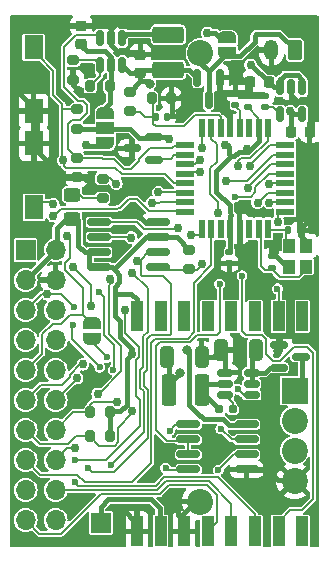
<source format=gtl>
G04 #@! TF.GenerationSoftware,KiCad,Pcbnew,7.0.10-7.0.10~ubuntu20.04.1*
G04 #@! TF.CreationDate,2024-06-08T20:32:56+02:00*
G04 #@! TF.ProjectId,MySMotherboard,4d79534d-6f74-4686-9572-626f6172642e,1.4*
G04 #@! TF.SameCoordinates,Original*
G04 #@! TF.FileFunction,Copper,L1,Top*
G04 #@! TF.FilePolarity,Positive*
%FSLAX46Y46*%
G04 Gerber Fmt 4.6, Leading zero omitted, Abs format (unit mm)*
G04 Created by KiCad (PCBNEW 7.0.10-7.0.10~ubuntu20.04.1) date 2024-06-08 20:32:56*
%MOMM*%
%LPD*%
G01*
G04 APERTURE LIST*
G04 Aperture macros list*
%AMRoundRect*
0 Rectangle with rounded corners*
0 $1 Rounding radius*
0 $2 $3 $4 $5 $6 $7 $8 $9 X,Y pos of 4 corners*
0 Add a 4 corners polygon primitive as box body*
4,1,4,$2,$3,$4,$5,$6,$7,$8,$9,$2,$3,0*
0 Add four circle primitives for the rounded corners*
1,1,$1+$1,$2,$3*
1,1,$1+$1,$4,$5*
1,1,$1+$1,$6,$7*
1,1,$1+$1,$8,$9*
0 Add four rect primitives between the rounded corners*
20,1,$1+$1,$2,$3,$4,$5,0*
20,1,$1+$1,$4,$5,$6,$7,0*
20,1,$1+$1,$6,$7,$8,$9,0*
20,1,$1+$1,$8,$9,$2,$3,0*%
%AMFreePoly0*
4,1,19,0.550000,-0.750000,0.000000,-0.750000,0.000000,-0.744911,-0.071157,-0.744911,-0.207708,-0.704816,-0.327430,-0.627875,-0.420627,-0.520320,-0.479746,-0.390866,-0.500000,-0.250000,-0.500000,0.250000,-0.479746,0.390866,-0.420627,0.520320,-0.327430,0.627875,-0.207708,0.704816,-0.071157,0.744911,0.000000,0.744911,0.000000,0.750000,0.550000,0.750000,0.550000,-0.750000,0.550000,-0.750000,
$1*%
%AMFreePoly1*
4,1,19,0.000000,0.744911,0.071157,0.744911,0.207708,0.704816,0.327430,0.627875,0.420627,0.520320,0.479746,0.390866,0.500000,0.250000,0.500000,-0.250000,0.479746,-0.390866,0.420627,-0.520320,0.327430,-0.627875,0.207708,-0.704816,0.071157,-0.744911,0.000000,-0.744911,0.000000,-0.750000,-0.550000,-0.750000,-0.550000,0.750000,0.000000,0.750000,0.000000,0.744911,0.000000,0.744911,
$1*%
%AMFreePoly2*
4,1,19,0.500000,-0.750000,0.000000,-0.750000,0.000000,-0.744911,-0.071157,-0.744911,-0.207708,-0.704816,-0.327430,-0.627875,-0.420627,-0.520320,-0.479746,-0.390866,-0.500000,-0.250000,-0.500000,0.250000,-0.479746,0.390866,-0.420627,0.520320,-0.327430,0.627875,-0.207708,0.704816,-0.071157,0.744911,0.000000,0.744911,0.000000,0.750000,0.500000,0.750000,0.500000,-0.750000,0.500000,-0.750000,
$1*%
%AMFreePoly3*
4,1,19,0.000000,0.744911,0.071157,0.744911,0.207708,0.704816,0.327430,0.627875,0.420627,0.520320,0.479746,0.390866,0.500000,0.250000,0.500000,-0.250000,0.479746,-0.390866,0.420627,-0.520320,0.327430,-0.627875,0.207708,-0.704816,0.071157,-0.744911,0.000000,-0.744911,0.000000,-0.750000,-0.500000,-0.750000,-0.500000,0.750000,0.000000,0.750000,0.000000,0.744911,0.000000,0.744911,
$1*%
G04 Aperture macros list end*
G04 #@! TA.AperFunction,SMDPad,CuDef*
%ADD10RoundRect,0.140000X0.170000X-0.140000X0.170000X0.140000X-0.170000X0.140000X-0.170000X-0.140000X0*%
G04 #@! TD*
G04 #@! TA.AperFunction,SMDPad,CuDef*
%ADD11R,0.550000X1.600000*%
G04 #@! TD*
G04 #@! TA.AperFunction,SMDPad,CuDef*
%ADD12R,1.600000X0.550000*%
G04 #@! TD*
G04 #@! TA.AperFunction,SMDPad,CuDef*
%ADD13RoundRect,0.150000X0.587500X0.150000X-0.587500X0.150000X-0.587500X-0.150000X0.587500X-0.150000X0*%
G04 #@! TD*
G04 #@! TA.AperFunction,SMDPad,CuDef*
%ADD14RoundRect,0.140000X0.140000X0.170000X-0.140000X0.170000X-0.140000X-0.170000X0.140000X-0.170000X0*%
G04 #@! TD*
G04 #@! TA.AperFunction,SMDPad,CuDef*
%ADD15RoundRect,0.150000X-0.150000X0.512500X-0.150000X-0.512500X0.150000X-0.512500X0.150000X0.512500X0*%
G04 #@! TD*
G04 #@! TA.AperFunction,ComponentPad*
%ADD16R,1.700000X1.700000*%
G04 #@! TD*
G04 #@! TA.AperFunction,SMDPad,CuDef*
%ADD17RoundRect,0.200000X0.200000X0.275000X-0.200000X0.275000X-0.200000X-0.275000X0.200000X-0.275000X0*%
G04 #@! TD*
G04 #@! TA.AperFunction,SMDPad,CuDef*
%ADD18RoundRect,0.250000X0.325000X0.650000X-0.325000X0.650000X-0.325000X-0.650000X0.325000X-0.650000X0*%
G04 #@! TD*
G04 #@! TA.AperFunction,SMDPad,CuDef*
%ADD19RoundRect,0.200000X-0.200000X-0.275000X0.200000X-0.275000X0.200000X0.275000X-0.200000X0.275000X0*%
G04 #@! TD*
G04 #@! TA.AperFunction,SMDPad,CuDef*
%ADD20RoundRect,0.250000X0.375000X1.075000X-0.375000X1.075000X-0.375000X-1.075000X0.375000X-1.075000X0*%
G04 #@! TD*
G04 #@! TA.AperFunction,SMDPad,CuDef*
%ADD21RoundRect,0.200000X-0.275000X0.200000X-0.275000X-0.200000X0.275000X-0.200000X0.275000X0.200000X0*%
G04 #@! TD*
G04 #@! TA.AperFunction,SMDPad,CuDef*
%ADD22RoundRect,0.250001X1.074999X-0.462499X1.074999X0.462499X-1.074999X0.462499X-1.074999X-0.462499X0*%
G04 #@! TD*
G04 #@! TA.AperFunction,SMDPad,CuDef*
%ADD23RoundRect,0.250000X-0.450000X0.325000X-0.450000X-0.325000X0.450000X-0.325000X0.450000X0.325000X0*%
G04 #@! TD*
G04 #@! TA.AperFunction,SMDPad,CuDef*
%ADD24RoundRect,0.200000X0.275000X-0.200000X0.275000X0.200000X-0.275000X0.200000X-0.275000X-0.200000X0*%
G04 #@! TD*
G04 #@! TA.AperFunction,SMDPad,CuDef*
%ADD25FreePoly0,270.000000*%
G04 #@! TD*
G04 #@! TA.AperFunction,SMDPad,CuDef*
%ADD26R,1.500000X1.000000*%
G04 #@! TD*
G04 #@! TA.AperFunction,SMDPad,CuDef*
%ADD27FreePoly1,270.000000*%
G04 #@! TD*
G04 #@! TA.AperFunction,SMDPad,CuDef*
%ADD28RoundRect,0.140000X-0.170000X0.140000X-0.170000X-0.140000X0.170000X-0.140000X0.170000X0.140000X0*%
G04 #@! TD*
G04 #@! TA.AperFunction,SMDPad,CuDef*
%ADD29FreePoly2,270.000000*%
G04 #@! TD*
G04 #@! TA.AperFunction,SMDPad,CuDef*
%ADD30FreePoly3,270.000000*%
G04 #@! TD*
G04 #@! TA.AperFunction,ComponentPad*
%ADD31RoundRect,0.250000X0.350000X0.625000X-0.350000X0.625000X-0.350000X-0.625000X0.350000X-0.625000X0*%
G04 #@! TD*
G04 #@! TA.AperFunction,ComponentPad*
%ADD32O,1.200000X1.750000*%
G04 #@! TD*
G04 #@! TA.AperFunction,ComponentPad*
%ADD33O,1.700000X1.700000*%
G04 #@! TD*
G04 #@! TA.AperFunction,SMDPad,CuDef*
%ADD34RoundRect,0.225000X-0.225000X-0.250000X0.225000X-0.250000X0.225000X0.250000X-0.225000X0.250000X0*%
G04 #@! TD*
G04 #@! TA.AperFunction,SMDPad,CuDef*
%ADD35RoundRect,0.150000X-0.150000X0.587500X-0.150000X-0.587500X0.150000X-0.587500X0.150000X0.587500X0*%
G04 #@! TD*
G04 #@! TA.AperFunction,SMDPad,CuDef*
%ADD36RoundRect,0.140000X-0.140000X-0.170000X0.140000X-0.170000X0.140000X0.170000X-0.140000X0.170000X0*%
G04 #@! TD*
G04 #@! TA.AperFunction,SMDPad,CuDef*
%ADD37R,1.600000X2.000000*%
G04 #@! TD*
G04 #@! TA.AperFunction,SMDPad,CuDef*
%ADD38RoundRect,0.150000X-0.825000X-0.150000X0.825000X-0.150000X0.825000X0.150000X-0.825000X0.150000X0*%
G04 #@! TD*
G04 #@! TA.AperFunction,SMDPad,CuDef*
%ADD39RoundRect,0.225000X0.250000X-0.225000X0.250000X0.225000X-0.250000X0.225000X-0.250000X-0.225000X0*%
G04 #@! TD*
G04 #@! TA.AperFunction,SMDPad,CuDef*
%ADD40RoundRect,0.150000X0.512500X0.150000X-0.512500X0.150000X-0.512500X-0.150000X0.512500X-0.150000X0*%
G04 #@! TD*
G04 #@! TA.AperFunction,SMDPad,CuDef*
%ADD41R,1.000000X2.500000*%
G04 #@! TD*
G04 #@! TA.AperFunction,SMDPad,CuDef*
%ADD42RoundRect,0.250000X-0.325000X-0.650000X0.325000X-0.650000X0.325000X0.650000X-0.325000X0.650000X0*%
G04 #@! TD*
G04 #@! TA.AperFunction,SMDPad,CuDef*
%ADD43R,1.000000X1.150000*%
G04 #@! TD*
G04 #@! TA.AperFunction,SMDPad,CuDef*
%ADD44RoundRect,0.155000X0.212500X0.155000X-0.212500X0.155000X-0.212500X-0.155000X0.212500X-0.155000X0*%
G04 #@! TD*
G04 #@! TA.AperFunction,SMDPad,CuDef*
%ADD45RoundRect,0.150000X-0.587500X-0.150000X0.587500X-0.150000X0.587500X0.150000X-0.587500X0.150000X0*%
G04 #@! TD*
G04 #@! TA.AperFunction,SMDPad,CuDef*
%ADD46RoundRect,0.225000X0.225000X0.250000X-0.225000X0.250000X-0.225000X-0.250000X0.225000X-0.250000X0*%
G04 #@! TD*
G04 #@! TA.AperFunction,SMDPad,CuDef*
%ADD47RoundRect,0.150000X0.825000X0.150000X-0.825000X0.150000X-0.825000X-0.150000X0.825000X-0.150000X0*%
G04 #@! TD*
G04 #@! TA.AperFunction,ComponentPad*
%ADD48C,2.205000*%
G04 #@! TD*
G04 #@! TA.AperFunction,ComponentPad*
%ADD49R,2.200000X2.200000*%
G04 #@! TD*
G04 #@! TA.AperFunction,ComponentPad*
%ADD50C,2.200000*%
G04 #@! TD*
G04 #@! TA.AperFunction,ViaPad*
%ADD51C,0.762000*%
G04 #@! TD*
G04 #@! TA.AperFunction,ViaPad*
%ADD52C,0.800000*%
G04 #@! TD*
G04 #@! TA.AperFunction,ViaPad*
%ADD53C,0.600000*%
G04 #@! TD*
G04 #@! TA.AperFunction,Conductor*
%ADD54C,0.400000*%
G04 #@! TD*
G04 #@! TA.AperFunction,Conductor*
%ADD55C,0.406400*%
G04 #@! TD*
G04 #@! TA.AperFunction,Conductor*
%ADD56C,0.203200*%
G04 #@! TD*
G04 #@! TA.AperFunction,Conductor*
%ADD57C,0.200000*%
G04 #@! TD*
G04 APERTURE END LIST*
D10*
X155575000Y-90276382D03*
X155575000Y-89316382D03*
D11*
X151675000Y-100550000D03*
X152475000Y-100550000D03*
X153275000Y-100550000D03*
X154075000Y-100550000D03*
X154875000Y-100550000D03*
X155675000Y-100550000D03*
X156475000Y-100550000D03*
X157275000Y-100550000D03*
D12*
X158725000Y-99100000D03*
X158725000Y-98300000D03*
X158725000Y-97500000D03*
X158725000Y-96700000D03*
X158725000Y-95900000D03*
X158725000Y-95100000D03*
X158725000Y-94300000D03*
X158725000Y-93500000D03*
D11*
X157275000Y-92050000D03*
X156475000Y-92050000D03*
X155675000Y-92050000D03*
X154875000Y-92050000D03*
X154075000Y-92050000D03*
X153275000Y-92050000D03*
X152475000Y-92050000D03*
X151675000Y-92050000D03*
D12*
X150225000Y-93500000D03*
X150225000Y-94300000D03*
X150225000Y-95100000D03*
X150225000Y-95900000D03*
X150225000Y-96700000D03*
X150225000Y-97500000D03*
X150225000Y-98300000D03*
X150225000Y-99100000D03*
D13*
X147625000Y-94700000D03*
X147625000Y-92800000D03*
X145750000Y-93750000D03*
D14*
X159967740Y-100675000D03*
X159007740Y-100675000D03*
D15*
X144950000Y-84412500D03*
X144000000Y-84412500D03*
X143050000Y-84412500D03*
X143050000Y-86687500D03*
X144000000Y-86687500D03*
X144950000Y-86687500D03*
D10*
X157586378Y-103857244D03*
X157586378Y-102897244D03*
D16*
X143125000Y-125450000D03*
D17*
X143878940Y-116086141D03*
X142228940Y-116086141D03*
D18*
X156250000Y-110775000D03*
X153300000Y-110775000D03*
D19*
X147441440Y-89517860D03*
X149091440Y-89517860D03*
D20*
X151700000Y-114200000D03*
X148900000Y-114200000D03*
D21*
X141089378Y-94525000D03*
X141089378Y-96175000D03*
D22*
X148825000Y-87087500D03*
X148825000Y-84112500D03*
D21*
X150581543Y-102334900D03*
X150581543Y-103984900D03*
D23*
X140700000Y-97675000D03*
X140700000Y-99725000D03*
D10*
X154516737Y-90094460D03*
X154516737Y-89134460D03*
D24*
X143270581Y-97958938D03*
X143270581Y-96308938D03*
D25*
X143500000Y-90725000D03*
D26*
X143500000Y-92025000D03*
D27*
X143500000Y-93325000D03*
D28*
X154012000Y-102517997D03*
X154012000Y-103477997D03*
D29*
X142350000Y-108550000D03*
D30*
X142350000Y-109850000D03*
D31*
X159550000Y-85425000D03*
D32*
X157550000Y-85425000D03*
D15*
X160187500Y-88587500D03*
X159237500Y-88587500D03*
X158287500Y-88587500D03*
X158287500Y-90862500D03*
X160187500Y-90862500D03*
D17*
X143866503Y-118130300D03*
X142216503Y-118130300D03*
D16*
X136750000Y-102350000D03*
D33*
X139290000Y-102350000D03*
X136750000Y-104890000D03*
X139290000Y-104890000D03*
X136750000Y-107430000D03*
X139290000Y-107430000D03*
X136750000Y-109970000D03*
X139290000Y-109970000D03*
X136750000Y-112510000D03*
X139290000Y-112510000D03*
X136750000Y-115050000D03*
X139290000Y-115050000D03*
X136750000Y-117590000D03*
X139290000Y-117590000D03*
X136750000Y-120130000D03*
X139290000Y-120130000D03*
X136750000Y-122670000D03*
X139290000Y-122670000D03*
X136750000Y-125210000D03*
X139290000Y-125210000D03*
D21*
X145584478Y-88959641D03*
X145584478Y-90609641D03*
D29*
X153825000Y-84350000D03*
D30*
X153825000Y-85650000D03*
D34*
X159250000Y-92350000D03*
X160800000Y-92350000D03*
D35*
X153187500Y-87762500D03*
X151287500Y-87762500D03*
X152237500Y-89637500D03*
D36*
X147770000Y-91050000D03*
X148730000Y-91050000D03*
D37*
X137450000Y-98725000D03*
X137450000Y-93325000D03*
D38*
X150525000Y-117120000D03*
X150525000Y-118390000D03*
X150525000Y-119660000D03*
X150525000Y-120930000D03*
X155475000Y-120930000D03*
X155475000Y-119660000D03*
X155475000Y-118390000D03*
X155475000Y-117120000D03*
D39*
X146475000Y-87350000D03*
X146475000Y-85800000D03*
D40*
X155887500Y-114625000D03*
X155887500Y-113675000D03*
X155887500Y-112725000D03*
X153612500Y-112725000D03*
X153612500Y-113675000D03*
X153612500Y-114625000D03*
D41*
X160175000Y-107975000D03*
X158175000Y-107975000D03*
X156175000Y-107975000D03*
X154175000Y-107975000D03*
X152175000Y-107975000D03*
X150175000Y-107975000D03*
X148175000Y-107975000D03*
X146175000Y-107975000D03*
X146175000Y-126175000D03*
X148175000Y-126175000D03*
X150175000Y-126175000D03*
X152175000Y-126175000D03*
X154175000Y-126175000D03*
X156175000Y-126175000D03*
X158175000Y-126175000D03*
X160175000Y-126175000D03*
D42*
X148700000Y-111450000D03*
X151650000Y-111450000D03*
D43*
X159075000Y-102000000D03*
X159075000Y-103750000D03*
X160475000Y-103750000D03*
X160475000Y-102000000D03*
D37*
X137425000Y-85175000D03*
X137425000Y-90575000D03*
D44*
X154292500Y-115850000D03*
X153157500Y-115850000D03*
D24*
X141125000Y-92075000D03*
X141125000Y-90425000D03*
D17*
X143875000Y-88450000D03*
X142225000Y-88450000D03*
D39*
X141475000Y-84900000D03*
X141475000Y-83350000D03*
D45*
X158162500Y-110425000D03*
X158162500Y-112325000D03*
X160037500Y-111375000D03*
D10*
X157050000Y-90280000D03*
X157050000Y-89320000D03*
D21*
X140775000Y-86300000D03*
X140775000Y-87950000D03*
D46*
X157325000Y-88125000D03*
X155775000Y-88125000D03*
D47*
X147925000Y-103810000D03*
X147925000Y-102540000D03*
X147925000Y-101270000D03*
X147925000Y-100000000D03*
X142975000Y-100000000D03*
X142975000Y-101270000D03*
X142975000Y-102540000D03*
X142975000Y-103810000D03*
D48*
X151550000Y-85675000D03*
X151550000Y-123645000D03*
D49*
X159525000Y-114260000D03*
D50*
X159525000Y-116800000D03*
X159525000Y-119340000D03*
X159525000Y-121880000D03*
D51*
X145356581Y-94818579D03*
D52*
X154700000Y-110375000D03*
D51*
X161015567Y-109635526D03*
D52*
X141250000Y-88850000D03*
X154325000Y-86725000D03*
D51*
X145803621Y-98720019D03*
X157528262Y-83256500D03*
D52*
X158110300Y-110935300D03*
D51*
X157914340Y-101788341D03*
X149450000Y-124275000D03*
D52*
X150275000Y-88550000D03*
D51*
X142166340Y-97074100D03*
X160982662Y-89725000D03*
X145051781Y-124404500D03*
X160982659Y-99918900D03*
X157182821Y-104978579D03*
X145756400Y-111131224D03*
X155536900Y-93822900D03*
D52*
X150450000Y-110850000D03*
D51*
X148900000Y-92949141D03*
X153626821Y-93457141D03*
D53*
X154725000Y-114150000D03*
D52*
X149847600Y-112727400D03*
X147250000Y-88300000D03*
D51*
X155801062Y-86670260D03*
X152123143Y-83967700D03*
X141902181Y-93457141D03*
X159174181Y-90592019D03*
X157365700Y-96789619D03*
X151716740Y-103515541D03*
X155780740Y-95245300D03*
D53*
X142025000Y-120825000D03*
D51*
X146210021Y-103292019D03*
X149684740Y-100467541D03*
X145141598Y-107428527D03*
D53*
X140900000Y-122025000D03*
X140950000Y-120125000D03*
D51*
X153708100Y-96505141D03*
X145722340Y-104287700D03*
D53*
X143975000Y-120550000D03*
D51*
X145681700Y-101300660D03*
X154764740Y-95204660D03*
D53*
X153175000Y-105250000D03*
X154450000Y-97850000D03*
D51*
X155569861Y-97135862D03*
D53*
X155075000Y-104525000D03*
D51*
X140235940Y-101138100D03*
X139077700Y-99471860D03*
X141597381Y-112029619D03*
X158097218Y-99939219D03*
X157365700Y-98354260D03*
X141109700Y-113187860D03*
X156390340Y-98354260D03*
X140967459Y-119121300D03*
X153017218Y-99207700D03*
D53*
X148950000Y-117650000D03*
X143000000Y-105925000D03*
X144175000Y-112475000D03*
D51*
X147998181Y-97480500D03*
X147469859Y-98333941D03*
D53*
X140825000Y-107150000D03*
X140800000Y-108700000D03*
X148600000Y-120825000D03*
X143025000Y-112275000D03*
D51*
X138569700Y-106075860D03*
D53*
X143650000Y-111425000D03*
X158075000Y-105625000D03*
D51*
X139951459Y-94757619D03*
X143873218Y-104775379D03*
X144421862Y-96728660D03*
X151700000Y-93685741D03*
X142850000Y-114525000D03*
X151554181Y-95712660D03*
X145791495Y-115992390D03*
X144458400Y-115179219D03*
X151554181Y-94737300D03*
X150721062Y-101117779D03*
X140784581Y-103759379D03*
X139098021Y-98496500D03*
X142300000Y-107125000D03*
D53*
X153075000Y-120975000D03*
X153275000Y-117475000D03*
D54*
X160800000Y-92350000D02*
X160982662Y-92167338D01*
D55*
X161015567Y-109635526D02*
X158372869Y-109635526D01*
D54*
X139270720Y-83350000D02*
X138872860Y-83747860D01*
D55*
X149867621Y-126030100D02*
X149859253Y-126031907D01*
X153850340Y-88986741D02*
X153362662Y-88986741D01*
X155902662Y-89149300D02*
X155906618Y-89146382D01*
X153870662Y-88966419D02*
X153850340Y-88986741D01*
D54*
X138872860Y-83747860D02*
X136452140Y-83747860D01*
X136225000Y-89090179D02*
X137682681Y-90547860D01*
D55*
X137675618Y-90551379D02*
X137682681Y-90547860D01*
D54*
X144000000Y-83617400D02*
X143732600Y-83350000D01*
X153612500Y-112725000D02*
X153612500Y-111087500D01*
X144000000Y-83617400D02*
X144000000Y-84412500D01*
D55*
X146027140Y-126030100D02*
X146027140Y-125379860D01*
X137675618Y-93558741D02*
X137675618Y-94005779D01*
X154866337Y-101483541D02*
X154866337Y-100543741D01*
D54*
X144617400Y-83000000D02*
X144000000Y-83617400D01*
D55*
X154317700Y-88966419D02*
X154516737Y-88964460D01*
D54*
X157271762Y-83000000D02*
X144617400Y-83000000D01*
D55*
X139910818Y-96240979D02*
X140886181Y-96240979D01*
D54*
X154057596Y-92054600D02*
X154057596Y-91132596D01*
D55*
X146961862Y-100101779D02*
X146372581Y-99512500D01*
X160982662Y-89725000D02*
X160982662Y-88824179D01*
D54*
X160475000Y-101574204D02*
X159967740Y-101066944D01*
D55*
X156695140Y-104836341D02*
X157081221Y-104836341D01*
D54*
X138882681Y-83747860D02*
X138872860Y-83747860D01*
D55*
X151269700Y-123490100D02*
X149867621Y-124892179D01*
X160982662Y-88824179D02*
X160982662Y-84252179D01*
X138691621Y-95021782D02*
X139910818Y-96240979D01*
X146027140Y-125379860D02*
X145051781Y-124404500D01*
D54*
X157290000Y-121005000D02*
X158150000Y-121865000D01*
D55*
X149119240Y-89515060D02*
X149766021Y-89515060D01*
D54*
X160475000Y-102000000D02*
X160475000Y-101574204D01*
D55*
X146027140Y-126030100D02*
X146018003Y-126031907D01*
X157081221Y-104836341D02*
X157182821Y-104937941D01*
D54*
X155906618Y-89146382D02*
X156876382Y-89146382D01*
X150275000Y-89006081D02*
X149766021Y-89515060D01*
D55*
X160982662Y-89725000D02*
X160952181Y-89755481D01*
X147327621Y-100000179D02*
X147226021Y-100101779D01*
D54*
X153889460Y-91014460D02*
X153362662Y-90487662D01*
X140775000Y-87950000D02*
X140775000Y-88375000D01*
X157528262Y-83256500D02*
X157271762Y-83000000D01*
D55*
X154942537Y-101559741D02*
X154866337Y-101483541D01*
D54*
X153362662Y-88986741D02*
X153187500Y-88811579D01*
D55*
X155094937Y-103540941D02*
X154942537Y-103413941D01*
D54*
X153187500Y-88811579D02*
X153187500Y-87762500D01*
D55*
X156126181Y-103901619D02*
X156634181Y-104409619D01*
D54*
X154300000Y-110775000D02*
X154700000Y-110375000D01*
X144600000Y-85625000D02*
X144000000Y-85025000D01*
D55*
X147957540Y-100000179D02*
X147970603Y-99992116D01*
D54*
X144000000Y-85025000D02*
X144000000Y-84412500D01*
X140775000Y-88375000D02*
X141250000Y-88850000D01*
D55*
X154915900Y-87701500D02*
X154516737Y-88100663D01*
X145803621Y-98862260D02*
X145803621Y-98720019D01*
X149116440Y-90820397D02*
X148841300Y-91095538D01*
D54*
X155775000Y-88125000D02*
X155339400Y-88125000D01*
D55*
X157182821Y-109307821D02*
X157182821Y-104978579D01*
D54*
X159237500Y-88587500D02*
X159237500Y-89249999D01*
D55*
X147226021Y-100101779D02*
X146961862Y-100101779D01*
X142267940Y-96891219D02*
X142267940Y-96992819D01*
D54*
X136225000Y-83975000D02*
X136225000Y-89090179D01*
X159510000Y-121865000D02*
X159525000Y-121880000D01*
D55*
X156044900Y-103596819D02*
X156126181Y-103596819D01*
D54*
X150275000Y-88550000D02*
X150275000Y-89006081D01*
X158312500Y-110733100D02*
X158312500Y-109695895D01*
D55*
X154516737Y-88100663D02*
X154516737Y-88964460D01*
X159086862Y-103996700D02*
X159025421Y-103996700D01*
D54*
X159712501Y-89725000D02*
X160982662Y-89725000D01*
X153939460Y-91014460D02*
X153889460Y-91014460D01*
D56*
X145661381Y-94777941D02*
X145742662Y-94716979D01*
D55*
X157914340Y-102479219D02*
X157914340Y-101788341D01*
X142166340Y-96688019D02*
X142166340Y-97074100D01*
X155831537Y-103591741D02*
X155145737Y-103591741D01*
X147957540Y-100000179D02*
X147327621Y-100000179D01*
X160129221Y-100426900D02*
X160129221Y-100873941D01*
D54*
X156876382Y-89146382D02*
X157050000Y-89320000D01*
D55*
X156634181Y-104775379D02*
X156695140Y-104836341D01*
D54*
X158110300Y-110935300D02*
X158312500Y-110733100D01*
D55*
X142166340Y-97074100D02*
X142186659Y-97074100D01*
D54*
X146300000Y-85625000D02*
X144600000Y-85625000D01*
X153362662Y-90487662D02*
X153362662Y-88986741D01*
D55*
X146270981Y-99329619D02*
X146372581Y-99512500D01*
X141292581Y-96240979D02*
X141089378Y-96237538D01*
X149119240Y-89515060D02*
X149116440Y-89517860D01*
X149450000Y-124275000D02*
X149684740Y-124509740D01*
X158353195Y-109655200D02*
X157530200Y-109655200D01*
X156126181Y-103596819D02*
X156126181Y-103901619D01*
D56*
X145376900Y-93721300D02*
X145742662Y-93721300D01*
D55*
X154703781Y-88966419D02*
X154516737Y-88964460D01*
D54*
X141475000Y-83350000D02*
X139270720Y-83350000D01*
D55*
X149867621Y-124892179D02*
X149867621Y-126030100D01*
D54*
X154012000Y-103477997D02*
X154878481Y-103477997D01*
X155339400Y-88125000D02*
X154915900Y-87701500D01*
X158150000Y-121865000D02*
X159510000Y-121865000D01*
D55*
X137675618Y-94005779D02*
X138691621Y-95021782D01*
D54*
X146475000Y-85800000D02*
X146300000Y-85625000D01*
D55*
X160129221Y-100873941D02*
X160137740Y-101066944D01*
X138711940Y-95001460D02*
X138691621Y-95021782D01*
X157182821Y-104937941D02*
X157182821Y-104978579D01*
D54*
X153612500Y-111087500D02*
X153300000Y-110775000D01*
D55*
X160860740Y-100040819D02*
X160515300Y-100040819D01*
D54*
X160982662Y-92167338D02*
X160982662Y-89725000D01*
D55*
X155145737Y-103591741D02*
X155094937Y-103540941D01*
X159946340Y-83134579D02*
X160047940Y-83317460D01*
D54*
X151650000Y-111450000D02*
X152625000Y-111450000D01*
D56*
X145742662Y-93721300D02*
X145742662Y-94716979D01*
D54*
X159237500Y-89249999D02*
X159712501Y-89725000D01*
X155425000Y-121005000D02*
X157290000Y-121005000D01*
D55*
X155831537Y-103591741D02*
X155850696Y-103594660D01*
X160982659Y-99918900D02*
X160860740Y-100040819D01*
X157853381Y-102540179D02*
X157586378Y-102727244D01*
X157530200Y-109655200D02*
X157182821Y-109307821D01*
X149684740Y-124509740D02*
X149684740Y-124790579D01*
D54*
X152625000Y-111450000D02*
X153300000Y-110775000D01*
D56*
X145661381Y-94777941D02*
X145620740Y-94818579D01*
D55*
X141719300Y-96240979D02*
X142166340Y-96688019D01*
X140886181Y-96240979D02*
X141089378Y-96237538D01*
X155130500Y-88966419D02*
X155313381Y-89149300D01*
X154703781Y-88966419D02*
X155130500Y-88966419D01*
X160515300Y-100040819D02*
X160129221Y-100426900D01*
D54*
X158312500Y-109695895D02*
X158353195Y-109655200D01*
X143732600Y-83350000D02*
X141125000Y-83350000D01*
D55*
X146270981Y-99329619D02*
X145803621Y-98862260D01*
X149684740Y-124790579D02*
X149867621Y-124892179D01*
X137675618Y-93558741D02*
X137679162Y-93356522D01*
X157528262Y-83256500D02*
X157528262Y-83073619D01*
D56*
X145376900Y-93721300D02*
X145276915Y-93722760D01*
D55*
X157853381Y-102540179D02*
X157914340Y-102479219D01*
D54*
X154915900Y-87701500D02*
X154915900Y-87315900D01*
X154057596Y-91132596D02*
X153939460Y-91014460D01*
D55*
X156634181Y-104409619D02*
X156634181Y-104775379D01*
D54*
X154915900Y-87315900D02*
X154325000Y-86725000D01*
D55*
X155313381Y-89149300D02*
X155902662Y-89149300D01*
X137675618Y-93355538D02*
X137679162Y-93356522D01*
X142267940Y-96992819D02*
X142186659Y-97074100D01*
X154053537Y-92034741D02*
X154057596Y-92054600D01*
X159025421Y-103996700D02*
X157755965Y-102727244D01*
D54*
X153300000Y-110775000D02*
X154300000Y-110775000D01*
X154878481Y-103477997D02*
X154942537Y-103413941D01*
D55*
X159946340Y-83134579D02*
X159885381Y-83073619D01*
X160982662Y-84252179D02*
X160047940Y-83317460D01*
X157586378Y-102727244D02*
X157755965Y-102727244D01*
X159885381Y-83073619D02*
X157528262Y-83073619D01*
X151269700Y-123490100D02*
X151277700Y-123488600D01*
X149116440Y-89517860D02*
X149116440Y-90820397D01*
D54*
X136452140Y-83747860D02*
X136225000Y-83975000D01*
D56*
X145276915Y-93722760D02*
X145273840Y-93722760D01*
D55*
X154317700Y-88966419D02*
X153870662Y-88966419D01*
X158372869Y-109635526D02*
X158353195Y-109655200D01*
D56*
X145620740Y-94818579D02*
X145356581Y-94818579D01*
D55*
X156044900Y-103596819D02*
X155850696Y-103594660D01*
X141292581Y-96240979D02*
X141719300Y-96240979D01*
X154942537Y-103413941D02*
X154942537Y-101559741D01*
X154866337Y-100543741D02*
X154870396Y-100538200D01*
X137675618Y-90551379D02*
X137675618Y-93355538D01*
D54*
X146175000Y-107975000D02*
X146175000Y-106537654D01*
D55*
X154398981Y-94432500D02*
X154094181Y-94432500D01*
X156491940Y-92705300D02*
X156491940Y-93111700D01*
D54*
X145300000Y-111587624D02*
X145756400Y-111131224D01*
D55*
X153992581Y-93680660D02*
X153992581Y-94249619D01*
X156471621Y-92237941D02*
X156470596Y-92054600D01*
X144282896Y-106048022D02*
X145685368Y-106048022D01*
X144381221Y-104145460D02*
X144249140Y-103993060D01*
X156466537Y-91856941D02*
X156470596Y-92054600D01*
D54*
X151581974Y-116420000D02*
X151543834Y-116420000D01*
D55*
X146352262Y-92827219D02*
X145600421Y-92075379D01*
X139382500Y-100487860D02*
X139382500Y-102154100D01*
D54*
X151543834Y-116420000D02*
X150600000Y-115476166D01*
X151861974Y-116700000D02*
X151581974Y-116420000D01*
D55*
X152895300Y-97399219D02*
X154073862Y-98577779D01*
X153951940Y-93640019D02*
X153992581Y-93680660D01*
X142755621Y-102540179D02*
X142770603Y-102532116D01*
X143426181Y-103820341D02*
X144076421Y-103820341D01*
X141211300Y-99817300D02*
X140886181Y-99817300D01*
X154053540Y-100345619D02*
X154053540Y-99898579D01*
D54*
X150600000Y-115476166D02*
X150600000Y-111000000D01*
D55*
X156471621Y-92237941D02*
X156471621Y-92684979D01*
X154073862Y-94452819D02*
X152895300Y-95631379D01*
X146799300Y-101442900D02*
X146921221Y-101280341D01*
X144709798Y-108374070D02*
X144282896Y-107947168D01*
X143893540Y-118125619D02*
X143893540Y-117495700D01*
D54*
X148750859Y-92800000D02*
X148900000Y-92949141D01*
D55*
X154028137Y-102372541D02*
X154012000Y-102347997D01*
X142125700Y-102540179D02*
X142105381Y-102519860D01*
D54*
X144775000Y-115971700D02*
X145300000Y-115446700D01*
D55*
X142105381Y-102519860D02*
X141739621Y-102519860D01*
X154053540Y-99898579D02*
X154073862Y-99878260D01*
X143934181Y-92055060D02*
X143487140Y-92055060D01*
X154094181Y-94432500D02*
X154073862Y-94452819D01*
X154028137Y-102372541D02*
X154053537Y-102347141D01*
X154053537Y-102347141D02*
X154053537Y-100721541D01*
X143405862Y-103800019D02*
X143426181Y-103820341D01*
D56*
X156466537Y-91167919D02*
X155575000Y-90276382D01*
D55*
X143893540Y-118125619D02*
X143891503Y-118130300D01*
X144076421Y-103820341D02*
X144249140Y-103993060D01*
D56*
X156466537Y-91856941D02*
X156466537Y-91167919D01*
D55*
X141739621Y-102519860D02*
X141211300Y-101991541D01*
X147307300Y-101280341D02*
X146921221Y-101280341D01*
D54*
X145300000Y-115446700D02*
X145300000Y-111587624D01*
D55*
X154073862Y-99167060D02*
X154175462Y-99349941D01*
X147308915Y-92833760D02*
X147307300Y-92827219D01*
X143487140Y-92055060D02*
X143294100Y-92044900D01*
X147774662Y-101260019D02*
X147327621Y-101260019D01*
X154073862Y-99451541D02*
X154175462Y-99349941D01*
X143913859Y-117475379D02*
X143913859Y-116093619D01*
X140053062Y-99817300D02*
X139382500Y-100487860D01*
D54*
X147625000Y-92800000D02*
X148750859Y-92800000D01*
X150600000Y-111000000D02*
X150450000Y-110850000D01*
D55*
X136758540Y-104887700D02*
X139298540Y-102347700D01*
X153626821Y-93457141D02*
X153850340Y-93457141D01*
X155658821Y-93944819D02*
X155557221Y-94046419D01*
X142146021Y-102723060D02*
X142146021Y-103779700D01*
X154073862Y-98577779D02*
X154073862Y-99167060D01*
D54*
X145756400Y-110742878D02*
X145756400Y-111131224D01*
D55*
X154073862Y-99878260D02*
X154073862Y-99451541D01*
D54*
X146175000Y-106537654D02*
X145685368Y-106048022D01*
D55*
X143913862Y-115890419D02*
X143903940Y-116086141D01*
X144279621Y-105852341D02*
X144282896Y-106048022D01*
X144665700Y-104429941D02*
X144381221Y-104145460D01*
X154053540Y-100345619D02*
X154057596Y-100538200D01*
X152895300Y-95631379D02*
X152895300Y-97399219D01*
X147957540Y-92827219D02*
X147510500Y-92827219D01*
D54*
X144709798Y-109696276D02*
X145756400Y-110742878D01*
X141125000Y-92075000D02*
X143450000Y-92075000D01*
D55*
X143893540Y-117495700D02*
X143913859Y-117475379D01*
X147327621Y-101260019D02*
X147307300Y-101280341D01*
X143954500Y-92075379D02*
X143934181Y-92055060D01*
X142755621Y-103800019D02*
X142770603Y-103802116D01*
X154785062Y-94046419D02*
X154398981Y-94432500D01*
X144279621Y-105852341D02*
X144279621Y-105486579D01*
X155557221Y-94046419D02*
X154785062Y-94046419D01*
X147307300Y-92827219D02*
X146352262Y-92827219D01*
X144709798Y-109696276D02*
X144709798Y-108374070D01*
X153951940Y-93640019D02*
X153626821Y-93457141D01*
X144282896Y-107947168D02*
X144282896Y-106048022D01*
X142958821Y-103800019D02*
X143405862Y-103800019D01*
X140886181Y-99817300D02*
X140697543Y-99820013D01*
X142755621Y-102540179D02*
X142125700Y-102540179D01*
X149533759Y-101262116D02*
X150581543Y-102309900D01*
X145600421Y-92075379D02*
X143954500Y-92075379D01*
X147774662Y-101260019D02*
X147970603Y-101262116D01*
D54*
X155425000Y-117195000D02*
X153995000Y-117195000D01*
D55*
X142166340Y-103800019D02*
X142755621Y-103800019D01*
D54*
X153500000Y-116700000D02*
X151861974Y-116700000D01*
D55*
X144665700Y-105100500D02*
X144665700Y-104429941D01*
X141211300Y-101991541D02*
X141211300Y-99817300D01*
X142146021Y-103779700D02*
X142166340Y-103800019D01*
X153992581Y-94249619D02*
X154094181Y-94432500D01*
X142979140Y-102540179D02*
X142770603Y-102532116D01*
X156491940Y-93111700D02*
X155658821Y-93944819D01*
X139382500Y-102154100D02*
X139298540Y-102347700D01*
X142958821Y-103800019D02*
X142770603Y-103802116D01*
X154053537Y-100721541D02*
X154057596Y-100538200D01*
X144249140Y-103993060D02*
X146799300Y-101442900D01*
X155536900Y-93822900D02*
X155658821Y-93944819D01*
X143913859Y-116093619D02*
X143903940Y-116086141D01*
X156471621Y-92684979D02*
X156491940Y-92705300D01*
X144775000Y-115971700D02*
X144096740Y-115971700D01*
D54*
X143450000Y-92075000D02*
X143500000Y-92025000D01*
D55*
X144279621Y-105486579D02*
X144665700Y-105100500D01*
X140682981Y-99817300D02*
X140053062Y-99817300D01*
X147510500Y-92827219D02*
X147308915Y-92833760D01*
X140682981Y-99817300D02*
X140697543Y-99820013D01*
X142146021Y-102723060D02*
X142770603Y-102532116D01*
X144096740Y-115971700D02*
X143903940Y-116086141D01*
X147970603Y-101262116D02*
X149533759Y-101262116D01*
D54*
X153995000Y-117195000D02*
X153500000Y-116700000D01*
D57*
X157050000Y-90280000D02*
X157705000Y-90280000D01*
X157705000Y-90280000D02*
X158287500Y-90862500D01*
X142662500Y-86300000D02*
X143050000Y-86687500D01*
X140775000Y-86300000D02*
X142662500Y-86300000D01*
X143050000Y-87625000D02*
X142225000Y-88450000D01*
X143050000Y-86687500D02*
X143050000Y-87625000D01*
D56*
X147551140Y-89515060D02*
X147551140Y-90978100D01*
X153261062Y-91404819D02*
X153240740Y-91384500D01*
X151086821Y-90957779D02*
X150152100Y-91892500D01*
X145584478Y-90634641D02*
X146435518Y-90634641D01*
X153261062Y-92034741D02*
X153261062Y-91404819D01*
X146435518Y-90634641D02*
X146860259Y-91059382D01*
X147429221Y-89515060D02*
X147416440Y-89517860D01*
X147551140Y-90978100D02*
X147541300Y-91095538D01*
X147551140Y-91689300D02*
X147551140Y-91181300D01*
X146860259Y-91059382D02*
X147505143Y-91059382D01*
D57*
X153102196Y-90950000D02*
X151094600Y-90950000D01*
D56*
X147505143Y-91059382D02*
X147541300Y-91095538D01*
X150152100Y-91892500D02*
X147754340Y-91892500D01*
D57*
X153270196Y-92054600D02*
X153270196Y-91118000D01*
X153270196Y-91118000D02*
X153102196Y-90950000D01*
D56*
X147754340Y-91892500D02*
X147551140Y-91689300D01*
X147429221Y-89515060D02*
X147551140Y-89515060D01*
X153261062Y-92034741D02*
X153270196Y-92054600D01*
X147551140Y-91181300D02*
X147541300Y-91095538D01*
D57*
X151094600Y-90950000D02*
X151086821Y-90957779D01*
D55*
X156146500Y-84252179D02*
X156146500Y-84699219D01*
D54*
X148900000Y-111650000D02*
X148700000Y-111450000D01*
D55*
X156146500Y-84699219D02*
X154927300Y-85918419D01*
X154378662Y-85918419D02*
X154175459Y-85908263D01*
D54*
X148900000Y-114200000D02*
X148900000Y-111650000D01*
D55*
X154927300Y-85918419D02*
X154378662Y-85918419D01*
D54*
X151550000Y-85675000D02*
X151550000Y-86505526D01*
X148900000Y-113675000D02*
X149847600Y-112727400D01*
X148900000Y-114200000D02*
X148900000Y-113675000D01*
D55*
X154155140Y-85918419D02*
X153525221Y-85918419D01*
D57*
X155200000Y-114625000D02*
X154725000Y-114150000D01*
D54*
X152237500Y-89637500D02*
X152237500Y-87193026D01*
D55*
X158219140Y-84069300D02*
X156248103Y-84069300D01*
X153525221Y-85918419D02*
X153504900Y-85938741D01*
D54*
X151550000Y-86505526D02*
X152237500Y-87193026D01*
D55*
X151290021Y-85512019D02*
X151277700Y-85518600D01*
X156146500Y-84252179D02*
X156248103Y-84069300D01*
X159519618Y-85369779D02*
X159527700Y-85371100D01*
D54*
X152237500Y-87193026D02*
X153780526Y-85650000D01*
D55*
X154155140Y-85918419D02*
X154175459Y-85908263D01*
D57*
X155887500Y-114625000D02*
X155200000Y-114625000D01*
D54*
X153780526Y-85650000D02*
X153825000Y-85650000D01*
D55*
X158219140Y-84069300D02*
X159519618Y-85369779D01*
D54*
X148877700Y-84037500D02*
X145325000Y-84037500D01*
X145325000Y-84037500D02*
X144950000Y-84412500D01*
X146475000Y-88069119D02*
X147019119Y-88069119D01*
X146475000Y-87350000D02*
X146475000Y-88069119D01*
X155801062Y-86670260D02*
X155870260Y-86670260D01*
X146475000Y-87350000D02*
X145612500Y-87350000D01*
X158687501Y-87525000D02*
X158287500Y-87925001D01*
X148825000Y-87087500D02*
X150612500Y-87087500D01*
X148825000Y-87087500D02*
X146737500Y-87087500D01*
X158287500Y-88587500D02*
X158287500Y-87887500D01*
X158287500Y-88587500D02*
X157787500Y-88587500D01*
X160187500Y-87925001D02*
X159787499Y-87525000D01*
X155870260Y-86670260D02*
X157325000Y-88125000D01*
X150612500Y-87087500D02*
X151287500Y-87762500D01*
X160187500Y-88587500D02*
X160187500Y-87925001D01*
X157787500Y-88587500D02*
X157325000Y-88125000D01*
X146737500Y-87087500D02*
X146475000Y-87350000D01*
X146475000Y-88069119D02*
X145584478Y-88959641D01*
X159787499Y-87525000D02*
X158687501Y-87525000D01*
X145612500Y-87350000D02*
X144950000Y-86687500D01*
X147019119Y-88069119D02*
X147250000Y-88300000D01*
X158287500Y-87925001D02*
X158287500Y-88587500D01*
X141925000Y-85525000D02*
X141450000Y-85050000D01*
X144000000Y-88325000D02*
X143875000Y-88450000D01*
X143875000Y-89940000D02*
X143294100Y-90520900D01*
X143499999Y-85525000D02*
X141925000Y-85525000D01*
X144000000Y-86687500D02*
X144000000Y-86025001D01*
X143875000Y-88450000D02*
X143875000Y-89940000D01*
X144000000Y-86025001D02*
X143499999Y-85525000D01*
X144000000Y-86687500D02*
X144000000Y-88325000D01*
D55*
X152123143Y-83967700D02*
X152814021Y-83967700D01*
X154155140Y-84394419D02*
X154175459Y-84384263D01*
X152814021Y-83967700D02*
X153240740Y-84394419D01*
X153240740Y-84394419D02*
X154155140Y-84394419D01*
D54*
X159250000Y-90667838D02*
X159174181Y-90592019D01*
X159250000Y-92350000D02*
X159250000Y-90667838D01*
D55*
X141902181Y-93457141D02*
X142024100Y-93579060D01*
X143283940Y-93579060D02*
X143294100Y-93568900D01*
X142024100Y-93579060D02*
X143283940Y-93579060D01*
D54*
X159174181Y-90592019D02*
X159444662Y-90862500D01*
X159444662Y-90862500D02*
X160187500Y-90862500D01*
D56*
X149562821Y-93518100D02*
X149318981Y-93518100D01*
D57*
X140637352Y-91375000D02*
X140350000Y-91662352D01*
D56*
X141800581Y-94574741D02*
X141702415Y-94537538D01*
D57*
X141950000Y-90787648D02*
X141362648Y-91375000D01*
D56*
X149583140Y-93497779D02*
X149562821Y-93518100D01*
D57*
X140000000Y-88522633D02*
X141177367Y-89700000D01*
X140350000Y-93823160D02*
X141089378Y-94562538D01*
X147245969Y-93700979D02*
X149136100Y-93700979D01*
D56*
X146311621Y-94838900D02*
X145641062Y-95509460D01*
D57*
X141362648Y-91375000D02*
X140637352Y-91375000D01*
D56*
X150213062Y-93497779D02*
X150222196Y-93502400D01*
D57*
X140350000Y-91662352D02*
X140350000Y-93823160D01*
X141177367Y-89700000D02*
X141587648Y-89700000D01*
D56*
X145641062Y-95509460D02*
X145072100Y-95509460D01*
D57*
X143050000Y-84412500D02*
X142750000Y-84112500D01*
X141950000Y-90062352D02*
X141950000Y-90787648D01*
X146311621Y-94838900D02*
X146311621Y-94635327D01*
D56*
X143324581Y-94635700D02*
X143243300Y-94574741D01*
X149318981Y-93518100D02*
X149136100Y-93700979D01*
D57*
X142750000Y-84112500D02*
X141038804Y-84112500D01*
D56*
X143243300Y-94574741D02*
X141800581Y-94574741D01*
X141089378Y-94537538D02*
X141702415Y-94537538D01*
D57*
X140000000Y-85151304D02*
X140000000Y-88522633D01*
X146311621Y-94635327D02*
X147245969Y-93700979D01*
D56*
X141089378Y-94537538D02*
X141048740Y-94496900D01*
X144198340Y-94635700D02*
X143324581Y-94635700D01*
X145072100Y-95509460D02*
X144198340Y-94635700D01*
X150213062Y-93497779D02*
X149583140Y-93497779D01*
D57*
X141038804Y-84112500D02*
X140000000Y-85151304D01*
X141587648Y-89700000D02*
X141950000Y-90062352D01*
D56*
X141597381Y-97988500D02*
X143263621Y-97988500D01*
X140703300Y-97724341D02*
X140697543Y-97720013D01*
X143263621Y-97988500D02*
X143270581Y-97983938D01*
X141333221Y-97724341D02*
X141597381Y-97988500D01*
X140703300Y-97724341D02*
X141333221Y-97724341D01*
X158828740Y-100630100D02*
X158828740Y-101056819D01*
X158828740Y-101158419D02*
X158828740Y-101686741D01*
X157264100Y-100548819D02*
X157264100Y-100630100D01*
X158828740Y-101158419D02*
X158837740Y-101066944D01*
X157264100Y-100630100D02*
X158828740Y-100630100D01*
X157264100Y-100548819D02*
X157257996Y-100538200D01*
D57*
X159075000Y-102000000D02*
X159075000Y-101933001D01*
X159075000Y-101933001D02*
X158828740Y-101686741D01*
D56*
X158828740Y-101056819D02*
X158837740Y-101066944D01*
X156654500Y-103698419D02*
X156979621Y-104023541D01*
X157674203Y-104027244D02*
X158015940Y-104368982D01*
X157586378Y-104027244D02*
X157674203Y-104027244D01*
X156979621Y-104023541D02*
X157568900Y-104023541D01*
X156654500Y-101219379D02*
X156471621Y-101036500D01*
X156471621Y-100548819D02*
X156471621Y-101036500D01*
X156471621Y-100548819D02*
X156470596Y-100538200D01*
X157568900Y-104023541D02*
X157586378Y-104027244D01*
D57*
X158265940Y-104625000D02*
X158015940Y-104375000D01*
X160475000Y-103750000D02*
X160475000Y-104025000D01*
X159875000Y-104625000D02*
X158265940Y-104625000D01*
D56*
X156654500Y-101219379D02*
X156654500Y-103698419D01*
D57*
X160475000Y-104025000D02*
X159875000Y-104625000D01*
D56*
X156471621Y-101036500D02*
X156471621Y-101178741D01*
X154866337Y-90485341D02*
X154866337Y-92034741D01*
X154866337Y-90485341D02*
X154516737Y-90264460D01*
X154866337Y-92034741D02*
X154870396Y-92054600D01*
X147977862Y-103800019D02*
X147970603Y-103802116D01*
X148810981Y-104003219D02*
X150578821Y-104003219D01*
X147977862Y-103800019D02*
X148607781Y-103800019D01*
X157365700Y-96789619D02*
X157446981Y-96708341D01*
X148607781Y-103800019D02*
X148810981Y-104003219D01*
X150680421Y-104003219D02*
X151229062Y-104003219D01*
X158686500Y-96708341D02*
X158705796Y-96702800D01*
X150578821Y-104003219D02*
X150581543Y-104009900D01*
X151229062Y-104003219D02*
X151716740Y-103515541D01*
X150680421Y-104003219D02*
X150581543Y-104009900D01*
X157446981Y-96708341D02*
X158686500Y-96708341D01*
X158706818Y-93497779D02*
X158705796Y-93502400D01*
D57*
X147052000Y-112498000D02*
X146800000Y-112750000D01*
X152266383Y-121915500D02*
X148632500Y-121915500D01*
X147375000Y-109525000D02*
X147052000Y-109848000D01*
D56*
X147144740Y-102540179D02*
X147957540Y-102540179D01*
X148973543Y-105181779D02*
X149050000Y-105258236D01*
D57*
X149050000Y-108900000D02*
X149050000Y-109450000D01*
X144195244Y-121150000D02*
X142350000Y-121150000D01*
X146800000Y-113900104D02*
X147078895Y-114178999D01*
D56*
X157426662Y-93497779D02*
X158605221Y-93497779D01*
X147957540Y-102540179D02*
X147970603Y-102532116D01*
D57*
X154175000Y-126175000D02*
X154175000Y-123824117D01*
D56*
X146636740Y-104551860D02*
X148363940Y-104551860D01*
D57*
X147078895Y-114178999D02*
X147078895Y-118266349D01*
X148632500Y-121915500D02*
X147875000Y-122673000D01*
X147052000Y-109848000D02*
X147052000Y-112498000D01*
X147078895Y-118266349D02*
X144195244Y-121150000D01*
D56*
X148363940Y-104551860D02*
X148912581Y-105100500D01*
X146210021Y-103292019D02*
X146514821Y-103292019D01*
X155780740Y-95245300D02*
X155780740Y-95143700D01*
X146514821Y-103292019D02*
X146514821Y-104429941D01*
X146514821Y-103170100D02*
X147144740Y-102540179D01*
D57*
X146800000Y-112750000D02*
X146800000Y-113900104D01*
D56*
X158605221Y-93497779D02*
X158705796Y-93502400D01*
D57*
X148975000Y-109525000D02*
X147375000Y-109525000D01*
X147872000Y-122670000D02*
X139290000Y-122670000D01*
D56*
X159336740Y-93497779D02*
X159357059Y-93518100D01*
X146514821Y-104429941D02*
X146636740Y-104551860D01*
D57*
X154175000Y-123824117D02*
X152266383Y-121915500D01*
D56*
X149050000Y-105258236D02*
X149050000Y-108900000D01*
X158706818Y-93497779D02*
X159336740Y-93497779D01*
X148912581Y-105100500D02*
X148973543Y-105181779D01*
D57*
X149050000Y-109450000D02*
X148975000Y-109525000D01*
X142350000Y-121150000D02*
X142025000Y-120825000D01*
X147875000Y-122673000D02*
X147872000Y-122670000D01*
D56*
X146514821Y-103292019D02*
X146514821Y-103170100D01*
X155780740Y-95143700D02*
X157426662Y-93497779D01*
D57*
X146424895Y-117279861D02*
X143579756Y-120125000D01*
X153038500Y-121588500D02*
X148497052Y-121588500D01*
D56*
X153708100Y-96505141D02*
X155496259Y-96505141D01*
X149197062Y-100609779D02*
X149339300Y-100467541D01*
D57*
X156175000Y-124725000D02*
X153038500Y-121588500D01*
X148497052Y-121588500D02*
X147760552Y-122325000D01*
D56*
X142775940Y-100000179D02*
X143405862Y-100000179D01*
X145141598Y-107428527D02*
X145141598Y-109341598D01*
D57*
X141200000Y-122325000D02*
X140900000Y-122025000D01*
D56*
X155496259Y-96505141D02*
X157711140Y-94290260D01*
D57*
X146424895Y-115024895D02*
X146424895Y-117279861D01*
D56*
X142775940Y-100000179D02*
X142770603Y-99992116D01*
X145141598Y-109341598D02*
X145925000Y-110125000D01*
D57*
X146389800Y-111393587D02*
X146108700Y-111674687D01*
D56*
X146149062Y-100020500D02*
X146738340Y-100609779D01*
D57*
X143579756Y-120125000D02*
X140950000Y-120125000D01*
X146108700Y-114708700D02*
X146424895Y-115024895D01*
X156175000Y-126175000D02*
X156175000Y-124725000D01*
D56*
X143405862Y-100000179D02*
X143426181Y-100020500D01*
X158686500Y-94290260D02*
X158705796Y-94289800D01*
X143426181Y-100020500D02*
X146149062Y-100020500D01*
X146738340Y-100609779D02*
X149197062Y-100609779D01*
D57*
X146108700Y-111674687D02*
X146108700Y-114708700D01*
D56*
X157711140Y-94290260D02*
X158686500Y-94290260D01*
D57*
X147760552Y-122325000D02*
X141200000Y-122325000D01*
X146389800Y-110589800D02*
X146389800Y-111393587D01*
D56*
X149339300Y-100467541D02*
X149684740Y-100467541D01*
D57*
X145925000Y-110125000D02*
X146389800Y-110589800D01*
D56*
X155780740Y-94554419D02*
X155008581Y-94554419D01*
X142770603Y-101262116D02*
X145643156Y-101262116D01*
X157264100Y-92684979D02*
X157243781Y-92705300D01*
X157264100Y-92055060D02*
X157257996Y-92054600D01*
D57*
X152952500Y-123064065D02*
X152130935Y-122242500D01*
X146751895Y-117773105D02*
X143975000Y-120550000D01*
X152175000Y-126175000D02*
X152952500Y-125397500D01*
D56*
X147100000Y-105604398D02*
X147100000Y-109261998D01*
D57*
X146725000Y-112225000D02*
X146435700Y-112514300D01*
X146435700Y-113998252D02*
X146751895Y-114314447D01*
X152952500Y-125397500D02*
X152952500Y-123064065D01*
X146751895Y-114314447D02*
X146751895Y-117773105D01*
X148099551Y-123000000D02*
X143126346Y-123000000D01*
D56*
X157243781Y-92705300D02*
X157243781Y-93091379D01*
X155008581Y-94554419D02*
X154764740Y-94798260D01*
X157264100Y-92055060D02*
X157264100Y-92684979D01*
D57*
X146435700Y-112514300D02*
X146435700Y-113998252D01*
D56*
X157243781Y-93091379D02*
X155780740Y-94554419D01*
D57*
X148857051Y-122242500D02*
X148099551Y-123000000D01*
X147100000Y-109261998D02*
X146725000Y-109636998D01*
D56*
X154764740Y-94798260D02*
X154764740Y-95204660D01*
X145643156Y-101262116D02*
X145681700Y-101300660D01*
D57*
X146725000Y-109636998D02*
X146725000Y-112225000D01*
X139766346Y-126360000D02*
X137900000Y-126360000D01*
X143126346Y-123000000D02*
X139766346Y-126360000D01*
X152130935Y-122242500D02*
X148857051Y-122242500D01*
X137900000Y-126360000D02*
X136750000Y-125210000D01*
D56*
X145722340Y-104287700D02*
X145783300Y-104287700D01*
X145783300Y-104287700D02*
X147100000Y-105604398D01*
X149562821Y-94310579D02*
X149339300Y-94310579D01*
X149583140Y-94290260D02*
X149562821Y-94310579D01*
X147327621Y-94615379D02*
X147308915Y-94611760D01*
X149339300Y-94310579D02*
X149034500Y-94615379D01*
X150213062Y-94290260D02*
X150222196Y-94289800D01*
X150213062Y-94290260D02*
X149583140Y-94290260D01*
X149034500Y-94615379D02*
X147327621Y-94615379D01*
D57*
X148709756Y-118480000D02*
X150460000Y-118480000D01*
X150633448Y-110179000D02*
X148146000Y-110179000D01*
X148146000Y-110179000D02*
X147825000Y-110500000D01*
X151287448Y-109525000D02*
X150633448Y-110179000D01*
X147825000Y-117595244D02*
X148709756Y-118480000D01*
X157359556Y-95900000D02*
X156203261Y-97056295D01*
X153175000Y-105250000D02*
X153175000Y-109325000D01*
X153175000Y-109325000D02*
X152975000Y-109525000D01*
X152975000Y-109525000D02*
X151287448Y-109525000D01*
X156203261Y-97056295D02*
X156203261Y-97446739D01*
X147825000Y-110500000D02*
X147825000Y-117595244D01*
X155800000Y-97850000D02*
X154450000Y-97850000D01*
X150475000Y-118465000D02*
X150475000Y-119735000D01*
X156203261Y-97446739D02*
X155800000Y-97850000D01*
X158725000Y-95900000D02*
X157359556Y-95900000D01*
X150460000Y-118480000D02*
X150475000Y-118465000D01*
D56*
X158686500Y-95103060D02*
X158705796Y-95102600D01*
X157487618Y-95103060D02*
X158686500Y-95103060D01*
D57*
X157725000Y-111725000D02*
X157125000Y-111125000D01*
X161075000Y-123425000D02*
X161075000Y-111034448D01*
X160150000Y-124350000D02*
X161075000Y-123425000D01*
X160615552Y-110575000D02*
X159459448Y-110575000D01*
X157125000Y-109890256D02*
X156759744Y-109525000D01*
X158175000Y-126175000D02*
X158175000Y-125350000D01*
X158309448Y-111725000D02*
X157725000Y-111725000D01*
X159459448Y-110575000D02*
X158309448Y-111725000D01*
D56*
X155569861Y-97135862D02*
X155569861Y-97020817D01*
D57*
X155075000Y-109225000D02*
X155075000Y-104525000D01*
D56*
X155569861Y-97020817D02*
X157487618Y-95103060D01*
D57*
X159175000Y-124350000D02*
X160150000Y-124350000D01*
X161075000Y-111034448D02*
X160615552Y-110575000D01*
X156759744Y-109525000D02*
X155375000Y-109525000D01*
X158175000Y-125350000D02*
X159175000Y-124350000D01*
X155375000Y-109525000D02*
X155075000Y-109225000D01*
X157125000Y-111125000D02*
X157125000Y-109890256D01*
D56*
X144564100Y-98780979D02*
X144482821Y-98841941D01*
X144482821Y-98841941D02*
X139788900Y-98841941D01*
X140500000Y-101402160D02*
X140500000Y-103068600D01*
D57*
X139766346Y-108580000D02*
X140505880Y-107840466D01*
D56*
X140093700Y-104043860D02*
X141640466Y-105590626D01*
X144767300Y-98780979D02*
X144564100Y-98780979D01*
X141640466Y-105590626D02*
X141640466Y-107840466D01*
D57*
X141640466Y-107840466D02*
X142350000Y-108550000D01*
D56*
X149583140Y-99085779D02*
X149562821Y-99065460D01*
X140500000Y-103068600D02*
X140093700Y-103474900D01*
X150213062Y-99085779D02*
X149583140Y-99085779D01*
X147144740Y-99004500D02*
X146169381Y-98029141D01*
X140296900Y-101138100D02*
X140235940Y-101138100D01*
X146169381Y-98029141D02*
X145519140Y-98029141D01*
D57*
X136750000Y-112510000D02*
X138140000Y-111120000D01*
D56*
X149562821Y-99065460D02*
X147226021Y-99065460D01*
X139788900Y-98841941D02*
X139219940Y-99410900D01*
X139158981Y-99410900D02*
X139077700Y-99471860D01*
X139219940Y-99410900D02*
X139158981Y-99410900D01*
X140235940Y-101138100D02*
X140500000Y-101402160D01*
D57*
X139053654Y-108580000D02*
X139766346Y-108580000D01*
X138140000Y-111120000D02*
X138140000Y-109493654D01*
D56*
X147144740Y-99004500D02*
X147226021Y-99065460D01*
X140418818Y-101260019D02*
X140296900Y-101138100D01*
X140093700Y-103474900D02*
X140093700Y-104043860D01*
D57*
X138140000Y-109493654D02*
X139053654Y-108580000D01*
X140505880Y-107840466D02*
X141640466Y-107840466D01*
D56*
X141902181Y-108598979D02*
X141902181Y-108209460D01*
X150213062Y-99085779D02*
X150222196Y-99090400D01*
X145519140Y-98029141D02*
X144767300Y-98780979D01*
D57*
X152475000Y-103653044D02*
X151025000Y-105103044D01*
X147375000Y-112725000D02*
X147375000Y-114012656D01*
X150498000Y-109852000D02*
X147723000Y-109852000D01*
X152475000Y-100550000D02*
X152475000Y-103653044D01*
X141773000Y-121998000D02*
X141134979Y-121359979D01*
X141134979Y-121359979D02*
X137979979Y-121359979D01*
X147375000Y-114012656D02*
X147405895Y-114043551D01*
X147379000Y-110196000D02*
X147379000Y-112721000D01*
X147379000Y-112721000D02*
X147375000Y-112725000D01*
X145777000Y-121998000D02*
X141773000Y-121998000D01*
X137979979Y-121359979D02*
X136750000Y-120130000D01*
X151025000Y-109325000D02*
X150498000Y-109852000D01*
X147405895Y-114043551D02*
X147405895Y-120369105D01*
X147405895Y-120369105D02*
X145777000Y-121998000D01*
X151025000Y-105103044D02*
X151025000Y-109325000D01*
X147723000Y-109852000D02*
X147379000Y-110196000D01*
D56*
X136761221Y-115036979D02*
X138048200Y-113750000D01*
X158686500Y-99085779D02*
X158117540Y-99085779D01*
X158117540Y-99085779D02*
X158097218Y-99106100D01*
X136758540Y-115047700D02*
X136761221Y-115036979D01*
X158686500Y-99085779D02*
X158705796Y-99090400D01*
X138048200Y-113750000D02*
X139850000Y-113750000D01*
X141369915Y-112029619D02*
X141597381Y-112029619D01*
X139850000Y-113750000D02*
X140474700Y-113125300D01*
X158097218Y-99106100D02*
X158097218Y-99939219D01*
X140474700Y-112924834D02*
X141369915Y-112029619D01*
X140474700Y-113125300D02*
X140474700Y-112924834D01*
X158686500Y-98293300D02*
X157446981Y-98293300D01*
X158686500Y-98293300D02*
X158705796Y-98303000D01*
X157365700Y-98354260D02*
X157446981Y-98293300D01*
X139301218Y-115036979D02*
X139298540Y-115047700D01*
X141109700Y-113187860D02*
X141069059Y-113269141D01*
X139301218Y-115036979D02*
X141069059Y-113269141D01*
X139301218Y-120116979D02*
X139298540Y-120127700D01*
X158036262Y-97500819D02*
X157243781Y-97500819D01*
X157243781Y-97500819D02*
X156390340Y-98354260D01*
X140967459Y-119121300D02*
X140296900Y-119121300D01*
X158056581Y-97480500D02*
X158036262Y-97500819D01*
X140296900Y-119121300D02*
X139301218Y-120116979D01*
X158686500Y-97480500D02*
X158705796Y-97490200D01*
X158686500Y-97480500D02*
X158056581Y-97480500D01*
X152387300Y-95407860D02*
X152387300Y-97622741D01*
X152935940Y-94859219D02*
X152387300Y-95407860D01*
X152448259Y-92156660D02*
X152448259Y-92684979D01*
X152387300Y-97622741D02*
X153017218Y-98252660D01*
X152935940Y-93416500D02*
X152935940Y-94859219D01*
X152448259Y-92684979D02*
X152468581Y-92705300D01*
X153017218Y-98252660D02*
X153017218Y-99207700D01*
X152468581Y-92949141D02*
X152935940Y-93416500D01*
X152448259Y-92055060D02*
X152457396Y-92054600D01*
X152468581Y-92705300D02*
X152468581Y-92949141D01*
X152448259Y-92156660D02*
X152457396Y-92054600D01*
D57*
X143400000Y-109575000D02*
X143400000Y-108349637D01*
X143400000Y-106325000D02*
X143000000Y-105925000D01*
X149405000Y-117195000D02*
X150475000Y-117195000D01*
X144230000Y-112420000D02*
X144230000Y-110405000D01*
X144230000Y-110405000D02*
X143400000Y-109575000D01*
D56*
X147998181Y-97480500D02*
X150213059Y-97480500D01*
D57*
X144175000Y-112475000D02*
X144230000Y-112420000D01*
X143400000Y-108349637D02*
X143400000Y-106325000D01*
D56*
X150213059Y-97480500D02*
X150222196Y-97490200D01*
D57*
X148950000Y-117650000D02*
X149405000Y-117195000D01*
D56*
X150213059Y-98293300D02*
X150222196Y-98303000D01*
X148038818Y-98333941D02*
X148140418Y-98293300D01*
D57*
X148600000Y-120825000D02*
X148780000Y-121005000D01*
X140650000Y-109900000D02*
X140650000Y-109050000D01*
X140825000Y-107150000D02*
X139750860Y-106075860D01*
X143025000Y-112275000D02*
X140650000Y-109900000D01*
D56*
X136761218Y-107416979D02*
X136758540Y-107427700D01*
D57*
X148780000Y-121005000D02*
X150475000Y-121005000D01*
D56*
X136761218Y-107416979D02*
X138102340Y-106075860D01*
D57*
X140650000Y-109050000D02*
X140650000Y-108850000D01*
D56*
X148038818Y-98333941D02*
X147469859Y-98333941D01*
X148140418Y-98293300D02*
X150213059Y-98293300D01*
D57*
X140650000Y-108850000D02*
X140800000Y-108700000D01*
D56*
X138102340Y-106075860D02*
X138569700Y-106075860D01*
D57*
X139750860Y-106075860D02*
X138569700Y-106075860D01*
X158175000Y-105725000D02*
X158175000Y-107975000D01*
X143650000Y-111425000D02*
X142350000Y-110125000D01*
X142350000Y-110125000D02*
X142350000Y-109850000D01*
X158075000Y-105625000D02*
X158175000Y-105725000D01*
D56*
X140012421Y-94838900D02*
X139951459Y-94757619D01*
X150213062Y-96708341D02*
X149583140Y-96708341D01*
X139870181Y-94757619D02*
X139870181Y-92095697D01*
X139870181Y-90023057D02*
X139870181Y-90400000D01*
X140012421Y-95204660D02*
X140012421Y-94838900D01*
X139870181Y-92095697D02*
X139867415Y-92010263D01*
X140195300Y-95387541D02*
X140012421Y-95204660D01*
X137675618Y-85796497D02*
X137695940Y-85816819D01*
X144909540Y-95936179D02*
X144360900Y-95387541D01*
X148587462Y-95936179D02*
X144909540Y-95936179D01*
X139077700Y-89230579D02*
X139870181Y-90023057D01*
X150213062Y-96708341D02*
X150222196Y-96702800D01*
X139870181Y-91994097D02*
X139867415Y-92010263D01*
X149339300Y-96688019D02*
X148587462Y-95936179D01*
X149562821Y-96688019D02*
X149339300Y-96688019D01*
X137675618Y-85166579D02*
X137682681Y-85147860D01*
X144360900Y-95387541D02*
X140195300Y-95387541D01*
X139951459Y-94757619D02*
X139870181Y-94757619D01*
X137777221Y-85857460D02*
X137682681Y-85147860D01*
X149583140Y-96708341D02*
X149562821Y-96688019D01*
D57*
X141125000Y-90425000D02*
X139895181Y-90425000D01*
D56*
X139870181Y-90400000D02*
X139870181Y-91994097D01*
D57*
X139895181Y-90425000D02*
X139870181Y-90400000D01*
D56*
X137675618Y-85166579D02*
X137675618Y-85796497D01*
X139077700Y-87157941D02*
X139077700Y-89230579D01*
X137777221Y-85857460D02*
X139077700Y-87157941D01*
X143283940Y-96281619D02*
X143913862Y-96281619D01*
X144850000Y-112622507D02*
X144850000Y-110447135D01*
X151700000Y-93685741D02*
X151700000Y-92993361D01*
X143847821Y-105307721D02*
X144126691Y-105028852D01*
X151669996Y-92054600D02*
X151665937Y-92060141D01*
X144850000Y-110447135D02*
X143851096Y-109448231D01*
X151665937Y-92060141D02*
X151665937Y-92491941D01*
X151676100Y-92583379D02*
X151669996Y-92054600D01*
X143847821Y-106048410D02*
X143847821Y-105307721D01*
X151696418Y-92989779D02*
X151696418Y-92705300D01*
X144360900Y-96728660D02*
X144421862Y-96728660D01*
X151700000Y-92993361D02*
X151696418Y-92989779D01*
X143851096Y-106051685D02*
X143847821Y-106048410D01*
X151676100Y-92684979D02*
X151676100Y-92583379D01*
X143851096Y-109448231D02*
X143851096Y-106051685D01*
X142947507Y-114525000D02*
X144850000Y-112622507D01*
X151696418Y-92705300D02*
X151676100Y-92684979D01*
X142850000Y-114525000D02*
X142947507Y-114525000D01*
X143913862Y-96281619D02*
X144360900Y-96728660D01*
X144126691Y-105028852D02*
X143873218Y-104775379D01*
X143283940Y-96281619D02*
X143270581Y-96283938D01*
X142186659Y-118125619D02*
X140987781Y-118125619D01*
X150233381Y-95895541D02*
X150222196Y-95890000D01*
X150863300Y-95895541D02*
X151046181Y-95712660D01*
X144568103Y-117381897D02*
X144568103Y-118618612D01*
X140338400Y-118775000D02*
X137945840Y-118775000D01*
X144279815Y-118906900D02*
X142967940Y-118906900D01*
X150233381Y-95895541D02*
X150863300Y-95895541D01*
X145791495Y-116158505D02*
X144568103Y-117381897D01*
X140987781Y-118125619D02*
X140338400Y-118775000D01*
X144568103Y-118618612D02*
X144279815Y-118906900D01*
X137945840Y-118775000D02*
X136758540Y-117587700D01*
X145791495Y-115992390D02*
X145791495Y-116158505D01*
X151046181Y-95712660D02*
X151554181Y-95712660D01*
X142967940Y-118906900D02*
X142186659Y-118125619D01*
X150863300Y-95103060D02*
X150883621Y-95082741D01*
X150883621Y-95082741D02*
X151107140Y-95082741D01*
X139301218Y-117576979D02*
X139298540Y-117587700D01*
X151452581Y-94737300D02*
X151554181Y-94737300D01*
X140784581Y-116093619D02*
X139301218Y-117576979D01*
X142206981Y-115992019D02*
X142203940Y-116086141D01*
X150233381Y-95103060D02*
X150863300Y-95103060D01*
X142206981Y-115443379D02*
X142206981Y-115992019D01*
X142203940Y-116086141D02*
X142186659Y-116093619D01*
X144458400Y-115179219D02*
X142471141Y-115179219D01*
X142471141Y-115179219D02*
X142206981Y-115443379D01*
X150233381Y-95103060D02*
X150222196Y-95102600D01*
X151107140Y-95082741D02*
X151452581Y-94737300D01*
X142186659Y-116093619D02*
X140784581Y-116093619D01*
X142300000Y-105315439D02*
X140825221Y-103840660D01*
X137675621Y-98740341D02*
X137679162Y-98756522D01*
X140825221Y-103840660D02*
X140784581Y-103759379D01*
X151655781Y-101117779D02*
X151676100Y-101097460D01*
X151676100Y-101097460D02*
X151676100Y-100548819D01*
X138915140Y-98313619D02*
X137675621Y-98313619D01*
X140784581Y-103759379D02*
X140784581Y-103739060D01*
X137675621Y-98313619D02*
X137675621Y-98740341D01*
X150721062Y-101117779D02*
X151655781Y-101117779D01*
X142300000Y-107125000D02*
X142300000Y-105315439D01*
X139098021Y-98496500D02*
X138915140Y-98313619D01*
X151676100Y-100548819D02*
X151669996Y-100538200D01*
D55*
X148094700Y-124175901D02*
X147388581Y-123469782D01*
X143141700Y-125420497D02*
X143080737Y-125481460D01*
X143751300Y-123469782D02*
X143141700Y-124079382D01*
X147859253Y-126031907D02*
X148094700Y-125796460D01*
X143141700Y-124079382D02*
X143141700Y-125420497D01*
X148094700Y-125796460D02*
X148094700Y-124175901D01*
X147388581Y-123469782D02*
X143751300Y-123469782D01*
D57*
X154292500Y-115850000D02*
X154292500Y-115305000D01*
X154292500Y-115305000D02*
X153612500Y-114625000D01*
D54*
X157025000Y-112725000D02*
X155887500Y-112725000D01*
X155887500Y-112725000D02*
X155887500Y-111137500D01*
X157412500Y-112337500D02*
X157025000Y-112725000D01*
X155887500Y-111137500D02*
X156250000Y-110775000D01*
X155887500Y-112725000D02*
X155887500Y-113675000D01*
X158312500Y-112337500D02*
X157412500Y-112337500D01*
X151700000Y-114200000D02*
X151700000Y-114392500D01*
X152225000Y-113675000D02*
X151700000Y-114200000D01*
X151800000Y-114300000D02*
X151700000Y-114200000D01*
X153612500Y-113675000D02*
X152225000Y-113675000D01*
X151700000Y-114392500D02*
X153157500Y-115850000D01*
D57*
X154390000Y-119660000D02*
X155475000Y-119660000D01*
X153075000Y-120975000D02*
X154390000Y-119660000D01*
X154190000Y-118390000D02*
X155475000Y-118390000D01*
X153275000Y-117475000D02*
X154190000Y-118390000D01*
D54*
X160187500Y-113597500D02*
X159525000Y-114260000D01*
X160187500Y-111387500D02*
X160187500Y-113597500D01*
G04 #@! TA.AperFunction,Conductor*
G36*
X140708015Y-82513813D02*
G01*
X140744560Y-82564113D01*
X140744560Y-82626287D01*
X140720019Y-82666335D01*
X140684672Y-82701681D01*
X140599067Y-82843290D01*
X140599066Y-82843290D01*
X140549837Y-83001273D01*
X140543600Y-83069912D01*
X140543600Y-83121800D01*
X142406399Y-83121800D01*
X142406399Y-83069912D01*
X142400163Y-83001275D01*
X142400162Y-83001274D01*
X142350933Y-82843290D01*
X142265327Y-82701681D01*
X142229981Y-82666335D01*
X142201755Y-82610937D01*
X142211481Y-82549529D01*
X142255445Y-82505565D01*
X142301116Y-82494600D01*
X161456000Y-82494600D01*
X161515131Y-82513813D01*
X161551676Y-82564113D01*
X161556600Y-82595200D01*
X161556600Y-91446762D01*
X161537387Y-91505893D01*
X161487087Y-91542438D01*
X161424913Y-91542438D01*
X161403956Y-91532854D01*
X161306709Y-91474067D01*
X161306709Y-91474066D01*
X161148726Y-91424837D01*
X161080087Y-91418600D01*
X161028200Y-91418600D01*
X161028200Y-93281399D01*
X161080087Y-93281399D01*
X161148724Y-93275163D01*
X161148725Y-93275162D01*
X161306709Y-93225933D01*
X161306715Y-93225930D01*
X161403956Y-93167146D01*
X161464498Y-93152997D01*
X161521795Y-93177136D01*
X161553960Y-93230344D01*
X161556600Y-93253237D01*
X161556600Y-101138737D01*
X161537387Y-101197868D01*
X161487087Y-101234413D01*
X161424913Y-101234413D01*
X161375057Y-101198475D01*
X161301368Y-101098631D01*
X161190669Y-101016931D01*
X161060807Y-100971492D01*
X161060808Y-100971492D01*
X161029963Y-100968600D01*
X160804559Y-100968600D01*
X160745428Y-100949387D01*
X160728924Y-100934330D01*
X160701624Y-100903200D01*
X159840140Y-100903200D01*
X159781009Y-100883987D01*
X159744464Y-100833687D01*
X159739540Y-100802600D01*
X159739540Y-99915065D01*
X159739539Y-99915064D01*
X160195940Y-99915064D01*
X160195940Y-100446800D01*
X160701624Y-100446800D01*
X160701624Y-100446799D01*
X160688789Y-100349308D01*
X160628696Y-100204231D01*
X160628692Y-100204224D01*
X160533099Y-100079645D01*
X160533094Y-100079640D01*
X160408515Y-99984047D01*
X160408508Y-99984043D01*
X160263429Y-99923949D01*
X160195940Y-99915064D01*
X159739539Y-99915064D01*
X159672050Y-99923949D01*
X159526971Y-99984043D01*
X159526964Y-99984047D01*
X159402385Y-100079640D01*
X159402383Y-100079642D01*
X159325388Y-100179983D01*
X159274148Y-100215199D01*
X159223482Y-100215764D01*
X159223477Y-100215813D01*
X159223098Y-100215769D01*
X159219170Y-100215813D01*
X159215966Y-100214941D01*
X159191477Y-100212100D01*
X159191474Y-100212100D01*
X158824006Y-100212100D01*
X158824002Y-100212100D01*
X158799518Y-100214941D01*
X158737131Y-100242487D01*
X158675278Y-100248795D01*
X158621530Y-100217541D01*
X158596417Y-100160664D01*
X158603556Y-100111959D01*
X158617376Y-100078595D01*
X158628774Y-99992018D01*
X158635725Y-99939222D01*
X158635725Y-99939215D01*
X158617376Y-99799842D01*
X158562350Y-99666997D01*
X158557472Y-99605014D01*
X158589958Y-99552002D01*
X158647399Y-99528209D01*
X158655292Y-99527899D01*
X159540056Y-99527899D01*
X159584658Y-99519028D01*
X159635234Y-99485234D01*
X159669028Y-99434658D01*
X159677900Y-99390057D01*
X159677899Y-98809944D01*
X159669028Y-98765342D01*
X159669026Y-98765338D01*
X159662713Y-98755890D01*
X159645836Y-98696050D01*
X159662711Y-98644110D01*
X159669028Y-98634658D01*
X159677900Y-98590057D01*
X159677899Y-98009944D01*
X159669028Y-97965342D01*
X159669026Y-97965338D01*
X159662713Y-97955890D01*
X159645836Y-97896050D01*
X159662711Y-97844110D01*
X159669028Y-97834658D01*
X159677900Y-97790057D01*
X159677899Y-97209944D01*
X159669028Y-97165342D01*
X159669026Y-97165338D01*
X159662713Y-97155890D01*
X159645836Y-97096050D01*
X159662711Y-97044110D01*
X159669028Y-97034658D01*
X159677900Y-96990057D01*
X159677899Y-96409944D01*
X159669028Y-96365342D01*
X159669026Y-96365338D01*
X159662713Y-96355890D01*
X159645836Y-96296050D01*
X159662711Y-96244110D01*
X159669028Y-96234658D01*
X159677900Y-96190057D01*
X159677899Y-95609944D01*
X159669028Y-95565342D01*
X159669026Y-95565338D01*
X159662713Y-95555890D01*
X159645836Y-95496050D01*
X159662711Y-95444110D01*
X159669028Y-95434658D01*
X159677900Y-95390057D01*
X159677899Y-94809944D01*
X159669028Y-94765342D01*
X159669026Y-94765338D01*
X159662713Y-94755890D01*
X159645836Y-94696050D01*
X159662711Y-94644110D01*
X159669028Y-94634658D01*
X159677900Y-94590057D01*
X159677899Y-94009944D01*
X159669028Y-93965342D01*
X159669026Y-93965338D01*
X159662713Y-93955890D01*
X159645836Y-93896050D01*
X159662711Y-93844110D01*
X159669028Y-93834658D01*
X159677900Y-93790057D01*
X159677899Y-93209944D01*
X159669028Y-93165342D01*
X159669026Y-93165338D01*
X159635235Y-93114767D01*
X159635232Y-93114764D01*
X159631637Y-93112362D01*
X159593147Y-93063535D01*
X159590708Y-93001409D01*
X159625251Y-92949714D01*
X159643337Y-92938345D01*
X159697625Y-92911806D01*
X159778810Y-92830620D01*
X159834205Y-92802396D01*
X159895614Y-92812121D01*
X159939578Y-92856085D01*
X159945988Y-92871829D01*
X159949066Y-92881707D01*
X159949067Y-92881709D01*
X160034672Y-93023318D01*
X160151681Y-93140327D01*
X160293290Y-93225932D01*
X160293290Y-93225933D01*
X160451273Y-93275162D01*
X160519913Y-93281399D01*
X160571799Y-93281398D01*
X160571800Y-93281398D01*
X160571800Y-91609377D01*
X160589405Y-91552525D01*
X160591716Y-91549148D01*
X160591720Y-91549145D01*
X160637462Y-91445550D01*
X160640400Y-91420226D01*
X160640400Y-90304774D01*
X160637462Y-90279450D01*
X160591720Y-90175855D01*
X160511645Y-90095780D01*
X160511644Y-90095779D01*
X160408051Y-90050038D01*
X160382729Y-90047100D01*
X160382726Y-90047100D01*
X159992274Y-90047100D01*
X159992270Y-90047100D01*
X159966948Y-90050038D01*
X159863355Y-90095779D01*
X159783280Y-90175854D01*
X159758509Y-90231954D01*
X159717048Y-90278286D01*
X159656272Y-90291399D01*
X159599396Y-90266284D01*
X159586677Y-90252567D01*
X159554963Y-90211237D01*
X159554958Y-90211233D01*
X159554958Y-90211232D01*
X159443437Y-90125659D01*
X159443430Y-90125655D01*
X159313557Y-90071860D01*
X159174184Y-90053512D01*
X159174178Y-90053512D01*
X159034805Y-90071860D01*
X158904932Y-90125655D01*
X158904925Y-90125659D01*
X158825879Y-90186314D01*
X158767271Y-90207069D01*
X158707657Y-90189410D01*
X158693503Y-90177638D01*
X158611644Y-90095779D01*
X158508051Y-90050038D01*
X158482729Y-90047100D01*
X158482726Y-90047100D01*
X158092274Y-90047100D01*
X158092270Y-90047100D01*
X158066946Y-90050038D01*
X157966442Y-90094415D01*
X157922105Y-90098937D01*
X157922105Y-90100513D01*
X157922104Y-90100513D01*
X157918217Y-90099333D01*
X157904589Y-90100724D01*
X157869922Y-90086036D01*
X157866219Y-90083562D01*
X157866220Y-90083560D01*
X157866213Y-90083558D01*
X157803678Y-90041773D01*
X157729911Y-90027100D01*
X157720860Y-90025299D01*
X157666615Y-89994920D01*
X157640585Y-89938457D01*
X157652715Y-89877477D01*
X157660677Y-89865392D01*
X157740952Y-89760775D01*
X157740956Y-89760768D01*
X157801049Y-89615691D01*
X157816400Y-89499090D01*
X157816400Y-89443722D01*
X157835613Y-89384591D01*
X157885913Y-89348046D01*
X157948087Y-89348046D01*
X157957635Y-89351694D01*
X157963354Y-89354219D01*
X157963355Y-89354220D01*
X158066950Y-89399962D01*
X158092274Y-89402900D01*
X158092276Y-89402900D01*
X158482724Y-89402900D01*
X158482726Y-89402900D01*
X158482731Y-89402899D01*
X158482736Y-89402899D01*
X158492940Y-89401715D01*
X158553892Y-89413982D01*
X158584350Y-89440403D01*
X158655011Y-89532491D01*
X158655012Y-89532492D01*
X158781680Y-89629688D01*
X158781684Y-89629690D01*
X158929198Y-89690792D01*
X159009298Y-89701337D01*
X159009300Y-89701336D01*
X159009300Y-88459900D01*
X159028513Y-88400769D01*
X159078813Y-88364224D01*
X159109900Y-88359300D01*
X159365100Y-88359300D01*
X159424231Y-88378513D01*
X159460776Y-88428813D01*
X159465700Y-88459900D01*
X159465700Y-89701336D01*
X159465701Y-89701337D01*
X159545801Y-89690792D01*
X159693315Y-89629690D01*
X159693319Y-89629688D01*
X159819987Y-89532492D01*
X159819988Y-89532491D01*
X159890650Y-89440403D01*
X159941890Y-89405187D01*
X159982060Y-89401715D01*
X159992263Y-89402899D01*
X159992270Y-89402899D01*
X159992274Y-89402900D01*
X159992276Y-89402900D01*
X160382724Y-89402900D01*
X160382726Y-89402900D01*
X160408050Y-89399962D01*
X160511645Y-89354220D01*
X160591720Y-89274145D01*
X160637462Y-89170550D01*
X160640400Y-89145226D01*
X160640400Y-88029774D01*
X160637462Y-88004450D01*
X160591720Y-87900855D01*
X160555468Y-87864603D01*
X160534879Y-87830047D01*
X160534084Y-87830437D01*
X160533578Y-87829403D01*
X160532512Y-87826075D01*
X160530184Y-87822168D01*
X160528305Y-87815858D01*
X160525894Y-87808835D01*
X160525894Y-87808830D01*
X160502301Y-87765235D01*
X160500449Y-87761637D01*
X160478679Y-87717104D01*
X160478677Y-87717102D01*
X160474370Y-87711069D01*
X160469840Y-87705249D01*
X160467287Y-87702899D01*
X160433385Y-87671690D01*
X160430409Y-87668834D01*
X160070293Y-87308718D01*
X160057208Y-87292604D01*
X160050728Y-87282685D01*
X160050727Y-87282684D01*
X160050726Y-87282682D01*
X160035139Y-87270550D01*
X160026467Y-87263800D01*
X160017124Y-87255549D01*
X160016359Y-87254784D01*
X160000183Y-87243234D01*
X159996852Y-87240750D01*
X159957782Y-87210341D01*
X159951300Y-87206833D01*
X159944629Y-87203571D01*
X159897187Y-87189447D01*
X159893230Y-87188180D01*
X159846387Y-87172099D01*
X159839074Y-87170879D01*
X159831753Y-87169966D01*
X159784311Y-87171929D01*
X159782269Y-87172014D01*
X159778113Y-87172100D01*
X158734535Y-87172100D01*
X158713890Y-87169959D01*
X158702284Y-87167525D01*
X158675975Y-87170805D01*
X158671790Y-87171327D01*
X158659348Y-87172100D01*
X158658249Y-87172100D01*
X158638652Y-87175371D01*
X158634560Y-87175967D01*
X158585413Y-87182094D01*
X158585412Y-87182094D01*
X158585406Y-87182095D01*
X158578349Y-87184195D01*
X158571332Y-87186605D01*
X158527773Y-87210176D01*
X158524082Y-87212076D01*
X158479598Y-87233824D01*
X158473586Y-87238116D01*
X158467750Y-87242658D01*
X158434214Y-87279088D01*
X158431336Y-87282087D01*
X158174604Y-87538819D01*
X158150675Y-87555168D01*
X158150759Y-87555296D01*
X158144611Y-87559312D01*
X158143889Y-87559806D01*
X158143788Y-87559850D01*
X158045183Y-87624271D01*
X158045181Y-87624273D01*
X158021940Y-87654133D01*
X157970458Y-87688994D01*
X157908318Y-87686938D01*
X157868920Y-87657048D01*
X157867700Y-87658269D01*
X157772624Y-87563193D01*
X157659318Y-87507801D01*
X157659320Y-87507801D01*
X157585865Y-87497100D01*
X157585863Y-87497100D01*
X157237846Y-87497100D01*
X157178715Y-87477887D01*
X157166711Y-87467635D01*
X156359202Y-86660126D01*
X156330976Y-86604728D01*
X156330610Y-86602214D01*
X156321220Y-86530884D01*
X156288918Y-86452900D01*
X156267425Y-86401011D01*
X156267421Y-86401004D01*
X156181845Y-86289479D01*
X156181839Y-86289473D01*
X156070318Y-86203900D01*
X156070311Y-86203896D01*
X155940438Y-86150101D01*
X155801065Y-86131753D01*
X155801059Y-86131753D01*
X155661686Y-86150101D01*
X155531813Y-86203896D01*
X155531806Y-86203900D01*
X155420283Y-86289475D01*
X155420277Y-86289481D01*
X155334702Y-86401004D01*
X155334698Y-86401011D01*
X155280903Y-86530884D01*
X155262555Y-86670256D01*
X155262555Y-86670263D01*
X155280903Y-86809636D01*
X155334698Y-86939509D01*
X155334702Y-86939516D01*
X155424294Y-87056274D01*
X155422335Y-87057776D01*
X155445702Y-87103636D01*
X155435976Y-87165044D01*
X155392012Y-87209008D01*
X155376271Y-87215418D01*
X155268289Y-87249067D01*
X155126681Y-87334672D01*
X155009672Y-87451681D01*
X154924067Y-87593290D01*
X154924066Y-87593290D01*
X154874837Y-87751273D01*
X154868600Y-87819912D01*
X154868600Y-87896800D01*
X155902600Y-87896800D01*
X155961731Y-87916013D01*
X155998276Y-87966313D01*
X156003200Y-87997400D01*
X156003200Y-89088182D01*
X156339112Y-89088182D01*
X156350247Y-89091800D01*
X157177600Y-89091800D01*
X157236731Y-89111013D01*
X157273276Y-89161313D01*
X157278200Y-89192400D01*
X157278200Y-89447600D01*
X157258987Y-89506731D01*
X157208687Y-89543276D01*
X157177600Y-89548200D01*
X156285888Y-89548200D01*
X156274753Y-89544582D01*
X154866200Y-89544582D01*
X154807069Y-89525369D01*
X154770524Y-89475069D01*
X154765600Y-89443982D01*
X154765600Y-89362660D01*
X153756803Y-89362660D01*
X153756802Y-89362661D01*
X153765687Y-89430151D01*
X153825780Y-89575228D01*
X153825784Y-89575235D01*
X153921377Y-89699814D01*
X153921379Y-89699816D01*
X154021720Y-89776811D01*
X154056935Y-89828050D01*
X154057502Y-89878717D01*
X154057550Y-89878723D01*
X154057506Y-89879094D01*
X154057551Y-89883027D01*
X154056678Y-89886234D01*
X154053837Y-89910722D01*
X154053837Y-90278197D01*
X154056678Y-90302682D01*
X154056678Y-90302683D01*
X154100908Y-90402855D01*
X154100909Y-90402856D01*
X154178341Y-90480288D01*
X154278516Y-90524519D01*
X154303003Y-90527360D01*
X154427252Y-90527360D01*
X154480983Y-90542911D01*
X154564971Y-90595976D01*
X154604698Y-90643801D01*
X154611837Y-90681022D01*
X154611837Y-90716304D01*
X154592624Y-90775435D01*
X154542324Y-90811980D01*
X154480150Y-90811980D01*
X154478013Y-90811259D01*
X154435811Y-90796493D01*
X154435808Y-90796492D01*
X154404963Y-90793600D01*
X154303200Y-90793600D01*
X154303200Y-92177600D01*
X154283987Y-92236731D01*
X154233687Y-92273276D01*
X154202600Y-92278200D01*
X153947400Y-92278200D01*
X153888269Y-92258987D01*
X153851724Y-92208687D01*
X153846800Y-92177600D01*
X153846800Y-90793600D01*
X153745037Y-90793600D01*
X153714191Y-90796492D01*
X153584330Y-90841931D01*
X153520187Y-90889271D01*
X153461201Y-90908925D01*
X153401928Y-90890155D01*
X153389314Y-90879463D01*
X153305644Y-90795793D01*
X153293134Y-90780549D01*
X153284528Y-90767670D01*
X153284527Y-90767669D01*
X153263409Y-90753558D01*
X153200874Y-90711773D01*
X153174067Y-90706441D01*
X153127107Y-90697100D01*
X153102196Y-90692145D01*
X153087003Y-90695167D01*
X153067377Y-90697100D01*
X152545091Y-90697100D01*
X152485960Y-90677887D01*
X152449415Y-90627587D01*
X152449415Y-90565413D01*
X152485960Y-90515113D01*
X152504456Y-90504472D01*
X152541255Y-90488223D01*
X152561645Y-90479220D01*
X152641720Y-90399145D01*
X152687462Y-90295550D01*
X152690400Y-90270226D01*
X152690400Y-89013148D01*
X152709613Y-88954017D01*
X152759913Y-88917472D01*
X152822087Y-88917472D01*
X152829498Y-88920206D01*
X152879198Y-88940792D01*
X152959298Y-88951337D01*
X152959300Y-88951336D01*
X152959300Y-87990700D01*
X153415700Y-87990700D01*
X153415700Y-88951336D01*
X153415701Y-88951337D01*
X153495801Y-88940792D01*
X153642869Y-88879875D01*
X153704851Y-88874997D01*
X153756626Y-88906260D01*
X154288537Y-88906260D01*
X154744937Y-88906260D01*
X155225537Y-88906260D01*
X155284668Y-88925473D01*
X155321213Y-88975773D01*
X155326137Y-89006860D01*
X155326137Y-89088182D01*
X155346800Y-89088182D01*
X155346800Y-88637582D01*
X155366013Y-88578451D01*
X155416313Y-88541906D01*
X155447400Y-88536982D01*
X155546800Y-88536982D01*
X155546800Y-88353200D01*
X154868599Y-88353200D01*
X154847428Y-88374371D01*
X154792030Y-88402597D01*
X154763165Y-88402975D01*
X154744937Y-88400575D01*
X154744937Y-88906260D01*
X154288537Y-88906260D01*
X154288537Y-88400576D01*
X154288536Y-88400575D01*
X154191044Y-88413410D01*
X154082998Y-88458165D01*
X154021015Y-88463043D01*
X153968003Y-88430558D01*
X153944210Y-88373116D01*
X153943900Y-88365223D01*
X153943900Y-87990700D01*
X153415700Y-87990700D01*
X152959300Y-87990700D01*
X152959300Y-87634900D01*
X152978513Y-87575769D01*
X153028813Y-87539224D01*
X153059900Y-87534300D01*
X153943900Y-87534300D01*
X153943900Y-87135250D01*
X153928292Y-87016697D01*
X153867190Y-86869184D01*
X153867188Y-86869180D01*
X153769992Y-86742512D01*
X153769987Y-86742507D01*
X153643319Y-86645311D01*
X153643315Y-86645309D01*
X153528545Y-86597770D01*
X153481267Y-86557391D01*
X153466753Y-86496935D01*
X153490546Y-86439494D01*
X153495895Y-86433706D01*
X153594242Y-86335360D01*
X153649640Y-86307133D01*
X153665377Y-86305895D01*
X154020894Y-86305895D01*
X154035209Y-86306919D01*
X154044815Y-86308299D01*
X154052814Y-86309450D01*
X154052815Y-86309450D01*
X154097184Y-86309450D01*
X154097186Y-86309450D01*
X154239501Y-86288988D01*
X154277680Y-86277777D01*
X154310903Y-86275778D01*
X154310903Y-86274519D01*
X154319239Y-86274519D01*
X154367250Y-86274519D01*
X154372269Y-86274644D01*
X154373125Y-86274686D01*
X154390358Y-86275548D01*
X154393464Y-86275187D01*
X154405047Y-86274519D01*
X154879932Y-86274519D01*
X154900576Y-86276659D01*
X154912381Y-86279135D01*
X154943210Y-86275291D01*
X154955655Y-86274519D01*
X154956807Y-86274519D01*
X154956808Y-86274519D01*
X154976620Y-86271212D01*
X154980696Y-86270619D01*
X155030313Y-86264434D01*
X155037479Y-86262300D01*
X155044521Y-86259883D01*
X155044522Y-86259882D01*
X155044524Y-86259882D01*
X155088526Y-86236068D01*
X155092161Y-86234197D01*
X155137082Y-86212238D01*
X155137085Y-86212234D01*
X155143191Y-86207875D01*
X155149040Y-86203323D01*
X155149043Y-86203319D01*
X155149046Y-86203318D01*
X155182947Y-86166489D01*
X155185757Y-86163561D01*
X156321866Y-85027453D01*
X156377263Y-84999228D01*
X156438671Y-85008954D01*
X156482635Y-85052918D01*
X156493600Y-85098589D01*
X156493600Y-85196800D01*
X157250372Y-85196800D01*
X157231722Y-85217059D01*
X157181449Y-85331670D01*
X157171114Y-85456395D01*
X157201837Y-85577719D01*
X157251151Y-85653200D01*
X156493600Y-85653200D01*
X156493600Y-85751890D01*
X156508887Y-85907096D01*
X156569289Y-86106217D01*
X156569292Y-86106225D01*
X156667378Y-86289732D01*
X156667386Y-86289743D01*
X156799398Y-86450601D01*
X156960256Y-86582613D01*
X156960267Y-86582621D01*
X157143774Y-86680707D01*
X157143781Y-86680710D01*
X157321799Y-86734710D01*
X157321800Y-86734709D01*
X157321800Y-85722584D01*
X157369052Y-85759363D01*
X157487424Y-85800000D01*
X157581073Y-85800000D01*
X157673446Y-85784586D01*
X157778200Y-85727894D01*
X157778200Y-86734710D01*
X157956218Y-86680710D01*
X157956225Y-86680707D01*
X158139732Y-86582621D01*
X158139743Y-86582613D01*
X158300601Y-86450601D01*
X158432613Y-86289743D01*
X158432621Y-86289732D01*
X158530707Y-86106225D01*
X158530710Y-86106217D01*
X158591112Y-85907096D01*
X158596384Y-85853580D01*
X158621301Y-85796617D01*
X158674941Y-85765178D01*
X158736816Y-85771273D01*
X158783291Y-85812572D01*
X158797100Y-85863441D01*
X158797100Y-86081714D01*
X158812042Y-86176052D01*
X158812044Y-86176058D01*
X158869981Y-86289767D01*
X158869982Y-86289768D01*
X158869984Y-86289771D01*
X158960229Y-86380016D01*
X158960231Y-86380017D01*
X158960232Y-86380018D01*
X159001420Y-86401004D01*
X159073945Y-86437957D01*
X159139362Y-86448318D01*
X159168285Y-86452899D01*
X159168290Y-86452900D01*
X159168292Y-86452900D01*
X159931710Y-86452900D01*
X159931714Y-86452899D01*
X159946223Y-86450601D01*
X160026055Y-86437957D01*
X160139771Y-86380016D01*
X160230016Y-86289771D01*
X160287957Y-86176055D01*
X160302900Y-86081708D01*
X160302900Y-84768292D01*
X160287957Y-84673945D01*
X160268509Y-84635776D01*
X160230018Y-84560232D01*
X160230017Y-84560231D01*
X160230016Y-84560229D01*
X160139771Y-84469984D01*
X160139768Y-84469982D01*
X160139767Y-84469981D01*
X160139768Y-84469981D01*
X160026058Y-84412044D01*
X160026052Y-84412042D01*
X159931714Y-84397100D01*
X159931708Y-84397100D01*
X159168292Y-84397100D01*
X159158561Y-84398641D01*
X159117266Y-84405181D01*
X159055857Y-84395454D01*
X159030395Y-84376954D01*
X158504432Y-83850991D01*
X158491349Y-83834881D01*
X158484754Y-83824785D01*
X158484751Y-83824783D01*
X158484751Y-83824782D01*
X158460240Y-83805705D01*
X158450894Y-83797452D01*
X158450076Y-83796634D01*
X158433725Y-83784959D01*
X158430393Y-83782474D01*
X158390970Y-83751789D01*
X158384391Y-83748229D01*
X158377696Y-83744956D01*
X158329774Y-83730689D01*
X158325816Y-83729422D01*
X158285679Y-83715643D01*
X158278563Y-83713200D01*
X158278560Y-83713199D01*
X158271192Y-83711970D01*
X158263795Y-83711047D01*
X158215786Y-83713033D01*
X158213850Y-83713114D01*
X158209694Y-83713200D01*
X156307602Y-83713200D01*
X156282157Y-83709885D01*
X156281897Y-83709860D01*
X156241015Y-83712793D01*
X156238939Y-83712942D01*
X156231743Y-83713200D01*
X156218595Y-83713200D01*
X156210611Y-83714531D01*
X156201267Y-83715643D01*
X156163357Y-83718362D01*
X156158693Y-83720347D01*
X156135878Y-83727002D01*
X156130879Y-83727837D01*
X156130877Y-83727837D01*
X156130877Y-83727838D01*
X156097455Y-83745924D01*
X156088968Y-83750015D01*
X156053999Y-83764895D01*
X156053998Y-83764895D01*
X156050230Y-83768288D01*
X156030819Y-83781985D01*
X156026359Y-83784398D01*
X156026356Y-83784401D01*
X156000624Y-83812354D01*
X155993923Y-83818981D01*
X155965677Y-83844411D01*
X155965675Y-83844414D01*
X155963211Y-83848849D01*
X155949298Y-83868110D01*
X155945866Y-83871838D01*
X155945865Y-83871840D01*
X155930601Y-83906637D01*
X155926415Y-83915081D01*
X155862029Y-84030973D01*
X155852356Y-84048383D01*
X155843805Y-84061314D01*
X155828988Y-84080350D01*
X155810531Y-84134111D01*
X155810166Y-84135155D01*
X155791033Y-84188947D01*
X155790812Y-84190275D01*
X155790622Y-84191377D01*
X155790400Y-84192622D01*
X155790400Y-84249602D01*
X155790394Y-84250716D01*
X155790091Y-84278111D01*
X155789728Y-84310832D01*
X155790400Y-84319526D01*
X155790400Y-84510048D01*
X155771187Y-84569179D01*
X155760935Y-84581183D01*
X154902630Y-85439488D01*
X154847232Y-85467714D01*
X154785824Y-85457988D01*
X154741860Y-85414024D01*
X154730895Y-85368353D01*
X154730895Y-85150000D01*
X154719028Y-85090342D01*
X154706438Y-85071500D01*
X154696007Y-85055889D01*
X154679131Y-84996051D01*
X154696008Y-84944109D01*
X154719028Y-84909658D01*
X154730895Y-84850000D01*
X154730895Y-84278111D01*
X154726956Y-84250716D01*
X154724581Y-84234196D01*
X154724580Y-84234194D01*
X154724580Y-84234191D01*
X154684073Y-84096236D01*
X154676819Y-84080351D01*
X154665644Y-84055880D01*
X154665636Y-84055865D01*
X154587912Y-83934924D01*
X154567142Y-83910954D01*
X154558850Y-83901384D01*
X154558847Y-83901382D01*
X154558846Y-83901380D01*
X154470445Y-83824782D01*
X154450189Y-83807230D01*
X154412862Y-83783241D01*
X154340108Y-83750015D01*
X154282081Y-83723514D01*
X154264537Y-83718363D01*
X154239501Y-83711012D01*
X154239496Y-83711011D01*
X154239492Y-83711010D01*
X154134013Y-83695845D01*
X154097186Y-83690550D01*
X154052814Y-83690550D01*
X154044815Y-83691700D01*
X154035209Y-83693081D01*
X154020894Y-83694105D01*
X153629106Y-83694105D01*
X153614791Y-83693081D01*
X153605184Y-83691700D01*
X153597186Y-83690550D01*
X153552814Y-83690550D01*
X153516834Y-83695723D01*
X153410507Y-83711010D01*
X153410501Y-83711011D01*
X153410499Y-83711012D01*
X153394727Y-83715643D01*
X153367918Y-83723514D01*
X153237127Y-83783246D01*
X153235959Y-83783884D01*
X153235572Y-83783956D01*
X153233870Y-83784734D01*
X153233677Y-83784311D01*
X153174850Y-83795344D01*
X153118676Y-83768697D01*
X153116634Y-83766712D01*
X153099313Y-83749391D01*
X153086233Y-83733285D01*
X153079635Y-83723185D01*
X153062515Y-83709860D01*
X153055110Y-83704096D01*
X153045767Y-83695845D01*
X153044956Y-83695034D01*
X153028619Y-83683369D01*
X153025287Y-83680884D01*
X152985851Y-83650189D01*
X152979272Y-83646629D01*
X152972577Y-83643356D01*
X152924655Y-83629089D01*
X152920697Y-83627822D01*
X152873441Y-83611599D01*
X152866073Y-83610370D01*
X152858676Y-83609447D01*
X152810667Y-83611433D01*
X152808731Y-83611514D01*
X152804575Y-83611600D01*
X152570240Y-83611600D01*
X152511109Y-83592387D01*
X152508998Y-83590811D01*
X152503921Y-83586915D01*
X152392397Y-83501339D01*
X152392395Y-83501338D01*
X152392392Y-83501336D01*
X152262519Y-83447541D01*
X152123146Y-83429193D01*
X152123140Y-83429193D01*
X151983767Y-83447541D01*
X151853894Y-83501336D01*
X151853887Y-83501340D01*
X151742364Y-83586915D01*
X151742358Y-83586921D01*
X151656783Y-83698444D01*
X151656779Y-83698451D01*
X151602984Y-83828324D01*
X151584636Y-83967696D01*
X151584636Y-83967703D01*
X151602984Y-84107076D01*
X151656779Y-84236949D01*
X151656780Y-84236951D01*
X151656781Y-84236953D01*
X151656782Y-84236954D01*
X151671576Y-84256234D01*
X151692330Y-84314841D01*
X151674671Y-84374455D01*
X151625345Y-84412304D01*
X151582998Y-84417691D01*
X151550005Y-84414805D01*
X151549998Y-84414805D01*
X151440584Y-84424377D01*
X151331169Y-84433950D01*
X151331167Y-84433950D01*
X151331160Y-84433951D01*
X151118984Y-84490805D01*
X150919908Y-84583636D01*
X150919900Y-84583641D01*
X150739959Y-84709637D01*
X150584637Y-84864959D01*
X150458641Y-85044900D01*
X150458636Y-85044908D01*
X150365805Y-85243984D01*
X150308951Y-85456160D01*
X150308950Y-85456171D01*
X150289805Y-85674998D01*
X150289805Y-85675001D01*
X150290460Y-85682492D01*
X150304942Y-85848023D01*
X150308950Y-85893828D01*
X150308951Y-85893839D01*
X150352551Y-86056551D01*
X150365385Y-86104450D01*
X150365805Y-86106015D01*
X150458636Y-86305092D01*
X150458645Y-86305108D01*
X150584633Y-86485036D01*
X150662462Y-86562865D01*
X150690688Y-86618263D01*
X150680962Y-86679671D01*
X150636998Y-86723635D01*
X150591327Y-86734600D01*
X150403499Y-86734600D01*
X150344368Y-86715387D01*
X150307823Y-86665087D01*
X150302899Y-86634000D01*
X150302899Y-86593295D01*
X150302734Y-86592254D01*
X150287957Y-86498946D01*
X150280870Y-86485036D01*
X150230018Y-86385233D01*
X150230017Y-86385232D01*
X150230016Y-86385230D01*
X150139770Y-86294984D01*
X150139767Y-86294982D01*
X150139766Y-86294981D01*
X150139767Y-86294981D01*
X150026057Y-86237044D01*
X150026051Y-86237042D01*
X149931711Y-86222100D01*
X147718295Y-86222100D01*
X147623944Y-86237043D01*
X147537964Y-86280852D01*
X147476555Y-86290577D01*
X147421157Y-86262350D01*
X147392931Y-86206952D01*
X147396249Y-86161283D01*
X147400163Y-86148724D01*
X147406400Y-86080087D01*
X147406400Y-86028200D01*
X145543600Y-86028200D01*
X145524446Y-86047354D01*
X145469048Y-86075580D01*
X145407640Y-86065853D01*
X145363676Y-86021889D01*
X145361284Y-86016853D01*
X145354220Y-86000855D01*
X145274144Y-85920779D01*
X145170551Y-85875038D01*
X145145229Y-85872100D01*
X145145226Y-85872100D01*
X144754774Y-85872100D01*
X144754770Y-85872100D01*
X144729448Y-85875038D01*
X144625855Y-85920779D01*
X144546135Y-86000500D01*
X144490737Y-86028726D01*
X144429329Y-86019000D01*
X144403865Y-86000500D01*
X144367968Y-85964603D01*
X144347379Y-85930047D01*
X144346584Y-85930437D01*
X144346078Y-85929403D01*
X144345012Y-85926075D01*
X144342684Y-85922168D01*
X144340805Y-85915858D01*
X144338394Y-85908835D01*
X144338394Y-85908830D01*
X144314801Y-85865235D01*
X144312949Y-85861637D01*
X144291179Y-85817104D01*
X144291177Y-85817102D01*
X144286870Y-85811069D01*
X144282340Y-85805249D01*
X144271439Y-85795214D01*
X144245885Y-85771690D01*
X144242909Y-85768834D01*
X144171160Y-85697085D01*
X144142934Y-85641687D01*
X144152660Y-85580279D01*
X144161139Y-85571800D01*
X145543600Y-85571800D01*
X146246800Y-85571800D01*
X146246800Y-84893600D01*
X146703200Y-84893600D01*
X146703200Y-85571800D01*
X147406399Y-85571800D01*
X147406399Y-85519912D01*
X147400163Y-85451275D01*
X147400162Y-85451274D01*
X147350933Y-85293290D01*
X147265327Y-85151681D01*
X147148318Y-85034672D01*
X147006709Y-84949067D01*
X147006709Y-84949066D01*
X146848726Y-84899837D01*
X146780087Y-84893600D01*
X146703200Y-84893600D01*
X146246800Y-84893600D01*
X146246799Y-84893599D01*
X146169913Y-84893600D01*
X146169912Y-84893600D01*
X146101275Y-84899836D01*
X146101274Y-84899837D01*
X145943290Y-84949066D01*
X145943290Y-84949067D01*
X145801681Y-85034672D01*
X145684672Y-85151681D01*
X145599067Y-85293290D01*
X145599066Y-85293290D01*
X145549837Y-85451273D01*
X145543600Y-85519912D01*
X145543600Y-85571800D01*
X144161139Y-85571800D01*
X144196624Y-85536315D01*
X144229164Y-85526211D01*
X144308302Y-85515792D01*
X144455815Y-85454690D01*
X144455819Y-85454688D01*
X144582487Y-85357492D01*
X144582488Y-85357491D01*
X144653150Y-85265403D01*
X144704390Y-85230187D01*
X144744560Y-85226715D01*
X144754763Y-85227899D01*
X144754770Y-85227899D01*
X144754774Y-85227900D01*
X144754776Y-85227900D01*
X145145224Y-85227900D01*
X145145226Y-85227900D01*
X145170550Y-85224962D01*
X145274145Y-85179220D01*
X145354220Y-85099145D01*
X145399962Y-84995550D01*
X145402900Y-84970226D01*
X145402900Y-84500346D01*
X145422113Y-84441215D01*
X145432365Y-84429211D01*
X145441711Y-84419865D01*
X145497109Y-84391639D01*
X145512846Y-84390400D01*
X147246501Y-84390400D01*
X147305632Y-84409613D01*
X147342177Y-84459913D01*
X147347101Y-84491000D01*
X147347101Y-84606706D01*
X147362043Y-84701054D01*
X147362043Y-84701055D01*
X147362044Y-84701057D01*
X147419981Y-84814766D01*
X147419982Y-84814767D01*
X147419984Y-84814770D01*
X147510230Y-84905016D01*
X147510232Y-84905017D01*
X147510233Y-84905018D01*
X147618602Y-84960234D01*
X147623946Y-84962957D01*
X147718293Y-84977900D01*
X149931706Y-84977899D01*
X150026054Y-84962957D01*
X150139770Y-84905016D01*
X150230016Y-84814770D01*
X150287957Y-84701054D01*
X150302900Y-84606707D01*
X150302899Y-83618294D01*
X150287957Y-83523946D01*
X150259200Y-83467507D01*
X150230018Y-83410233D01*
X150230017Y-83410232D01*
X150230016Y-83410230D01*
X150139770Y-83319984D01*
X150139767Y-83319982D01*
X150139766Y-83319981D01*
X150139767Y-83319981D01*
X150026057Y-83262044D01*
X150026051Y-83262042D01*
X149931711Y-83247100D01*
X147718295Y-83247100D01*
X147652565Y-83257510D01*
X147623946Y-83262043D01*
X147623944Y-83262043D01*
X147623942Y-83262044D01*
X147510233Y-83319981D01*
X147419981Y-83410233D01*
X147362044Y-83523942D01*
X147362042Y-83523947D01*
X147350038Y-83599738D01*
X147321812Y-83655135D01*
X147266414Y-83683362D01*
X147250677Y-83684600D01*
X145372034Y-83684600D01*
X145351389Y-83682459D01*
X145331626Y-83678315D01*
X145332297Y-83675112D01*
X145287962Y-83658646D01*
X145279279Y-83650914D01*
X145274144Y-83645779D01*
X145170551Y-83600038D01*
X145145229Y-83597100D01*
X145145226Y-83597100D01*
X144754774Y-83597100D01*
X144754763Y-83597100D01*
X144744553Y-83598285D01*
X144683602Y-83586013D01*
X144653151Y-83559597D01*
X144582489Y-83467509D01*
X144582487Y-83467507D01*
X144455819Y-83370311D01*
X144455815Y-83370309D01*
X144308301Y-83309207D01*
X144228200Y-83298661D01*
X144228200Y-84540100D01*
X144208987Y-84599231D01*
X144158687Y-84635776D01*
X144127600Y-84640700D01*
X143872400Y-84640700D01*
X143813269Y-84621487D01*
X143776724Y-84571187D01*
X143771800Y-84540100D01*
X143771800Y-83298662D01*
X143771799Y-83298661D01*
X143691698Y-83309207D01*
X143544184Y-83370309D01*
X143544180Y-83370311D01*
X143417512Y-83467507D01*
X143417510Y-83467509D01*
X143346848Y-83559597D01*
X143295608Y-83594813D01*
X143255446Y-83598285D01*
X143245236Y-83597100D01*
X143245226Y-83597100D01*
X142854774Y-83597100D01*
X142854770Y-83597100D01*
X142829448Y-83600038D01*
X142725855Y-83645779D01*
X142645779Y-83725855D01*
X142613202Y-83799635D01*
X142571741Y-83845967D01*
X142521174Y-83859600D01*
X142486752Y-83859600D01*
X142427621Y-83840387D01*
X142391076Y-83790087D01*
X142390707Y-83729071D01*
X142400162Y-83698726D01*
X142406400Y-83630087D01*
X142406400Y-83578200D01*
X140543601Y-83578200D01*
X140543601Y-83630087D01*
X140549836Y-83698724D01*
X140549837Y-83698725D01*
X140599066Y-83856709D01*
X140685589Y-83999836D01*
X140699737Y-84060379D01*
X140675597Y-84117676D01*
X140670632Y-84123015D01*
X139845792Y-84947856D01*
X139830552Y-84960364D01*
X139817668Y-84968973D01*
X139801805Y-84992713D01*
X139801800Y-84992721D01*
X139761773Y-85052625D01*
X139752520Y-85099144D01*
X139742145Y-85151304D01*
X139744046Y-85160863D01*
X139745167Y-85166495D01*
X139747100Y-85186122D01*
X139747100Y-88487814D01*
X139745167Y-88507440D01*
X139742145Y-88522632D01*
X139761772Y-88621309D01*
X139761773Y-88621310D01*
X139802029Y-88681558D01*
X139810564Y-88694332D01*
X139817669Y-88704964D01*
X139830545Y-88713567D01*
X139845791Y-88726079D01*
X140827741Y-89708029D01*
X140855967Y-89763427D01*
X140846241Y-89824835D01*
X140802277Y-89868799D01*
X140771112Y-89878713D01*
X140747911Y-89882093D01*
X140642104Y-89933819D01*
X140558819Y-90017104D01*
X140510628Y-90115683D01*
X140467398Y-90160368D01*
X140420250Y-90172100D01*
X140225281Y-90172100D01*
X140166150Y-90152887D01*
X140129605Y-90102587D01*
X140124681Y-90071500D01*
X140124681Y-90058025D01*
X140126614Y-90038399D01*
X140126676Y-90038086D01*
X140129666Y-90023056D01*
X140124681Y-89997993D01*
X140124681Y-89997990D01*
X140111848Y-89933473D01*
X140111359Y-89928517D01*
X140109914Y-89923753D01*
X140065119Y-89856714D01*
X140065115Y-89856709D01*
X140053666Y-89839574D01*
X140053664Y-89839572D01*
X140040650Y-89830876D01*
X140025408Y-89818367D01*
X139361665Y-89154625D01*
X139333439Y-89099227D01*
X139332200Y-89083490D01*
X139332200Y-87192910D01*
X139334133Y-87173284D01*
X139337185Y-87157941D01*
X139332200Y-87132878D01*
X139332200Y-87132874D01*
X139317434Y-87058640D01*
X139311981Y-87050479D01*
X139275384Y-86995707D01*
X139275383Y-86995706D01*
X139272643Y-86991605D01*
X139272632Y-86991591D01*
X139268474Y-86985368D01*
X139261184Y-86974457D01*
X139248176Y-86965765D01*
X139232932Y-86953255D01*
X138407364Y-86127686D01*
X138379138Y-86072288D01*
X138377899Y-86056551D01*
X138377899Y-84159944D01*
X138369028Y-84115342D01*
X138369026Y-84115338D01*
X138335235Y-84064767D01*
X138335233Y-84064765D01*
X138284657Y-84030971D01*
X138248928Y-84023864D01*
X138240057Y-84022100D01*
X138240056Y-84022100D01*
X136609944Y-84022100D01*
X136565342Y-84030971D01*
X136565338Y-84030973D01*
X136514767Y-84064764D01*
X136514765Y-84064766D01*
X136480971Y-84115342D01*
X136472100Y-84159943D01*
X136472100Y-86190055D01*
X136480971Y-86234657D01*
X136480973Y-86234661D01*
X136514764Y-86285232D01*
X136514766Y-86285234D01*
X136565342Y-86319028D01*
X136609943Y-86327900D01*
X137846072Y-86327899D01*
X137905203Y-86347112D01*
X137917207Y-86357364D01*
X138793735Y-87233892D01*
X138821961Y-87289290D01*
X138823200Y-87305027D01*
X138823200Y-89195604D01*
X138821267Y-89215230D01*
X138818214Y-89230578D01*
X138818214Y-89230579D01*
X138837965Y-89329880D01*
X138837967Y-89329883D01*
X138862582Y-89366722D01*
X138862601Y-89366749D01*
X138862606Y-89366756D01*
X138894216Y-89414063D01*
X138907229Y-89422758D01*
X138922470Y-89435266D01*
X139035405Y-89548200D01*
X139490059Y-90002853D01*
X139586216Y-90099009D01*
X139614442Y-90154406D01*
X139615681Y-90170144D01*
X139615681Y-90373225D01*
X139613748Y-90392851D01*
X139612326Y-90399999D01*
X139613748Y-90407148D01*
X139615681Y-90426775D01*
X139615681Y-91963937D01*
X139614240Y-91980905D01*
X139612323Y-91992104D01*
X139612301Y-91992449D01*
X139612258Y-91993088D01*
X139612235Y-91993394D01*
X139613011Y-92017382D01*
X139613027Y-92017921D01*
X139613263Y-92026673D01*
X139614368Y-92067711D01*
X139614368Y-92067712D01*
X139614577Y-92075448D01*
X139614997Y-92078722D01*
X139615628Y-92098186D01*
X139615681Y-92101446D01*
X139615681Y-94292693D01*
X139596468Y-94351824D01*
X139576326Y-94372502D01*
X139570678Y-94376835D01*
X139570675Y-94376838D01*
X139485099Y-94488363D01*
X139485095Y-94488370D01*
X139431300Y-94618243D01*
X139412952Y-94757615D01*
X139412952Y-94757622D01*
X139431300Y-94896995D01*
X139485095Y-95026868D01*
X139485099Y-95026875D01*
X139570674Y-95138398D01*
X139570679Y-95138403D01*
X139671388Y-95215680D01*
X139682205Y-95223980D01*
X139713793Y-95237064D01*
X139761070Y-95277441D01*
X139768011Y-95295171D01*
X139768894Y-95294806D01*
X139772684Y-95303957D01*
X139772687Y-95303961D01*
X139785056Y-95322472D01*
X139785057Y-95322475D01*
X139785058Y-95322475D01*
X139817478Y-95370997D01*
X139817491Y-95371015D01*
X139828935Y-95388142D01*
X139828936Y-95388142D01*
X139828937Y-95388144D01*
X139837264Y-95393708D01*
X139841944Y-95396835D01*
X139857187Y-95409345D01*
X139990612Y-95542771D01*
X140003121Y-95558013D01*
X140011815Y-95571024D01*
X140011817Y-95571026D01*
X140028945Y-95582470D01*
X140028955Y-95582478D01*
X140028956Y-95582478D01*
X140033063Y-95585222D01*
X140033065Y-95585224D01*
X140095997Y-95627274D01*
X140095999Y-95627275D01*
X140116854Y-95631423D01*
X140171100Y-95661800D01*
X140197132Y-95718262D01*
X140193836Y-95758156D01*
X140160906Y-95871501D01*
X140157978Y-95908704D01*
X140157978Y-95946800D01*
X142020777Y-95946800D01*
X142020777Y-95908728D01*
X142020775Y-95908699D01*
X142017849Y-95871504D01*
X142017848Y-95871498D01*
X141988566Y-95770707D01*
X141990519Y-95708564D01*
X142028626Y-95659437D01*
X142085172Y-95642041D01*
X142720532Y-95642041D01*
X142779663Y-95661254D01*
X142816208Y-95711554D01*
X142816208Y-95773728D01*
X142791667Y-95813776D01*
X142787684Y-95817758D01*
X142787683Y-95817759D01*
X142733944Y-95871498D01*
X142704400Y-95901042D01*
X142652674Y-96006849D01*
X142642681Y-96075442D01*
X142642681Y-96542433D01*
X142652674Y-96611026D01*
X142704400Y-96716833D01*
X142704401Y-96716834D01*
X142704402Y-96716836D01*
X142787683Y-96800117D01*
X142787684Y-96800117D01*
X142787685Y-96800118D01*
X142893493Y-96851844D01*
X142893491Y-96851844D01*
X142962086Y-96861838D01*
X142962087Y-96861838D01*
X143579076Y-96861838D01*
X143647669Y-96851844D01*
X143758705Y-96797562D01*
X143820266Y-96788852D01*
X143875189Y-96817991D01*
X143900060Y-96861902D01*
X143901704Y-96868037D01*
X143955498Y-96997909D01*
X143955502Y-96997916D01*
X144041077Y-97109439D01*
X144041082Y-97109444D01*
X144152605Y-97195019D01*
X144152612Y-97195023D01*
X144282485Y-97248818D01*
X144421859Y-97267167D01*
X144421862Y-97267167D01*
X144421865Y-97267167D01*
X144561238Y-97248818D01*
X144654842Y-97210046D01*
X144691116Y-97195021D01*
X144802644Y-97109442D01*
X144888223Y-96997914D01*
X144942020Y-96868036D01*
X144947139Y-96829154D01*
X144960369Y-96728663D01*
X144960369Y-96728656D01*
X144942020Y-96589284D01*
X144888225Y-96459411D01*
X144888221Y-96459404D01*
X144808268Y-96355207D01*
X144787513Y-96296599D01*
X144805172Y-96236985D01*
X144854498Y-96199136D01*
X144899633Y-96195882D01*
X144899633Y-96195665D01*
X144902648Y-96195665D01*
X144907707Y-96195300D01*
X144909541Y-96195665D01*
X144924890Y-96192612D01*
X144944516Y-96190679D01*
X148440375Y-96190679D01*
X148499506Y-96209892D01*
X148511509Y-96220143D01*
X148639243Y-96347878D01*
X149134612Y-96843249D01*
X149147121Y-96858491D01*
X149152545Y-96866609D01*
X149155816Y-96871503D01*
X149172955Y-96882955D01*
X149172966Y-96882963D01*
X149177064Y-96885701D01*
X149177066Y-96885703D01*
X149228233Y-96919891D01*
X149266724Y-96968716D01*
X149270541Y-96985328D01*
X149271137Y-96985210D01*
X149280971Y-97034657D01*
X149280973Y-97034660D01*
X149287287Y-97044110D01*
X149304163Y-97103950D01*
X149287289Y-97155887D01*
X149275470Y-97173577D01*
X149274091Y-97172656D01*
X149241187Y-97211178D01*
X149188628Y-97226000D01*
X148525472Y-97226000D01*
X148466341Y-97206787D01*
X148445661Y-97186641D01*
X148433197Y-97170398D01*
X148387031Y-97110232D01*
X148378964Y-97099719D01*
X148378958Y-97099713D01*
X148267437Y-97014140D01*
X148267430Y-97014136D01*
X148137557Y-96960341D01*
X147998184Y-96941993D01*
X147998178Y-96941993D01*
X147858805Y-96960341D01*
X147728932Y-97014136D01*
X147728925Y-97014140D01*
X147617402Y-97099715D01*
X147617396Y-97099721D01*
X147531821Y-97211244D01*
X147531817Y-97211251D01*
X147478022Y-97341124D01*
X147459674Y-97480496D01*
X147459674Y-97480503D01*
X147478022Y-97619874D01*
X147496387Y-97664212D01*
X147501264Y-97726195D01*
X147468778Y-97779206D01*
X147416575Y-97802448D01*
X147330483Y-97813782D01*
X147200610Y-97867577D01*
X147200603Y-97867581D01*
X147089080Y-97953156D01*
X147089074Y-97953162D01*
X147003499Y-98064685D01*
X147003495Y-98064692D01*
X146949700Y-98194565D01*
X146946664Y-98217628D01*
X146919897Y-98273746D01*
X146865258Y-98303412D01*
X146803615Y-98295297D01*
X146775790Y-98275632D01*
X146374066Y-97873908D01*
X146361556Y-97858664D01*
X146352864Y-97845656D01*
X146336404Y-97834658D01*
X146335728Y-97834206D01*
X146335723Y-97834202D01*
X146335723Y-97834203D01*
X146331618Y-97831460D01*
X146331615Y-97831457D01*
X146269655Y-97790057D01*
X146268681Y-97789406D01*
X146169381Y-97769655D01*
X146154032Y-97772708D01*
X146134406Y-97774641D01*
X145554115Y-97774641D01*
X145534489Y-97772708D01*
X145519140Y-97769655D01*
X145419837Y-97789407D01*
X145356908Y-97831454D01*
X145356909Y-97831455D01*
X145335656Y-97845656D01*
X145335655Y-97845657D01*
X145326960Y-97858670D01*
X145314452Y-97873910D01*
X144691893Y-98496467D01*
X144636495Y-98524693D01*
X144606535Y-98524921D01*
X144600794Y-98524101D01*
X144600791Y-98524101D01*
X144568645Y-98525853D01*
X144559908Y-98526330D01*
X144554432Y-98526479D01*
X144539033Y-98526479D01*
X144539030Y-98526479D01*
X144538645Y-98526517D01*
X144525056Y-98528228D01*
X144499697Y-98529612D01*
X144499692Y-98529613D01*
X144494406Y-98532148D01*
X144470551Y-98540099D01*
X144464806Y-98541242D01*
X144464795Y-98541246D01*
X144443680Y-98555355D01*
X144431824Y-98562114D01*
X144431449Y-98562342D01*
X144426312Y-98566195D01*
X144424805Y-98567325D01*
X144365971Y-98587429D01*
X144364450Y-98587441D01*
X143859024Y-98587441D01*
X143799893Y-98568228D01*
X143763348Y-98517928D01*
X143763348Y-98455754D01*
X143787887Y-98415708D01*
X143836760Y-98366836D01*
X143888487Y-98261026D01*
X143895210Y-98214884D01*
X143898481Y-98192433D01*
X143898481Y-97725442D01*
X143888487Y-97656849D01*
X143836761Y-97551042D01*
X143836760Y-97551041D01*
X143836760Y-97551040D01*
X143753479Y-97467759D01*
X143753477Y-97467758D01*
X143753476Y-97467757D01*
X143647668Y-97416031D01*
X143647670Y-97416031D01*
X143579076Y-97406038D01*
X143579075Y-97406038D01*
X142962087Y-97406038D01*
X142962086Y-97406038D01*
X142893492Y-97416031D01*
X142787685Y-97467757D01*
X142704400Y-97551042D01*
X142652673Y-97656851D01*
X142650742Y-97663102D01*
X142614927Y-97713925D01*
X142556080Y-97733990D01*
X142554627Y-97734000D01*
X141744468Y-97734000D01*
X141685337Y-97714787D01*
X141673333Y-97704535D01*
X141582365Y-97613567D01*
X141554139Y-97558169D01*
X141552900Y-97542432D01*
X141552900Y-97318290D01*
X141552899Y-97318285D01*
X141543031Y-97255980D01*
X141537957Y-97223945D01*
X141537956Y-97223944D01*
X141537956Y-97223941D01*
X141497372Y-97144291D01*
X141487646Y-97082883D01*
X141515872Y-97027485D01*
X141558942Y-97002014D01*
X141627139Y-96982201D01*
X141627143Y-96982200D01*
X141769885Y-96897781D01*
X141769888Y-96897779D01*
X141887157Y-96780510D01*
X141887159Y-96780507D01*
X141971578Y-96637765D01*
X141971578Y-96637762D01*
X142017849Y-96478498D01*
X142020777Y-96441295D01*
X142020778Y-96441275D01*
X142020778Y-96403200D01*
X140157979Y-96403200D01*
X140157979Y-96441271D01*
X140157980Y-96441300D01*
X140160906Y-96478495D01*
X140160907Y-96478501D01*
X140207177Y-96637762D01*
X140207177Y-96637765D01*
X140291598Y-96780511D01*
X140294959Y-96784844D01*
X140316018Y-96843343D01*
X140298671Y-96903048D01*
X140249542Y-96941154D01*
X140222162Y-96945931D01*
X140222230Y-96946790D01*
X140218285Y-96947100D01*
X140123947Y-96962042D01*
X140123941Y-96962044D01*
X140010232Y-97019981D01*
X139919981Y-97110232D01*
X139862044Y-97223941D01*
X139862042Y-97223947D01*
X139847100Y-97318285D01*
X139847100Y-98031714D01*
X139862042Y-98126052D01*
X139862044Y-98126058D01*
X139919981Y-98239767D01*
X139919982Y-98239768D01*
X139919984Y-98239771D01*
X140010229Y-98330016D01*
X140010231Y-98330017D01*
X140010232Y-98330018D01*
X140123941Y-98387955D01*
X140123945Y-98387957D01*
X140123949Y-98387957D01*
X140131473Y-98390403D01*
X140130790Y-98392503D01*
X140176327Y-98415706D01*
X140204554Y-98471103D01*
X140194829Y-98532512D01*
X140150865Y-98576476D01*
X140105193Y-98587441D01*
X139823870Y-98587441D01*
X139804244Y-98585508D01*
X139795908Y-98583850D01*
X139788900Y-98582456D01*
X139788898Y-98582456D01*
X139768687Y-98586476D01*
X139768665Y-98586479D01*
X139756752Y-98588849D01*
X139695009Y-98581540D01*
X139649354Y-98539336D01*
X139639799Y-98502719D01*
X139637389Y-98503037D01*
X139618179Y-98357124D01*
X139564384Y-98227251D01*
X139564380Y-98227244D01*
X139478804Y-98115719D01*
X139478798Y-98115713D01*
X139367277Y-98030140D01*
X139367270Y-98030136D01*
X139237397Y-97976341D01*
X139098024Y-97957993D01*
X139098018Y-97957993D01*
X138958645Y-97976341D01*
X138828768Y-98030138D01*
X138818093Y-98038330D01*
X138759485Y-98059085D01*
X138756851Y-98059119D01*
X138503499Y-98059119D01*
X138444368Y-98039906D01*
X138407823Y-97989606D01*
X138402899Y-97958519D01*
X138402899Y-97709944D01*
X138394028Y-97665342D01*
X138394026Y-97665338D01*
X138360235Y-97614767D01*
X138360233Y-97614765D01*
X138309657Y-97580971D01*
X138273928Y-97573864D01*
X138265057Y-97572100D01*
X138265056Y-97572100D01*
X136634944Y-97572100D01*
X136590342Y-97580971D01*
X136590338Y-97580973D01*
X136539767Y-97614764D01*
X136539765Y-97614766D01*
X136505971Y-97665342D01*
X136497100Y-97709943D01*
X136497100Y-99740055D01*
X136505971Y-99784657D01*
X136505973Y-99784661D01*
X136539764Y-99835232D01*
X136539765Y-99835233D01*
X136539766Y-99835234D01*
X136590342Y-99869028D01*
X136634943Y-99877900D01*
X138265056Y-99877899D01*
X138309658Y-99869028D01*
X138360234Y-99835234D01*
X138394028Y-99784658D01*
X138402900Y-99740057D01*
X138402900Y-99740052D01*
X138403385Y-99735137D01*
X138405610Y-99735356D01*
X138422068Y-99684577D01*
X138472341Y-99647995D01*
X138534515Y-99647949D01*
X138584842Y-99684457D01*
X138596441Y-99705148D01*
X138611339Y-99741114D01*
X138611340Y-99741116D01*
X138696915Y-99852639D01*
X138696920Y-99852644D01*
X138808443Y-99938219D01*
X138808450Y-99938223D01*
X138938323Y-99992018D01*
X139077697Y-100010367D01*
X139077700Y-100010367D01*
X139077703Y-100010367D01*
X139104820Y-100006797D01*
X139165953Y-100018127D01*
X139208751Y-100063227D01*
X139216866Y-100124869D01*
X139189085Y-100177672D01*
X139164187Y-100202569D01*
X139148083Y-100215648D01*
X139137984Y-100222246D01*
X139118901Y-100246764D01*
X139110669Y-100256088D01*
X139109833Y-100256924D01*
X139098169Y-100273260D01*
X139095689Y-100276586D01*
X139064990Y-100316029D01*
X139061435Y-100322597D01*
X139058161Y-100329295D01*
X139043894Y-100377213D01*
X139042627Y-100381167D01*
X139026399Y-100428437D01*
X139025169Y-100435812D01*
X139024247Y-100443206D01*
X139026314Y-100493146D01*
X139026400Y-100497305D01*
X139026400Y-101307324D01*
X139007187Y-101366455D01*
X138956887Y-101403000D01*
X138955004Y-101403592D01*
X138904350Y-101418958D01*
X138904348Y-101418958D01*
X138904348Y-101418959D01*
X138730121Y-101512084D01*
X138577411Y-101637410D01*
X138577410Y-101637411D01*
X138452084Y-101790121D01*
X138358956Y-101964353D01*
X138301611Y-102153393D01*
X138288019Y-102291393D01*
X138282247Y-102350000D01*
X138301611Y-102546603D01*
X138301611Y-102546605D01*
X138301612Y-102546608D01*
X138352632Y-102714801D01*
X138351411Y-102776963D01*
X138327499Y-102815138D01*
X137924634Y-103218003D01*
X137869236Y-103246229D01*
X137807828Y-103236503D01*
X137763864Y-103192539D01*
X137752899Y-103146872D01*
X137752899Y-101484944D01*
X137744028Y-101440342D01*
X137744026Y-101440338D01*
X137710235Y-101389767D01*
X137710233Y-101389765D01*
X137659657Y-101355971D01*
X137623669Y-101348813D01*
X137615057Y-101347100D01*
X137615056Y-101347100D01*
X135884944Y-101347100D01*
X135840342Y-101355971D01*
X135840338Y-101355973D01*
X135789767Y-101389764D01*
X135789765Y-101389766D01*
X135755971Y-101440342D01*
X135747100Y-101484943D01*
X135747100Y-103215055D01*
X135755971Y-103259657D01*
X135755973Y-103259661D01*
X135789764Y-103310232D01*
X135789766Y-103310234D01*
X135840342Y-103344028D01*
X135884943Y-103352900D01*
X137546868Y-103352899D01*
X137605999Y-103372112D01*
X137642544Y-103422412D01*
X137642544Y-103484586D01*
X137618003Y-103524634D01*
X137215138Y-103927499D01*
X137159740Y-103955725D01*
X137114801Y-103952632D01*
X136946608Y-103901612D01*
X136946605Y-103901611D01*
X136946603Y-103901611D01*
X136750000Y-103882247D01*
X136553393Y-103901611D01*
X136364353Y-103958956D01*
X136190121Y-104052084D01*
X136037411Y-104177410D01*
X136037410Y-104177411D01*
X135912084Y-104330121D01*
X135818956Y-104504353D01*
X135761611Y-104693393D01*
X135742247Y-104890000D01*
X135761611Y-105086606D01*
X135818956Y-105275646D01*
X135818957Y-105275649D01*
X135818958Y-105275650D01*
X135867312Y-105366114D01*
X135912084Y-105449878D01*
X136031838Y-105595799D01*
X136037411Y-105602589D01*
X136190122Y-105727916D01*
X136364350Y-105821042D01*
X136364352Y-105821042D01*
X136364353Y-105821043D01*
X136553393Y-105878388D01*
X136553394Y-105878388D01*
X136553397Y-105878389D01*
X136750000Y-105897753D01*
X136946603Y-105878389D01*
X137135650Y-105821042D01*
X137309878Y-105727916D01*
X137462589Y-105602589D01*
X137587916Y-105449878D01*
X137681042Y-105275650D01*
X137738389Y-105086603D01*
X137757753Y-104890000D01*
X137738389Y-104693397D01*
X137735086Y-104682510D01*
X137726410Y-104653908D01*
X137690270Y-104534770D01*
X137691490Y-104472612D01*
X137715401Y-104434438D01*
X137959499Y-104190340D01*
X138014895Y-104162116D01*
X138076303Y-104171842D01*
X138120267Y-104215806D01*
X138129993Y-104277214D01*
X138121806Y-104303993D01*
X138057697Y-104441474D01*
X137998662Y-104661799D01*
X137998662Y-104661800D01*
X138842304Y-104661800D01*
X138830507Y-104680156D01*
X138790000Y-104818111D01*
X138790000Y-104961889D01*
X138830507Y-105099844D01*
X138842304Y-105118200D01*
X137998662Y-105118200D01*
X138057697Y-105338525D01*
X138154300Y-105545689D01*
X138154308Y-105545703D01*
X138183201Y-105586967D01*
X138201379Y-105646425D01*
X138181136Y-105705211D01*
X138180606Y-105705909D01*
X138117724Y-105787859D01*
X138066484Y-105823075D01*
X138057542Y-105825284D01*
X138043649Y-105828048D01*
X138043645Y-105828049D01*
X138003037Y-105836126D01*
X137940108Y-105878173D01*
X137940109Y-105878174D01*
X137918856Y-105892375D01*
X137918855Y-105892376D01*
X137910160Y-105905389D01*
X137897652Y-105920629D01*
X137308101Y-106510178D01*
X137252703Y-106538404D01*
X137191294Y-106528678D01*
X137189545Y-106527765D01*
X137165360Y-106514838D01*
X137135650Y-106498958D01*
X137135649Y-106498957D01*
X137135646Y-106498956D01*
X136946606Y-106441611D01*
X136750000Y-106422247D01*
X136553393Y-106441611D01*
X136364353Y-106498956D01*
X136190121Y-106592084D01*
X136037411Y-106717410D01*
X136037410Y-106717411D01*
X135912084Y-106870121D01*
X135818956Y-107044353D01*
X135761611Y-107233393D01*
X135742247Y-107430000D01*
X135761611Y-107626606D01*
X135818956Y-107815646D01*
X135818957Y-107815649D01*
X135818958Y-107815650D01*
X135876612Y-107923514D01*
X135912084Y-107989878D01*
X136023751Y-108125945D01*
X136037411Y-108142589D01*
X136190122Y-108267916D01*
X136364350Y-108361042D01*
X136364352Y-108361042D01*
X136364353Y-108361043D01*
X136553393Y-108418388D01*
X136553394Y-108418388D01*
X136553397Y-108418389D01*
X136750000Y-108437753D01*
X136946603Y-108418389D01*
X137135650Y-108361042D01*
X137309878Y-108267916D01*
X137462589Y-108142589D01*
X137587916Y-107989878D01*
X137681042Y-107815650D01*
X137738389Y-107626603D01*
X137757753Y-107430000D01*
X137738389Y-107233397D01*
X137681042Y-107044350D01*
X137650978Y-106988104D01*
X137640050Y-106926900D01*
X137667184Y-106870959D01*
X137668566Y-106869549D01*
X137733915Y-106804200D01*
X138065741Y-106472375D01*
X138121138Y-106444150D01*
X138182547Y-106453876D01*
X138198111Y-106463696D01*
X138300446Y-106542221D01*
X138300448Y-106542222D01*
X138300450Y-106542223D01*
X138430320Y-106596017D01*
X138430322Y-106596017D01*
X138430324Y-106596018D01*
X138473507Y-106601703D01*
X138529623Y-106628468D01*
X138559290Y-106683108D01*
X138551176Y-106744750D01*
X138538140Y-106765262D01*
X138452084Y-106870121D01*
X138358956Y-107044353D01*
X138301611Y-107233393D01*
X138282247Y-107430000D01*
X138301611Y-107626606D01*
X138358956Y-107815646D01*
X138358957Y-107815649D01*
X138358958Y-107815650D01*
X138416612Y-107923514D01*
X138452084Y-107989878D01*
X138563751Y-108125945D01*
X138577411Y-108142589D01*
X138730122Y-108267916D01*
X138791635Y-108300795D01*
X138834726Y-108345612D01*
X138843245Y-108407200D01*
X138815347Y-108460651D01*
X137985792Y-109290206D01*
X137970552Y-109302714D01*
X137957668Y-109311323D01*
X137941805Y-109335063D01*
X137941800Y-109335071D01*
X137901773Y-109394975D01*
X137882145Y-109493653D01*
X137885167Y-109508845D01*
X137887100Y-109528472D01*
X137887100Y-109585440D01*
X137867887Y-109644571D01*
X137817587Y-109681116D01*
X137755413Y-109681116D01*
X137705113Y-109644571D01*
X137690232Y-109614643D01*
X137683033Y-109590915D01*
X137681042Y-109584350D01*
X137587916Y-109410122D01*
X137462589Y-109257411D01*
X137363929Y-109176443D01*
X137309878Y-109132084D01*
X137280174Y-109116207D01*
X137135650Y-109038958D01*
X137135649Y-109038957D01*
X137135646Y-109038956D01*
X136946606Y-108981611D01*
X136750000Y-108962247D01*
X136553393Y-108981611D01*
X136364353Y-109038956D01*
X136190121Y-109132084D01*
X136037411Y-109257410D01*
X136037410Y-109257411D01*
X135912084Y-109410121D01*
X135818956Y-109584353D01*
X135761611Y-109773393D01*
X135742247Y-109970000D01*
X135761611Y-110166606D01*
X135818956Y-110355646D01*
X135818957Y-110355649D01*
X135818958Y-110355650D01*
X135912084Y-110529878D01*
X136037411Y-110682589D01*
X136190122Y-110807916D01*
X136364350Y-110901042D01*
X136364352Y-110901042D01*
X136364353Y-110901043D01*
X136553393Y-110958388D01*
X136553394Y-110958388D01*
X136553397Y-110958389D01*
X136750000Y-110977753D01*
X136946603Y-110958389D01*
X137135650Y-110901042D01*
X137309878Y-110807916D01*
X137462589Y-110682589D01*
X137587916Y-110529878D01*
X137681042Y-110355650D01*
X137685725Y-110340213D01*
X137690232Y-110325357D01*
X137725782Y-110274349D01*
X137784525Y-110253978D01*
X137844022Y-110272026D01*
X137881547Y-110321599D01*
X137887100Y-110354559D01*
X137887100Y-110973574D01*
X137867887Y-111032705D01*
X137857635Y-111044709D01*
X137310749Y-111591594D01*
X137255351Y-111619820D01*
X137193942Y-111610094D01*
X137192233Y-111609201D01*
X137135650Y-111578958D01*
X137135649Y-111578957D01*
X137135648Y-111578957D01*
X137135647Y-111578956D01*
X136946606Y-111521611D01*
X136750000Y-111502247D01*
X136553393Y-111521611D01*
X136364353Y-111578956D01*
X136190121Y-111672084D01*
X136037411Y-111797410D01*
X136037410Y-111797411D01*
X135912084Y-111950121D01*
X135818956Y-112124353D01*
X135761611Y-112313393D01*
X135742247Y-112510000D01*
X135761611Y-112706606D01*
X135818956Y-112895646D01*
X135818957Y-112895649D01*
X135818958Y-112895650D01*
X135878658Y-113007341D01*
X135912084Y-113069878D01*
X136008909Y-113187860D01*
X136037411Y-113222589D01*
X136190122Y-113347916D01*
X136364350Y-113441042D01*
X136364352Y-113441042D01*
X136364353Y-113441043D01*
X136553393Y-113498388D01*
X136553394Y-113498388D01*
X136553397Y-113498389D01*
X136750000Y-113517753D01*
X136946603Y-113498389D01*
X137135650Y-113441042D01*
X137309878Y-113347916D01*
X137462589Y-113222589D01*
X137587916Y-113069878D01*
X137681042Y-112895650D01*
X137738389Y-112706603D01*
X137757753Y-112510000D01*
X137738389Y-112313397D01*
X137726753Y-112275038D01*
X137681043Y-112124352D01*
X137681043Y-112124351D01*
X137663530Y-112091588D01*
X137650817Y-112067804D01*
X137639888Y-112006600D01*
X137667021Y-111950659D01*
X137668309Y-111949344D01*
X138294207Y-111323445D01*
X138309447Y-111310939D01*
X138322331Y-111302331D01*
X138378227Y-111218677D01*
X138392900Y-111144911D01*
X138392900Y-111144910D01*
X138397855Y-111120000D01*
X138394833Y-111104807D01*
X138392900Y-111085181D01*
X138392900Y-110738920D01*
X138412113Y-110679789D01*
X138462413Y-110643244D01*
X138524587Y-110643244D01*
X138571264Y-110675099D01*
X138577411Y-110682589D01*
X138730122Y-110807916D01*
X138904350Y-110901042D01*
X138904352Y-110901042D01*
X138904353Y-110901043D01*
X139093393Y-110958388D01*
X139093394Y-110958388D01*
X139093397Y-110958389D01*
X139290000Y-110977753D01*
X139486603Y-110958389D01*
X139675650Y-110901042D01*
X139849878Y-110807916D01*
X140002589Y-110682589D01*
X140127916Y-110529878D01*
X140221042Y-110355650D01*
X140278389Y-110166603D01*
X140282380Y-110126074D01*
X140307297Y-110069112D01*
X140360936Y-110037673D01*
X140422811Y-110043767D01*
X140460590Y-110075397D01*
X140460663Y-110075325D01*
X140461478Y-110076140D01*
X140466142Y-110080045D01*
X140467669Y-110082331D01*
X140480545Y-110090934D01*
X140495791Y-110103446D01*
X141717272Y-111324927D01*
X141745498Y-111380325D01*
X141735772Y-111441733D01*
X141691808Y-111485697D01*
X141633008Y-111495802D01*
X141613116Y-111493183D01*
X141597381Y-111491112D01*
X141597380Y-111491112D01*
X141597379Y-111491112D01*
X141597378Y-111491112D01*
X141458005Y-111509460D01*
X141328132Y-111563255D01*
X141328125Y-111563259D01*
X141216602Y-111648834D01*
X141216596Y-111648840D01*
X141131021Y-111760363D01*
X141131017Y-111760370D01*
X141077222Y-111890243D01*
X141070741Y-111939473D01*
X141043974Y-111995591D01*
X141042137Y-111997477D01*
X140468944Y-112570670D01*
X140413546Y-112598896D01*
X140352138Y-112589170D01*
X140308174Y-112545206D01*
X140297693Y-112509398D01*
X140278389Y-112313397D01*
X140266741Y-112275000D01*
X140221043Y-112124353D01*
X140221042Y-112124352D01*
X140221042Y-112124350D01*
X140127916Y-111950122D01*
X140002589Y-111797411D01*
X139996769Y-111792635D01*
X139849878Y-111672084D01*
X139806391Y-111648840D01*
X139675650Y-111578958D01*
X139675649Y-111578957D01*
X139675646Y-111578956D01*
X139486606Y-111521611D01*
X139290000Y-111502247D01*
X139093393Y-111521611D01*
X138904353Y-111578956D01*
X138730121Y-111672084D01*
X138577411Y-111797410D01*
X138577410Y-111797411D01*
X138452084Y-111950121D01*
X138358956Y-112124353D01*
X138301611Y-112313393D01*
X138282247Y-112510000D01*
X138301611Y-112706606D01*
X138358956Y-112895646D01*
X138358957Y-112895649D01*
X138358958Y-112895650D01*
X138418658Y-113007341D01*
X138452084Y-113069878D01*
X138577410Y-113222588D01*
X138577411Y-113222589D01*
X138692615Y-113317135D01*
X138726136Y-113369500D01*
X138722475Y-113431566D01*
X138683032Y-113479627D01*
X138628795Y-113495500D01*
X138083170Y-113495500D01*
X138063544Y-113493567D01*
X138048200Y-113490515D01*
X138048198Y-113490515D01*
X138027987Y-113494535D01*
X138027976Y-113494536D01*
X137948897Y-113510266D01*
X137884827Y-113553077D01*
X137884784Y-113553104D01*
X137864717Y-113566514D01*
X137864715Y-113566516D01*
X137856022Y-113579526D01*
X137843514Y-113594766D01*
X137308101Y-114130179D01*
X137252703Y-114158405D01*
X137191295Y-114148679D01*
X137189600Y-114147794D01*
X137146883Y-114124962D01*
X137135647Y-114118956D01*
X136946606Y-114061611D01*
X136750000Y-114042247D01*
X136553393Y-114061611D01*
X136364353Y-114118956D01*
X136190121Y-114212084D01*
X136037411Y-114337410D01*
X136037410Y-114337411D01*
X135912084Y-114490121D01*
X135818956Y-114664353D01*
X135761611Y-114853393D01*
X135742247Y-115050000D01*
X135761611Y-115246606D01*
X135818956Y-115435646D01*
X135818957Y-115435649D01*
X135818958Y-115435650D01*
X135893244Y-115574630D01*
X135912084Y-115609878D01*
X136012987Y-115732829D01*
X136037411Y-115762589D01*
X136190122Y-115887916D01*
X136364350Y-115981042D01*
X136364352Y-115981042D01*
X136364353Y-115981043D01*
X136553393Y-116038388D01*
X136553394Y-116038388D01*
X136553397Y-116038389D01*
X136750000Y-116057753D01*
X136946603Y-116038389D01*
X137135650Y-115981042D01*
X137309878Y-115887916D01*
X137462589Y-115762589D01*
X137587916Y-115609878D01*
X137681042Y-115435650D01*
X137738389Y-115246603D01*
X137757753Y-115050000D01*
X137738389Y-114853397D01*
X137738388Y-114853393D01*
X137681043Y-114664352D01*
X137681042Y-114664351D01*
X137681042Y-114664350D01*
X137650980Y-114608108D01*
X137640050Y-114546902D01*
X137667183Y-114490960D01*
X137668509Y-114489607D01*
X138124153Y-114033965D01*
X138179551Y-114005739D01*
X138195288Y-114004500D01*
X138716866Y-114004500D01*
X138775997Y-114023713D01*
X138812542Y-114074013D01*
X138812542Y-114136187D01*
X138775997Y-114186487D01*
X138764288Y-114193821D01*
X138730128Y-114212079D01*
X138730121Y-114212084D01*
X138577411Y-114337410D01*
X138577410Y-114337411D01*
X138452084Y-114490121D01*
X138358956Y-114664353D01*
X138301611Y-114853393D01*
X138282247Y-115050000D01*
X138301611Y-115246606D01*
X138358956Y-115435646D01*
X138358957Y-115435649D01*
X138358958Y-115435650D01*
X138433244Y-115574630D01*
X138452084Y-115609878D01*
X138552987Y-115732829D01*
X138577411Y-115762589D01*
X138730122Y-115887916D01*
X138904350Y-115981042D01*
X138904352Y-115981042D01*
X138904353Y-115981043D01*
X139093393Y-116038388D01*
X139093394Y-116038388D01*
X139093397Y-116038389D01*
X139290000Y-116057753D01*
X139486603Y-116038389D01*
X139675650Y-115981042D01*
X139849878Y-115887916D01*
X140002589Y-115762589D01*
X140127916Y-115609878D01*
X140221042Y-115435650D01*
X140278389Y-115246603D01*
X140297753Y-115050000D01*
X140278389Y-114853397D01*
X140278388Y-114853393D01*
X140221043Y-114664352D01*
X140221042Y-114664351D01*
X140221042Y-114664350D01*
X140190979Y-114608106D01*
X140180049Y-114546900D01*
X140207182Y-114490958D01*
X140208507Y-114489606D01*
X140952719Y-113745396D01*
X141008116Y-113717171D01*
X141036980Y-113716793D01*
X141098342Y-113724871D01*
X141109699Y-113726367D01*
X141109700Y-113726367D01*
X141109703Y-113726367D01*
X141249076Y-113708018D01*
X141378949Y-113654223D01*
X141378948Y-113654223D01*
X141378954Y-113654221D01*
X141490482Y-113568642D01*
X141576061Y-113457114D01*
X141629858Y-113327236D01*
X141637244Y-113271135D01*
X141648207Y-113187863D01*
X141648207Y-113187856D01*
X141629858Y-113048484D01*
X141576063Y-112918611D01*
X141576059Y-112918604D01*
X141490483Y-112807079D01*
X141490477Y-112807073D01*
X141390300Y-112730205D01*
X141355084Y-112678966D01*
X141356711Y-112616813D01*
X141394561Y-112567487D01*
X141454174Y-112549828D01*
X141464672Y-112550655D01*
X141597378Y-112568126D01*
X141597381Y-112568126D01*
X141597384Y-112568126D01*
X141736757Y-112549777D01*
X141866635Y-112495980D01*
X141978163Y-112410401D01*
X142063742Y-112298873D01*
X142117539Y-112168995D01*
X142122702Y-112129776D01*
X142135888Y-112029622D01*
X142135888Y-112029616D01*
X142131198Y-111993993D01*
X142142528Y-111932860D01*
X142187627Y-111890062D01*
X142249270Y-111881946D01*
X142302072Y-111909727D01*
X142544393Y-112152048D01*
X142572619Y-112207446D01*
X142572834Y-112237498D01*
X142568279Y-112269184D01*
X142567443Y-112275000D01*
X142585977Y-112403909D01*
X142588942Y-112410401D01*
X142640078Y-112522373D01*
X142725360Y-112620795D01*
X142725364Y-112620799D01*
X142834924Y-112691208D01*
X142959883Y-112727900D01*
X142959884Y-112727900D01*
X143090116Y-112727900D01*
X143090117Y-112727900D01*
X143215076Y-112691208D01*
X143324636Y-112620799D01*
X143409921Y-112522374D01*
X143464023Y-112403909D01*
X143482557Y-112275000D01*
X143464023Y-112146091D01*
X143409921Y-112027626D01*
X143400563Y-112016827D01*
X143376362Y-111959560D01*
X143390444Y-111899001D01*
X143437431Y-111858285D01*
X143499378Y-111852964D01*
X143504936Y-111854425D01*
X143584883Y-111877900D01*
X143584884Y-111877900D01*
X143715116Y-111877900D01*
X143715117Y-111877900D01*
X143840076Y-111841208D01*
X143840076Y-111841207D01*
X143846979Y-111839181D01*
X143847854Y-111842162D01*
X143896407Y-111836556D01*
X143950567Y-111867090D01*
X143976436Y-111923628D01*
X143977100Y-111935167D01*
X143977100Y-112008888D01*
X143957887Y-112068019D01*
X143930888Y-112093518D01*
X143875364Y-112129200D01*
X143875360Y-112129204D01*
X143790078Y-112227626D01*
X143735977Y-112346091D01*
X143718264Y-112469293D01*
X143717443Y-112475000D01*
X143735977Y-112603909D01*
X143756636Y-112649145D01*
X143790078Y-112722373D01*
X143875360Y-112820795D01*
X143875364Y-112820799D01*
X143984924Y-112891208D01*
X144005026Y-112897110D01*
X144056348Y-112932202D01*
X144077243Y-112990760D01*
X144059728Y-113050416D01*
X144047819Y-113064770D01*
X143120607Y-113991981D01*
X143065209Y-114020207D01*
X143010973Y-114013788D01*
X142989376Y-114004842D01*
X142989374Y-114004841D01*
X142850003Y-113986493D01*
X142849997Y-113986493D01*
X142710624Y-114004841D01*
X142580751Y-114058636D01*
X142580744Y-114058640D01*
X142469221Y-114144215D01*
X142469215Y-114144221D01*
X142383640Y-114255744D01*
X142383636Y-114255751D01*
X142329841Y-114385624D01*
X142311493Y-114524996D01*
X142311493Y-114525003D01*
X142329841Y-114664376D01*
X142383636Y-114794249D01*
X142383637Y-114794250D01*
X142383639Y-114794254D01*
X142387923Y-114799837D01*
X142408676Y-114858445D01*
X142391016Y-114918058D01*
X142364001Y-114944721D01*
X142308909Y-114981532D01*
X142308910Y-114981533D01*
X142287657Y-114995734D01*
X142287656Y-114995735D01*
X142278961Y-115008748D01*
X142266453Y-115023988D01*
X142051749Y-115238691D01*
X142036510Y-115251198D01*
X142023498Y-115259893D01*
X142023495Y-115259896D01*
X142010085Y-115279963D01*
X142010058Y-115280006D01*
X141967247Y-115344076D01*
X141953962Y-115410865D01*
X141923582Y-115465111D01*
X141899479Y-115481616D01*
X141821043Y-115519961D01*
X141737759Y-115603245D01*
X141686033Y-115709052D01*
X141679627Y-115753024D01*
X141652089Y-115808767D01*
X141597046Y-115837678D01*
X141580078Y-115839119D01*
X140819556Y-115839119D01*
X140799930Y-115837186D01*
X140784581Y-115834133D01*
X140759514Y-115839119D01*
X140729722Y-115845045D01*
X140685278Y-115853885D01*
X140622349Y-115895932D01*
X140622350Y-115895933D01*
X140601097Y-115910134D01*
X140601096Y-115910135D01*
X140592401Y-115923148D01*
X140579893Y-115938388D01*
X139848101Y-116670178D01*
X139792703Y-116698404D01*
X139731294Y-116688678D01*
X139729545Y-116687765D01*
X139675650Y-116658958D01*
X139675649Y-116658957D01*
X139675646Y-116658956D01*
X139486606Y-116601611D01*
X139290000Y-116582247D01*
X139093393Y-116601611D01*
X138904353Y-116658956D01*
X138730121Y-116752084D01*
X138577411Y-116877410D01*
X138577410Y-116877411D01*
X138452084Y-117030121D01*
X138358956Y-117204353D01*
X138301611Y-117393393D01*
X138282247Y-117590000D01*
X138301611Y-117786606D01*
X138358956Y-117975646D01*
X138358957Y-117975647D01*
X138358958Y-117975650D01*
X138418376Y-118086814D01*
X138452084Y-118149878D01*
X138577410Y-118302588D01*
X138625598Y-118342135D01*
X138659118Y-118394499D01*
X138655458Y-118456566D01*
X138616015Y-118504627D01*
X138561778Y-118520500D01*
X138092927Y-118520500D01*
X138033796Y-118501287D01*
X138021792Y-118491035D01*
X137672969Y-118142212D01*
X137644743Y-118086814D01*
X137654469Y-118025406D01*
X137655383Y-118023654D01*
X137658703Y-118017444D01*
X137681042Y-117975650D01*
X137738389Y-117786603D01*
X137757753Y-117590000D01*
X137738389Y-117393397D01*
X137734900Y-117381897D01*
X137681043Y-117204353D01*
X137681042Y-117204352D01*
X137681042Y-117204350D01*
X137587916Y-117030122D01*
X137462589Y-116877411D01*
X137412468Y-116836278D01*
X137309878Y-116752084D01*
X137241957Y-116715780D01*
X137135650Y-116658958D01*
X137135649Y-116658957D01*
X137135646Y-116658956D01*
X136946606Y-116601611D01*
X136750000Y-116582247D01*
X136553393Y-116601611D01*
X136364353Y-116658956D01*
X136190121Y-116752084D01*
X136037411Y-116877410D01*
X136037410Y-116877411D01*
X135912084Y-117030121D01*
X135818956Y-117204353D01*
X135761611Y-117393393D01*
X135742247Y-117590000D01*
X135761611Y-117786606D01*
X135818956Y-117975646D01*
X135818957Y-117975647D01*
X135818958Y-117975650D01*
X135878376Y-118086814D01*
X135912084Y-118149878D01*
X135994918Y-118250812D01*
X136037411Y-118302589D01*
X136190122Y-118427916D01*
X136364350Y-118521042D01*
X136364352Y-118521042D01*
X136364353Y-118521043D01*
X136553393Y-118578388D01*
X136553394Y-118578388D01*
X136553397Y-118578389D01*
X136750000Y-118597753D01*
X136946603Y-118578389D01*
X137059289Y-118544206D01*
X137135647Y-118521043D01*
X137135647Y-118521042D01*
X137135650Y-118521042D01*
X137197783Y-118487830D01*
X137258987Y-118476901D01*
X137314929Y-118504033D01*
X137316340Y-118505417D01*
X137741152Y-118930229D01*
X137753662Y-118945473D01*
X137762356Y-118958484D01*
X137783605Y-118972682D01*
X137783607Y-118972684D01*
X137797436Y-118981924D01*
X137846539Y-119014734D01*
X137945840Y-119034486D01*
X137961189Y-119031433D01*
X137980815Y-119029500D01*
X138819765Y-119029500D01*
X138878896Y-119048713D01*
X138915441Y-119099013D01*
X138915441Y-119161187D01*
X138878896Y-119211487D01*
X138867187Y-119218821D01*
X138730128Y-119292079D01*
X138730121Y-119292084D01*
X138577411Y-119417410D01*
X138577410Y-119417411D01*
X138452084Y-119570121D01*
X138358956Y-119744353D01*
X138301611Y-119933393D01*
X138282247Y-120130000D01*
X138301611Y-120326606D01*
X138358956Y-120515646D01*
X138358957Y-120515647D01*
X138358958Y-120515650D01*
X138424351Y-120637993D01*
X138452084Y-120689878D01*
X138577410Y-120842588D01*
X138577411Y-120842589D01*
X138682354Y-120928714D01*
X138715875Y-120981079D01*
X138712214Y-121043145D01*
X138672771Y-121091206D01*
X138618534Y-121107079D01*
X138126404Y-121107079D01*
X138067273Y-121087866D01*
X138055269Y-121077614D01*
X137668405Y-120690750D01*
X137640179Y-120635352D01*
X137649905Y-120573944D01*
X137650797Y-120572233D01*
X137681042Y-120515650D01*
X137681207Y-120515108D01*
X137713457Y-120408791D01*
X137738389Y-120326603D01*
X137757753Y-120130000D01*
X137738389Y-119933397D01*
X137713966Y-119852887D01*
X137681043Y-119744353D01*
X137681042Y-119744352D01*
X137681042Y-119744350D01*
X137587916Y-119570122D01*
X137462589Y-119417411D01*
X137309878Y-119292084D01*
X137135650Y-119198958D01*
X137135649Y-119198957D01*
X137135646Y-119198956D01*
X136946606Y-119141611D01*
X136750000Y-119122247D01*
X136553393Y-119141611D01*
X136364353Y-119198956D01*
X136190121Y-119292084D01*
X136037411Y-119417410D01*
X136037410Y-119417411D01*
X135912084Y-119570121D01*
X135818956Y-119744353D01*
X135761611Y-119933393D01*
X135742247Y-120130000D01*
X135761611Y-120326606D01*
X135818956Y-120515646D01*
X135818957Y-120515647D01*
X135818958Y-120515650D01*
X135884351Y-120637993D01*
X135912084Y-120689878D01*
X135965289Y-120754709D01*
X136037411Y-120842589D01*
X136190122Y-120967916D01*
X136364350Y-121061042D01*
X136364352Y-121061042D01*
X136364353Y-121061043D01*
X136553393Y-121118388D01*
X136553394Y-121118388D01*
X136553397Y-121118389D01*
X136750000Y-121137753D01*
X136946603Y-121118389D01*
X137135650Y-121061042D01*
X137192193Y-121030818D01*
X137253398Y-121019889D01*
X137309339Y-121047021D01*
X137310750Y-121048405D01*
X137776532Y-121514187D01*
X137789042Y-121529431D01*
X137797647Y-121542309D01*
X137797649Y-121542311D01*
X137814654Y-121553673D01*
X137814656Y-121553675D01*
X137814657Y-121553675D01*
X137818764Y-121556419D01*
X137818766Y-121556421D01*
X137866776Y-121588500D01*
X137881302Y-121598206D01*
X137934521Y-121608792D01*
X137979979Y-121617834D01*
X137995172Y-121614812D01*
X138014798Y-121612879D01*
X138738608Y-121612879D01*
X138797739Y-121632092D01*
X138834284Y-121682392D01*
X138834284Y-121744566D01*
X138797739Y-121794866D01*
X138786030Y-121802201D01*
X138730121Y-121832084D01*
X138577411Y-121957410D01*
X138577410Y-121957411D01*
X138452084Y-122110121D01*
X138358956Y-122284353D01*
X138301611Y-122473393D01*
X138282247Y-122670000D01*
X138301611Y-122866606D01*
X138358956Y-123055646D01*
X138358957Y-123055649D01*
X138358958Y-123055650D01*
X138434575Y-123197120D01*
X138452084Y-123229878D01*
X138485875Y-123271053D01*
X138577411Y-123382589D01*
X138730122Y-123507916D01*
X138904350Y-123601042D01*
X138904352Y-123601042D01*
X138904353Y-123601043D01*
X139093393Y-123658388D01*
X139093394Y-123658388D01*
X139093397Y-123658389D01*
X139290000Y-123677753D01*
X139486603Y-123658389D01*
X139675650Y-123601042D01*
X139849878Y-123507916D01*
X140002589Y-123382589D01*
X140127916Y-123229878D01*
X140221042Y-123055650D01*
X140239653Y-122994295D01*
X140275202Y-122943290D01*
X140333945Y-122922919D01*
X140335921Y-122922900D01*
X142602922Y-122922900D01*
X142662053Y-122942113D01*
X142698598Y-122992413D01*
X142698598Y-123054587D01*
X142674057Y-123094634D01*
X142110303Y-123658388D01*
X140468054Y-125300636D01*
X140412656Y-125328862D01*
X140351248Y-125319136D01*
X140307284Y-125275172D01*
X140296803Y-125219641D01*
X140297753Y-125210000D01*
X140278389Y-125013397D01*
X140247006Y-124909943D01*
X140221043Y-124824353D01*
X140221042Y-124824352D01*
X140221042Y-124824350D01*
X140127916Y-124650122D01*
X140002589Y-124497411D01*
X139993272Y-124489765D01*
X139849878Y-124372084D01*
X139770212Y-124329502D01*
X139675650Y-124278958D01*
X139675649Y-124278957D01*
X139675646Y-124278956D01*
X139486606Y-124221611D01*
X139290000Y-124202247D01*
X139093393Y-124221611D01*
X138904353Y-124278956D01*
X138730121Y-124372084D01*
X138577411Y-124497410D01*
X138577410Y-124497411D01*
X138452084Y-124650121D01*
X138358956Y-124824353D01*
X138301611Y-125013393D01*
X138282247Y-125210000D01*
X138301611Y-125406606D01*
X138358956Y-125595646D01*
X138358957Y-125595647D01*
X138358958Y-125595650D01*
X138424351Y-125717993D01*
X138452084Y-125769878D01*
X138577410Y-125922588D01*
X138584900Y-125928735D01*
X138618420Y-125981099D01*
X138614760Y-126043165D01*
X138575318Y-126091227D01*
X138521080Y-126107100D01*
X138046424Y-126107100D01*
X137987293Y-126087887D01*
X137975289Y-126077635D01*
X137668405Y-125770750D01*
X137640179Y-125715352D01*
X137649905Y-125653943D01*
X137650796Y-125652234D01*
X137681042Y-125595650D01*
X137738389Y-125406603D01*
X137757753Y-125210000D01*
X137738389Y-125013397D01*
X137707006Y-124909943D01*
X137681043Y-124824353D01*
X137681042Y-124824352D01*
X137681042Y-124824350D01*
X137587916Y-124650122D01*
X137462589Y-124497411D01*
X137453272Y-124489765D01*
X137309878Y-124372084D01*
X137230212Y-124329502D01*
X137135650Y-124278958D01*
X137135649Y-124278957D01*
X137135646Y-124278956D01*
X136946606Y-124221611D01*
X136750000Y-124202247D01*
X136553393Y-124221611D01*
X136364353Y-124278956D01*
X136190121Y-124372084D01*
X136037411Y-124497410D01*
X136037410Y-124497411D01*
X135912084Y-124650121D01*
X135818956Y-124824353D01*
X135761611Y-125013393D01*
X135742247Y-125210000D01*
X135761611Y-125406606D01*
X135818956Y-125595646D01*
X135818957Y-125595647D01*
X135818958Y-125595650D01*
X135884351Y-125717993D01*
X135912084Y-125769878D01*
X136032314Y-125916379D01*
X136037411Y-125922589D01*
X136190122Y-126047916D01*
X136364350Y-126141042D01*
X136364352Y-126141042D01*
X136364353Y-126141043D01*
X136553393Y-126198388D01*
X136553394Y-126198388D01*
X136553397Y-126198389D01*
X136750000Y-126217753D01*
X136946603Y-126198389D01*
X137135650Y-126141042D01*
X137192193Y-126110818D01*
X137253398Y-126099889D01*
X137309339Y-126127021D01*
X137310750Y-126128405D01*
X137696549Y-126514203D01*
X137709059Y-126529446D01*
X137717669Y-126542331D01*
X137801323Y-126598227D01*
X137875089Y-126612900D01*
X137875090Y-126612900D01*
X137900000Y-126617855D01*
X137915193Y-126614833D01*
X137934819Y-126612900D01*
X139731527Y-126612900D01*
X139751153Y-126614833D01*
X139766346Y-126617855D01*
X139865023Y-126598227D01*
X139927559Y-126556442D01*
X139927559Y-126556440D01*
X139938453Y-126549162D01*
X139938453Y-126549163D01*
X139938458Y-126549159D01*
X139943531Y-126545768D01*
X139948677Y-126542331D01*
X139957282Y-126529451D01*
X139969789Y-126514210D01*
X141950367Y-124533632D01*
X142005763Y-124505408D01*
X142067171Y-124515134D01*
X142111135Y-124559098D01*
X142122100Y-124604769D01*
X142122100Y-126315055D01*
X142130971Y-126359657D01*
X142130973Y-126359661D01*
X142164764Y-126410232D01*
X142164765Y-126410233D01*
X142164766Y-126410234D01*
X142215342Y-126444028D01*
X142259943Y-126452900D01*
X143990056Y-126452899D01*
X144034658Y-126444028D01*
X144085234Y-126410234D01*
X144119028Y-126359658D01*
X144127900Y-126315057D01*
X144127900Y-125946800D01*
X145218600Y-125946800D01*
X145946800Y-125946800D01*
X145946800Y-124468600D01*
X146403200Y-124468600D01*
X146403200Y-125946800D01*
X147131400Y-125946800D01*
X147131400Y-124870036D01*
X147128507Y-124839191D01*
X147083068Y-124709330D01*
X147001368Y-124598631D01*
X146890669Y-124516931D01*
X146760807Y-124471492D01*
X146760808Y-124471492D01*
X146729963Y-124468600D01*
X146403200Y-124468600D01*
X145946800Y-124468600D01*
X145620037Y-124468600D01*
X145589191Y-124471492D01*
X145459330Y-124516931D01*
X145348631Y-124598631D01*
X145266931Y-124709330D01*
X145221492Y-124839191D01*
X145218600Y-124870036D01*
X145218600Y-125946800D01*
X144127900Y-125946800D01*
X144127899Y-124584944D01*
X144119028Y-124540342D01*
X144119026Y-124540338D01*
X144085235Y-124489767D01*
X144085233Y-124489765D01*
X144034657Y-124455971D01*
X143998928Y-124448864D01*
X143990057Y-124447100D01*
X143990056Y-124447100D01*
X143598400Y-124447100D01*
X143539269Y-124427887D01*
X143502724Y-124377587D01*
X143497800Y-124346500D01*
X143497800Y-124268553D01*
X143517013Y-124209422D01*
X143527265Y-124197418D01*
X143869336Y-123855347D01*
X143924734Y-123827121D01*
X143940471Y-123825882D01*
X147199410Y-123825882D01*
X147258541Y-123845095D01*
X147270545Y-123855347D01*
X147709135Y-124293937D01*
X147737361Y-124349335D01*
X147738600Y-124365072D01*
X147738600Y-124673895D01*
X147719387Y-124733026D01*
X147669087Y-124769571D01*
X147657625Y-124772562D01*
X147615341Y-124780972D01*
X147615338Y-124780973D01*
X147564767Y-124814764D01*
X147564765Y-124814766D01*
X147530971Y-124865342D01*
X147522100Y-124909943D01*
X147522100Y-125901722D01*
X147517918Y-125930426D01*
X147501000Y-125987252D01*
X147501000Y-125987254D01*
X147505912Y-126105992D01*
X147505912Y-126105993D01*
X147505913Y-126105995D01*
X147515218Y-126129843D01*
X147522100Y-126166410D01*
X147522101Y-127413900D01*
X147502888Y-127473031D01*
X147452588Y-127509576D01*
X147421501Y-127514500D01*
X147232000Y-127514500D01*
X147172869Y-127495287D01*
X147136324Y-127444987D01*
X147131400Y-127413900D01*
X147131400Y-126403200D01*
X145218600Y-126403200D01*
X145218600Y-127413900D01*
X145199387Y-127473031D01*
X145149087Y-127509576D01*
X145118000Y-127514500D01*
X135546200Y-127514500D01*
X135487069Y-127495287D01*
X135450524Y-127444987D01*
X135445600Y-127413900D01*
X135445600Y-122670000D01*
X135742247Y-122670000D01*
X135761611Y-122866606D01*
X135818956Y-123055646D01*
X135818957Y-123055649D01*
X135818958Y-123055650D01*
X135894575Y-123197120D01*
X135912084Y-123229878D01*
X135945875Y-123271053D01*
X136037411Y-123382589D01*
X136190122Y-123507916D01*
X136364350Y-123601042D01*
X136364352Y-123601042D01*
X136364353Y-123601043D01*
X136553393Y-123658388D01*
X136553394Y-123658388D01*
X136553397Y-123658389D01*
X136750000Y-123677753D01*
X136946603Y-123658389D01*
X137135650Y-123601042D01*
X137309878Y-123507916D01*
X137462589Y-123382589D01*
X137587916Y-123229878D01*
X137681042Y-123055650D01*
X137738389Y-122866603D01*
X137757753Y-122670000D01*
X137738389Y-122473397D01*
X137721311Y-122417100D01*
X137681043Y-122284353D01*
X137681042Y-122284352D01*
X137681042Y-122284350D01*
X137587916Y-122110122D01*
X137462589Y-121957411D01*
X137393078Y-121900365D01*
X137309878Y-121832084D01*
X137207993Y-121777626D01*
X137135650Y-121738958D01*
X137135649Y-121738957D01*
X137135646Y-121738956D01*
X136946606Y-121681611D01*
X136750000Y-121662247D01*
X136553393Y-121681611D01*
X136364353Y-121738956D01*
X136190121Y-121832084D01*
X136037411Y-121957410D01*
X136037410Y-121957411D01*
X135912084Y-122110121D01*
X135818956Y-122284353D01*
X135761611Y-122473393D01*
X135742247Y-122670000D01*
X135445600Y-122670000D01*
X135445600Y-93553200D01*
X136193600Y-93553200D01*
X136193600Y-94379963D01*
X136196492Y-94410808D01*
X136241931Y-94540669D01*
X136323631Y-94651368D01*
X136434330Y-94733068D01*
X136564192Y-94778507D01*
X136564191Y-94778507D01*
X136595037Y-94781400D01*
X137221800Y-94781400D01*
X137221800Y-93553200D01*
X137678200Y-93553200D01*
X137678200Y-94781400D01*
X138304963Y-94781400D01*
X138335808Y-94778507D01*
X138465669Y-94733068D01*
X138576368Y-94651368D01*
X138658068Y-94540669D01*
X138703507Y-94410808D01*
X138706400Y-94379963D01*
X138706400Y-93553200D01*
X137678200Y-93553200D01*
X137221800Y-93553200D01*
X136193600Y-93553200D01*
X135445600Y-93553200D01*
X135445600Y-90803200D01*
X136168600Y-90803200D01*
X136168600Y-91629963D01*
X136171492Y-91660808D01*
X136216931Y-91790669D01*
X136302933Y-91907198D01*
X136322587Y-91966184D01*
X136303817Y-92025457D01*
X136302933Y-92026673D01*
X136241932Y-92109327D01*
X136241932Y-92109328D01*
X136196492Y-92239191D01*
X136193600Y-92270036D01*
X136193600Y-93096800D01*
X137221800Y-93096800D01*
X137221800Y-92070101D01*
X137198039Y-92023467D01*
X137196800Y-92007730D01*
X137196800Y-90803200D01*
X137653200Y-90803200D01*
X137653200Y-91829898D01*
X137676961Y-91876533D01*
X137678200Y-91892270D01*
X137678200Y-93096800D01*
X138706400Y-93096800D01*
X138706400Y-92270036D01*
X138703507Y-92239191D01*
X138658068Y-92109330D01*
X138572066Y-91992801D01*
X138552412Y-91933815D01*
X138571182Y-91874542D01*
X138572066Y-91873325D01*
X138633068Y-91790669D01*
X138678507Y-91660808D01*
X138681400Y-91629963D01*
X138681400Y-90803200D01*
X137653200Y-90803200D01*
X137196800Y-90803200D01*
X136168600Y-90803200D01*
X135445600Y-90803200D01*
X135445600Y-90346800D01*
X136168600Y-90346800D01*
X137196800Y-90346800D01*
X137196800Y-89118600D01*
X137653200Y-89118600D01*
X137653200Y-90346800D01*
X138681400Y-90346800D01*
X138681400Y-89520036D01*
X138678507Y-89489191D01*
X138633068Y-89359330D01*
X138551368Y-89248631D01*
X138440669Y-89166931D01*
X138310807Y-89121492D01*
X138310808Y-89121492D01*
X138279963Y-89118600D01*
X137653200Y-89118600D01*
X137196800Y-89118600D01*
X136570037Y-89118600D01*
X136539191Y-89121492D01*
X136409330Y-89166931D01*
X136298631Y-89248631D01*
X136216931Y-89359330D01*
X136171492Y-89489191D01*
X136168600Y-89520036D01*
X136168600Y-90346800D01*
X135445600Y-90346800D01*
X135445600Y-82595200D01*
X135464813Y-82536069D01*
X135515113Y-82499524D01*
X135546200Y-82494600D01*
X140648884Y-82494600D01*
X140708015Y-82513813D01*
G37*
G04 #@! TD.AperFunction*
G04 #@! TA.AperFunction,Conductor*
G36*
X150322675Y-122514613D02*
G01*
X150359220Y-122564913D01*
X150359220Y-122627087D01*
X150340041Y-122661335D01*
X150284923Y-122725868D01*
X150156713Y-122935089D01*
X150156712Y-122935091D01*
X150062812Y-123161786D01*
X150062812Y-123161787D01*
X150005532Y-123400376D01*
X150005532Y-123400379D01*
X150004240Y-123416800D01*
X150851086Y-123416800D01*
X150821238Y-123516500D01*
X150811248Y-123688027D01*
X150841084Y-123857236D01*
X150847970Y-123873200D01*
X150004240Y-123873200D01*
X150005532Y-123889620D01*
X150005532Y-123889623D01*
X150062812Y-124128212D01*
X150062812Y-124128213D01*
X150146188Y-124329502D01*
X150151066Y-124391485D01*
X150118580Y-124444497D01*
X150061139Y-124468290D01*
X150053246Y-124468600D01*
X149620037Y-124468600D01*
X149589191Y-124471492D01*
X149459330Y-124516931D01*
X149348631Y-124598631D01*
X149266931Y-124709330D01*
X149221492Y-124839191D01*
X149218600Y-124870036D01*
X149218600Y-125946800D01*
X151131400Y-125946800D01*
X151131400Y-125275309D01*
X151150613Y-125216178D01*
X151200913Y-125179633D01*
X151255486Y-125177489D01*
X151305380Y-125189468D01*
X151429392Y-125199227D01*
X151486834Y-125223020D01*
X151519320Y-125276032D01*
X151522100Y-125299517D01*
X151522101Y-127413900D01*
X151502888Y-127473031D01*
X151452588Y-127509576D01*
X151421501Y-127514500D01*
X151232000Y-127514500D01*
X151172869Y-127495287D01*
X151136324Y-127444987D01*
X151131400Y-127413900D01*
X151131400Y-126403200D01*
X149218600Y-126403200D01*
X149218600Y-127413900D01*
X149199387Y-127473031D01*
X149149087Y-127509576D01*
X149118000Y-127514500D01*
X148928500Y-127514500D01*
X148869369Y-127495287D01*
X148832824Y-127444987D01*
X148827900Y-127413900D01*
X148827899Y-124909944D01*
X148819028Y-124865342D01*
X148819026Y-124865338D01*
X148785235Y-124814767D01*
X148785233Y-124814765D01*
X148734657Y-124780971D01*
X148698928Y-124773864D01*
X148690057Y-124772100D01*
X148690056Y-124772100D01*
X148551400Y-124772100D01*
X148492269Y-124752887D01*
X148455724Y-124702587D01*
X148450800Y-124671500D01*
X148450800Y-124223268D01*
X148452940Y-124202625D01*
X148455416Y-124190820D01*
X148451572Y-124159990D01*
X148450800Y-124147546D01*
X148450800Y-124146393D01*
X148450799Y-124146382D01*
X148447497Y-124126598D01*
X148446897Y-124122481D01*
X148443115Y-124092145D01*
X148440715Y-124072888D01*
X148440713Y-124072885D01*
X148438589Y-124065746D01*
X148436163Y-124058680D01*
X148436163Y-124058677D01*
X148412360Y-124014694D01*
X148410463Y-124011007D01*
X148391744Y-123972717D01*
X148388519Y-123966119D01*
X148388517Y-123966117D01*
X148384178Y-123960038D01*
X148379598Y-123954154D01*
X148342820Y-123920298D01*
X148339819Y-123917419D01*
X147847035Y-123424635D01*
X147818809Y-123369237D01*
X147828535Y-123307829D01*
X147872499Y-123263865D01*
X147918170Y-123252900D01*
X148064732Y-123252900D01*
X148084358Y-123254833D01*
X148099550Y-123257855D01*
X148099550Y-123257854D01*
X148099551Y-123257855D01*
X148175897Y-123242669D01*
X148198228Y-123238227D01*
X148259754Y-123197116D01*
X148259756Y-123197120D01*
X148259767Y-123197107D01*
X148260764Y-123196442D01*
X148260765Y-123196440D01*
X148264247Y-123194113D01*
X148271645Y-123189172D01*
X148271651Y-123189166D01*
X148281882Y-123182331D01*
X148290488Y-123169450D01*
X148302994Y-123154210D01*
X148932340Y-122524865D01*
X148987738Y-122496639D01*
X149003475Y-122495400D01*
X150263544Y-122495400D01*
X150322675Y-122514613D01*
G37*
G04 #@! TD.AperFunction*
G04 #@! TA.AperFunction,Conductor*
G36*
X159092171Y-111398237D02*
G01*
X159136135Y-111442200D01*
X159147100Y-111487872D01*
X159147100Y-111570229D01*
X159150038Y-111595551D01*
X159195779Y-111699144D01*
X159195780Y-111699145D01*
X159275855Y-111779220D01*
X159379450Y-111824962D01*
X159404774Y-111827900D01*
X159734000Y-111827900D01*
X159793131Y-111847113D01*
X159829676Y-111897413D01*
X159834600Y-111928500D01*
X159834600Y-112906500D01*
X159815387Y-112965631D01*
X159765087Y-113002176D01*
X159734000Y-113007100D01*
X158409944Y-113007100D01*
X158365342Y-113015971D01*
X158365338Y-113015973D01*
X158314767Y-113049764D01*
X158314765Y-113049766D01*
X158280971Y-113100342D01*
X158272100Y-113144943D01*
X158272100Y-115375055D01*
X158280971Y-115419657D01*
X158280973Y-115419661D01*
X158314764Y-115470232D01*
X158314766Y-115470234D01*
X158365342Y-115504028D01*
X158409943Y-115512900D01*
X158866806Y-115512899D01*
X158925935Y-115532112D01*
X158962480Y-115582412D01*
X158962480Y-115644586D01*
X158925935Y-115694886D01*
X158909324Y-115704671D01*
X158896165Y-115710807D01*
X158896154Y-115710814D01*
X158716572Y-115836559D01*
X158561559Y-115991572D01*
X158435814Y-116171154D01*
X158435809Y-116171162D01*
X158343163Y-116369841D01*
X158286422Y-116581599D01*
X158286421Y-116581603D01*
X158286421Y-116581605D01*
X158278684Y-116670038D01*
X158267677Y-116795855D01*
X158267314Y-116800000D01*
X158286306Y-117017084D01*
X158286421Y-117018392D01*
X158286422Y-117018400D01*
X158343163Y-117230158D01*
X158416321Y-117387044D01*
X158435812Y-117428843D01*
X158561557Y-117608425D01*
X158716575Y-117763443D01*
X158896157Y-117889188D01*
X158952126Y-117915286D01*
X159088385Y-117978826D01*
X159133856Y-118021228D01*
X159145719Y-118082260D01*
X159119443Y-118138609D01*
X159088385Y-118161174D01*
X158896162Y-118250809D01*
X158896154Y-118250814D01*
X158716572Y-118376559D01*
X158561559Y-118531572D01*
X158435814Y-118711154D01*
X158435809Y-118711162D01*
X158343163Y-118909841D01*
X158286422Y-119121599D01*
X158286421Y-119121603D01*
X158286421Y-119121605D01*
X158280622Y-119187887D01*
X158267314Y-119339998D01*
X158267314Y-119340001D01*
X158270446Y-119375800D01*
X158281494Y-119502084D01*
X158286421Y-119558392D01*
X158286422Y-119558400D01*
X158343163Y-119770158D01*
X158419281Y-119933393D01*
X158435812Y-119968843D01*
X158561557Y-120148425D01*
X158561559Y-120148427D01*
X158716576Y-120303444D01*
X158778674Y-120346926D01*
X158816091Y-120396580D01*
X158817176Y-120458745D01*
X158781514Y-120509675D01*
X158773536Y-120515107D01*
X158607341Y-120616952D01*
X158607336Y-120616955D01*
X158595115Y-120627392D01*
X159331937Y-121364214D01*
X159236542Y-121405651D01*
X159119261Y-121501066D01*
X159032072Y-121624585D01*
X159009729Y-121687452D01*
X158272392Y-120950115D01*
X158261955Y-120962336D01*
X158261954Y-120962338D01*
X158133947Y-121171227D01*
X158133946Y-121171229D01*
X158040196Y-121397561D01*
X158040196Y-121397562D01*
X157983009Y-121635765D01*
X157983007Y-121635774D01*
X157963787Y-121880000D01*
X157983007Y-122124225D01*
X157983009Y-122124234D01*
X158040196Y-122362437D01*
X158040196Y-122362438D01*
X158133946Y-122588770D01*
X158133948Y-122588776D01*
X158261953Y-122797660D01*
X158261956Y-122797663D01*
X158272392Y-122809882D01*
X159006824Y-122075450D01*
X159071442Y-122200156D01*
X159174638Y-122310652D01*
X159303819Y-122389209D01*
X159330920Y-122396802D01*
X158595116Y-123132605D01*
X158607341Y-123143047D01*
X158816223Y-123271051D01*
X158816229Y-123271053D01*
X159042562Y-123364803D01*
X159280765Y-123421990D01*
X159280774Y-123421992D01*
X159525000Y-123441212D01*
X159769225Y-123421992D01*
X159769234Y-123421990D01*
X160007437Y-123364803D01*
X160007438Y-123364803D01*
X160233770Y-123271053D01*
X160233772Y-123271052D01*
X160442656Y-123143048D01*
X160454882Y-123132606D01*
X160454882Y-123132605D01*
X159718062Y-122395785D01*
X159813458Y-122354349D01*
X159930739Y-122258934D01*
X160017928Y-122135415D01*
X160040270Y-122072547D01*
X160792635Y-122824912D01*
X160820861Y-122880310D01*
X160822100Y-122896047D01*
X160822100Y-123278575D01*
X160802887Y-123337706D01*
X160792635Y-123349710D01*
X160074710Y-124067635D01*
X160019312Y-124095861D01*
X160003575Y-124097100D01*
X159209819Y-124097100D01*
X159190193Y-124095167D01*
X159175000Y-124092145D01*
X159154942Y-124096134D01*
X159154936Y-124096136D01*
X159076321Y-124111773D01*
X158992668Y-124167669D01*
X158984062Y-124180549D01*
X158971553Y-124195791D01*
X158424709Y-124742635D01*
X158369311Y-124770861D01*
X158353574Y-124772100D01*
X157659944Y-124772100D01*
X157615342Y-124780971D01*
X157615338Y-124780973D01*
X157564767Y-124814764D01*
X157564765Y-124814766D01*
X157530971Y-124865342D01*
X157522100Y-124909943D01*
X157522100Y-126166410D01*
X157522101Y-127413900D01*
X157502888Y-127473031D01*
X157452588Y-127509576D01*
X157421501Y-127514500D01*
X156928500Y-127514500D01*
X156869369Y-127495287D01*
X156832824Y-127444987D01*
X156827900Y-127413900D01*
X156827899Y-124909944D01*
X156819028Y-124865342D01*
X156819026Y-124865338D01*
X156785235Y-124814767D01*
X156785233Y-124814765D01*
X156734657Y-124780971D01*
X156698928Y-124773864D01*
X156690057Y-124772100D01*
X156690056Y-124772100D01*
X156524783Y-124772100D01*
X156465652Y-124752887D01*
X156429107Y-124702587D01*
X156426116Y-124691125D01*
X156422394Y-124672413D01*
X156413227Y-124626323D01*
X156357331Y-124542669D01*
X156357330Y-124542668D01*
X156344446Y-124534059D01*
X156329203Y-124521549D01*
X153313040Y-121505385D01*
X153284814Y-121449987D01*
X153294540Y-121388579D01*
X153329786Y-121349621D01*
X153374636Y-121320799D01*
X153459921Y-121222374D01*
X153489229Y-121158200D01*
X154048662Y-121158200D01*
X154059207Y-121238301D01*
X154120309Y-121385815D01*
X154120311Y-121385819D01*
X154217507Y-121512487D01*
X154217512Y-121512492D01*
X154344180Y-121609688D01*
X154344184Y-121609690D01*
X154491697Y-121670792D01*
X154610251Y-121686400D01*
X155246800Y-121686400D01*
X155246800Y-121158200D01*
X155703200Y-121158200D01*
X155703200Y-121686400D01*
X156339749Y-121686400D01*
X156458302Y-121670792D01*
X156605815Y-121609690D01*
X156605819Y-121609688D01*
X156732487Y-121512492D01*
X156732492Y-121512487D01*
X156829688Y-121385819D01*
X156829690Y-121385815D01*
X156890792Y-121238301D01*
X156901338Y-121158200D01*
X155703200Y-121158200D01*
X155246800Y-121158200D01*
X154048662Y-121158200D01*
X153489229Y-121158200D01*
X153514023Y-121103909D01*
X153532557Y-120975000D01*
X153527165Y-120937498D01*
X153537767Y-120876236D01*
X153555603Y-120852050D01*
X153894807Y-120512846D01*
X153950204Y-120484621D01*
X154011612Y-120494347D01*
X154055576Y-120538311D01*
X154065302Y-120599719D01*
X154060901Y-120615324D01*
X154060914Y-120615328D01*
X154059207Y-120621696D01*
X154048661Y-120701799D01*
X154048662Y-120701800D01*
X156901338Y-120701800D01*
X156901338Y-120701799D01*
X156890792Y-120621698D01*
X156829690Y-120474184D01*
X156829688Y-120474180D01*
X156732492Y-120347512D01*
X156732487Y-120347507D01*
X156605819Y-120250311D01*
X156605817Y-120250310D01*
X156520222Y-120214855D01*
X156472945Y-120174476D01*
X156458431Y-120114019D01*
X156482225Y-120056578D01*
X156487587Y-120050778D01*
X156554219Y-119984146D01*
X156554220Y-119984145D01*
X156599962Y-119880550D01*
X156602900Y-119855226D01*
X156602900Y-119464774D01*
X156599962Y-119439450D01*
X156554220Y-119335855D01*
X156474145Y-119255780D01*
X156474144Y-119255779D01*
X156370551Y-119210038D01*
X156345229Y-119207100D01*
X156345226Y-119207100D01*
X154604774Y-119207100D01*
X154604770Y-119207100D01*
X154579448Y-119210038D01*
X154475855Y-119255779D01*
X154395777Y-119335858D01*
X154385366Y-119359437D01*
X154343905Y-119405768D01*
X154312968Y-119417466D01*
X154291327Y-119421771D01*
X154291324Y-119421772D01*
X154291323Y-119421773D01*
X154207669Y-119477669D01*
X154207668Y-119477670D01*
X154207667Y-119477671D01*
X154199062Y-119490549D01*
X154186553Y-119505791D01*
X153199709Y-120492635D01*
X153144311Y-120520861D01*
X153128574Y-120522100D01*
X153009883Y-120522100D01*
X152981520Y-120530428D01*
X152884924Y-120558791D01*
X152884923Y-120558792D01*
X152775364Y-120629200D01*
X152775360Y-120629204D01*
X152690078Y-120727626D01*
X152635977Y-120846091D01*
X152617443Y-120974999D01*
X152617443Y-120975000D01*
X152635976Y-121103907D01*
X152635977Y-121103909D01*
X152676760Y-121193210D01*
X152683847Y-121254977D01*
X152653275Y-121309116D01*
X152596719Y-121334944D01*
X152585251Y-121335600D01*
X151722644Y-121335600D01*
X151663513Y-121316387D01*
X151626968Y-121266087D01*
X151626968Y-121203913D01*
X151630616Y-121194365D01*
X151644227Y-121163538D01*
X151649962Y-121150550D01*
X151652900Y-121125226D01*
X151652900Y-120734774D01*
X151649962Y-120709450D01*
X151604220Y-120605855D01*
X151524145Y-120525780D01*
X151524144Y-120525779D01*
X151420551Y-120480038D01*
X151395229Y-120477100D01*
X151395226Y-120477100D01*
X149654774Y-120477100D01*
X149654770Y-120477100D01*
X149629448Y-120480038D01*
X149525855Y-120525779D01*
X149445779Y-120605855D01*
X149407683Y-120692135D01*
X149366223Y-120738467D01*
X149315655Y-120752100D01*
X149129253Y-120752100D01*
X149070122Y-120732887D01*
X149037744Y-120693291D01*
X149036185Y-120689878D01*
X148984921Y-120577626D01*
X148966075Y-120555876D01*
X148899639Y-120479204D01*
X148899635Y-120479200D01*
X148790076Y-120408792D01*
X148790075Y-120408791D01*
X148693775Y-120380515D01*
X148665117Y-120372100D01*
X148534883Y-120372100D01*
X148514599Y-120378056D01*
X148409924Y-120408791D01*
X148409923Y-120408792D01*
X148300364Y-120479200D01*
X148300360Y-120479204D01*
X148215078Y-120577626D01*
X148168824Y-120678909D01*
X148160977Y-120696091D01*
X148142443Y-120825000D01*
X148160977Y-120953909D01*
X148180039Y-120995648D01*
X148215078Y-121072373D01*
X148300360Y-121170795D01*
X148300359Y-121170795D01*
X148300362Y-121170797D01*
X148300364Y-121170799D01*
X148358102Y-121207904D01*
X148397457Y-121256034D01*
X148401007Y-121318107D01*
X148367394Y-121370411D01*
X148359603Y-121376178D01*
X148338470Y-121390299D01*
X148338460Y-121390304D01*
X148338461Y-121390305D01*
X148314721Y-121406168D01*
X148314720Y-121406169D01*
X148306116Y-121419046D01*
X148293607Y-121434288D01*
X147685262Y-122042635D01*
X147629864Y-122070861D01*
X147614127Y-122072100D01*
X146303425Y-122072100D01*
X146244294Y-122052887D01*
X146207749Y-122002587D01*
X146207749Y-121940413D01*
X146232290Y-121900365D01*
X146544156Y-121588499D01*
X147560105Y-120572548D01*
X147575345Y-120560042D01*
X147588226Y-120551436D01*
X147644122Y-120467782D01*
X147658795Y-120394016D01*
X147658795Y-120394015D01*
X147663750Y-120369105D01*
X147660728Y-120353912D01*
X147658795Y-120334286D01*
X147658795Y-118029564D01*
X147678008Y-117970433D01*
X147728308Y-117933888D01*
X147790482Y-117933888D01*
X147830530Y-117958429D01*
X148506307Y-118634206D01*
X148518816Y-118649449D01*
X148527421Y-118662327D01*
X148527426Y-118662332D01*
X148544431Y-118673694D01*
X148544435Y-118673697D01*
X148611077Y-118718226D01*
X148611079Y-118718227D01*
X148709756Y-118737855D01*
X148724949Y-118734833D01*
X148744575Y-118732900D01*
X149422865Y-118732900D01*
X149481996Y-118752113D01*
X149494000Y-118762365D01*
X149525855Y-118794220D01*
X149629450Y-118839962D01*
X149654774Y-118842900D01*
X150121500Y-118842900D01*
X150180631Y-118862113D01*
X150217176Y-118912413D01*
X150222100Y-118943500D01*
X150222100Y-119106500D01*
X150202887Y-119165631D01*
X150152587Y-119202176D01*
X150121500Y-119207100D01*
X149654770Y-119207100D01*
X149629448Y-119210038D01*
X149525855Y-119255779D01*
X149445779Y-119335855D01*
X149400038Y-119439448D01*
X149397100Y-119464770D01*
X149397100Y-119855229D01*
X149400038Y-119880551D01*
X149445779Y-119984144D01*
X149445780Y-119984145D01*
X149525855Y-120064220D01*
X149629450Y-120109962D01*
X149654774Y-120112900D01*
X149654776Y-120112900D01*
X151395224Y-120112900D01*
X151395226Y-120112900D01*
X151420550Y-120109962D01*
X151524145Y-120064220D01*
X151604220Y-119984145D01*
X151649962Y-119880550D01*
X151652900Y-119855226D01*
X151652900Y-119464774D01*
X151649962Y-119439450D01*
X151604220Y-119335855D01*
X151524145Y-119255780D01*
X151524144Y-119255779D01*
X151420551Y-119210038D01*
X151395229Y-119207100D01*
X151395226Y-119207100D01*
X150828500Y-119207100D01*
X150769369Y-119187887D01*
X150732824Y-119137587D01*
X150727900Y-119106500D01*
X150727900Y-118943500D01*
X150747113Y-118884369D01*
X150797413Y-118847824D01*
X150828500Y-118842900D01*
X151395224Y-118842900D01*
X151395226Y-118842900D01*
X151420550Y-118839962D01*
X151524145Y-118794220D01*
X151604220Y-118714145D01*
X151649962Y-118610550D01*
X151652900Y-118585226D01*
X151652900Y-118194774D01*
X151649962Y-118169450D01*
X151604220Y-118065855D01*
X151524145Y-117985780D01*
X151524144Y-117985779D01*
X151420551Y-117940038D01*
X151395229Y-117937100D01*
X151395226Y-117937100D01*
X149654774Y-117937100D01*
X149654770Y-117937100D01*
X149629448Y-117940038D01*
X149525854Y-117985779D01*
X149494190Y-118017444D01*
X149449866Y-118040027D01*
X149450342Y-118042070D01*
X149442139Y-118074098D01*
X149401060Y-118167134D01*
X149359600Y-118213467D01*
X149309032Y-118227100D01*
X149232335Y-118227100D01*
X149173204Y-118207887D01*
X149136659Y-118157587D01*
X149136659Y-118095413D01*
X149173204Y-118045113D01*
X149177947Y-118041870D01*
X149183068Y-118038579D01*
X149249636Y-117995799D01*
X149274082Y-117967586D01*
X149324721Y-117937048D01*
X149323695Y-117930569D01*
X149333577Y-117904670D01*
X149331932Y-117903919D01*
X149337737Y-117891207D01*
X149389023Y-117778909D01*
X149407557Y-117650000D01*
X149407183Y-117647402D01*
X149406059Y-117639583D01*
X149416658Y-117578319D01*
X149461244Y-117534985D01*
X149522785Y-117526135D01*
X149546269Y-117533234D01*
X149579679Y-117547986D01*
X149629450Y-117569962D01*
X149654774Y-117572900D01*
X149654776Y-117572900D01*
X151395224Y-117572900D01*
X151395226Y-117572900D01*
X151420550Y-117569962D01*
X151524145Y-117524220D01*
X151604220Y-117444145D01*
X151649962Y-117340550D01*
X151652900Y-117315226D01*
X151652900Y-117142240D01*
X151672113Y-117083109D01*
X151722413Y-117046564D01*
X151784587Y-117046564D01*
X151786092Y-117047066D01*
X151803085Y-117052900D01*
X151803087Y-117052900D01*
X151810398Y-117054120D01*
X151817719Y-117055033D01*
X151867203Y-117052985D01*
X151871360Y-117052900D01*
X152821197Y-117052900D01*
X152880328Y-117072113D01*
X152916873Y-117122413D01*
X152916873Y-117184587D01*
X152897227Y-117219375D01*
X152891587Y-117225884D01*
X152890077Y-117227628D01*
X152835977Y-117346091D01*
X152818945Y-117464556D01*
X152817443Y-117475000D01*
X152835977Y-117603909D01*
X152857026Y-117649999D01*
X152890078Y-117722373D01*
X152975360Y-117820795D01*
X152975364Y-117820799D01*
X153084924Y-117891208D01*
X153209883Y-117927900D01*
X153209884Y-117927900D01*
X153328575Y-117927900D01*
X153387706Y-117947113D01*
X153399710Y-117957365D01*
X153986551Y-118544206D01*
X153999060Y-118559449D01*
X154007665Y-118572327D01*
X154007670Y-118572332D01*
X154024675Y-118583694D01*
X154024679Y-118583697D01*
X154091321Y-118628226D01*
X154091323Y-118628227D01*
X154190000Y-118647855D01*
X154190001Y-118647855D01*
X154205193Y-118644833D01*
X154224819Y-118642900D01*
X154298771Y-118642900D01*
X154357902Y-118662113D01*
X154390798Y-118702863D01*
X154395780Y-118714145D01*
X154475855Y-118794220D01*
X154579450Y-118839962D01*
X154604774Y-118842900D01*
X154604776Y-118842900D01*
X156345224Y-118842900D01*
X156345226Y-118842900D01*
X156370550Y-118839962D01*
X156474145Y-118794220D01*
X156554220Y-118714145D01*
X156599962Y-118610550D01*
X156602900Y-118585226D01*
X156602900Y-118194774D01*
X156599962Y-118169450D01*
X156554220Y-118065855D01*
X156474145Y-117985780D01*
X156474144Y-117985779D01*
X156370551Y-117940038D01*
X156345229Y-117937100D01*
X156345226Y-117937100D01*
X154604774Y-117937100D01*
X154604770Y-117937100D01*
X154579448Y-117940038D01*
X154475855Y-117985779D01*
X154395777Y-118065857D01*
X154394206Y-118068151D01*
X154391071Y-118070563D01*
X154389188Y-118072447D01*
X154388942Y-118072201D01*
X154344935Y-118106072D01*
X154282785Y-118107790D01*
X154240081Y-118082426D01*
X153879513Y-117721858D01*
X153851287Y-117666460D01*
X153861013Y-117605052D01*
X153904977Y-117561088D01*
X153946490Y-117550209D01*
X153950745Y-117550033D01*
X154000228Y-117547985D01*
X154004386Y-117547900D01*
X154508263Y-117547900D01*
X154548897Y-117556471D01*
X154579450Y-117569962D01*
X154604774Y-117572900D01*
X154604776Y-117572900D01*
X156345224Y-117572900D01*
X156345226Y-117572900D01*
X156370550Y-117569962D01*
X156474145Y-117524220D01*
X156554220Y-117444145D01*
X156599962Y-117340550D01*
X156602900Y-117315226D01*
X156602900Y-116924774D01*
X156599962Y-116899450D01*
X156554220Y-116795855D01*
X156474145Y-116715780D01*
X156474144Y-116715779D01*
X156370551Y-116670038D01*
X156345229Y-116667100D01*
X156345226Y-116667100D01*
X154604774Y-116667100D01*
X154604770Y-116667100D01*
X154579448Y-116670038D01*
X154475855Y-116715779D01*
X154395780Y-116795854D01*
X154394069Y-116798353D01*
X154390650Y-116800984D01*
X154389188Y-116802447D01*
X154388997Y-116802256D01*
X154344801Y-116836278D01*
X154311074Y-116842100D01*
X154182846Y-116842100D01*
X154123715Y-116822887D01*
X154111711Y-116812635D01*
X153782794Y-116483718D01*
X153769709Y-116467604D01*
X153763229Y-116457685D01*
X153763228Y-116457684D01*
X153763227Y-116457682D01*
X153750399Y-116447698D01*
X153738968Y-116438800D01*
X153729625Y-116430549D01*
X153728860Y-116429784D01*
X153712684Y-116418234D01*
X153709353Y-116415750D01*
X153670283Y-116385341D01*
X153663801Y-116381833D01*
X153657132Y-116378572D01*
X153645348Y-116375064D01*
X153594158Y-116339776D01*
X153573487Y-116281138D01*
X153591229Y-116221550D01*
X153602912Y-116207522D01*
X153628416Y-116182019D01*
X153631116Y-116175903D01*
X153632972Y-116171702D01*
X153674432Y-116125370D01*
X153735208Y-116112256D01*
X153792084Y-116137370D01*
X153817028Y-116171702D01*
X153821582Y-116182016D01*
X153821583Y-116182017D01*
X153821584Y-116182019D01*
X153902981Y-116263416D01*
X153902982Y-116263416D01*
X153902983Y-116263417D01*
X153943117Y-116281138D01*
X154008285Y-116309913D01*
X154034032Y-116312900D01*
X154034034Y-116312900D01*
X154550966Y-116312900D01*
X154550968Y-116312900D01*
X154576715Y-116309913D01*
X154682019Y-116263416D01*
X154763416Y-116182019D01*
X154809913Y-116076715D01*
X154812900Y-116050968D01*
X154812900Y-115649032D01*
X154809913Y-115623285D01*
X154763416Y-115517981D01*
X154682019Y-115436584D01*
X154682017Y-115436583D01*
X154682016Y-115436582D01*
X154610319Y-115404924D01*
X154563987Y-115363463D01*
X154550355Y-115312896D01*
X154550355Y-115305000D01*
X154541383Y-115259895D01*
X154530727Y-115206323D01*
X154522651Y-115194237D01*
X154486197Y-115139679D01*
X154486197Y-115139678D01*
X154486194Y-115139675D01*
X154474832Y-115122670D01*
X154474827Y-115122665D01*
X154461949Y-115114060D01*
X154446706Y-115101551D01*
X154401937Y-115056782D01*
X154373711Y-115001384D01*
X154381043Y-114945015D01*
X154424962Y-114845550D01*
X154427900Y-114820226D01*
X154427900Y-114669169D01*
X154447113Y-114610038D01*
X154497413Y-114573493D01*
X154556843Y-114572644D01*
X154659883Y-114602900D01*
X154659884Y-114602900D01*
X154778575Y-114602900D01*
X154837706Y-114622113D01*
X154849710Y-114632365D01*
X154996553Y-114779208D01*
X155009063Y-114794452D01*
X155017668Y-114807330D01*
X155017670Y-114807332D01*
X155034670Y-114818691D01*
X155034686Y-114818702D01*
X155050783Y-114829457D01*
X155086924Y-114872470D01*
X155120779Y-114949144D01*
X155120780Y-114949145D01*
X155200855Y-115029220D01*
X155304450Y-115074962D01*
X155329774Y-115077900D01*
X155329776Y-115077900D01*
X156445224Y-115077900D01*
X156445226Y-115077900D01*
X156470550Y-115074962D01*
X156574145Y-115029220D01*
X156654220Y-114949145D01*
X156699962Y-114845550D01*
X156702900Y-114820226D01*
X156702900Y-114429774D01*
X156699962Y-114404450D01*
X156654220Y-114300855D01*
X156574500Y-114221135D01*
X156546274Y-114165737D01*
X156556000Y-114104329D01*
X156574500Y-114078865D01*
X156613853Y-114039512D01*
X156654220Y-113999145D01*
X156699962Y-113895550D01*
X156702900Y-113870226D01*
X156702900Y-113479774D01*
X156699962Y-113454450D01*
X156654220Y-113350855D01*
X156574500Y-113271135D01*
X156546274Y-113215737D01*
X156556000Y-113154329D01*
X156574500Y-113128865D01*
X156596000Y-113107365D01*
X156651398Y-113079139D01*
X156667135Y-113077900D01*
X156977966Y-113077900D01*
X156998611Y-113080041D01*
X157010215Y-113082474D01*
X157040710Y-113078672D01*
X157053153Y-113077900D01*
X157054239Y-113077900D01*
X157054243Y-113077900D01*
X157073855Y-113074626D01*
X157077914Y-113074034D01*
X157127088Y-113067906D01*
X157127093Y-113067903D01*
X157134160Y-113065799D01*
X157141161Y-113063395D01*
X157141171Y-113063394D01*
X157184747Y-113039811D01*
X157188381Y-113037940D01*
X157232897Y-113016179D01*
X157232898Y-113016178D01*
X157238937Y-113011866D01*
X157244750Y-113007341D01*
X157244750Y-113007340D01*
X157244753Y-113007339D01*
X157278310Y-112970884D01*
X157281143Y-112967931D01*
X157442866Y-112806208D01*
X157498262Y-112777984D01*
X157525592Y-112777415D01*
X157527149Y-112777595D01*
X157529774Y-112777900D01*
X157529776Y-112777900D01*
X158795224Y-112777900D01*
X158795226Y-112777900D01*
X158820550Y-112774962D01*
X158924145Y-112729220D01*
X159004220Y-112649145D01*
X159049962Y-112545550D01*
X159052900Y-112520226D01*
X159052900Y-112129774D01*
X159049962Y-112104450D01*
X159004220Y-112000855D01*
X158924145Y-111920780D01*
X158924144Y-111920779D01*
X158820551Y-111875038D01*
X158795229Y-111872100D01*
X158795226Y-111872100D01*
X158762873Y-111872100D01*
X158703742Y-111852887D01*
X158667197Y-111802587D01*
X158667197Y-111740413D01*
X158691738Y-111700365D01*
X158975365Y-111416737D01*
X159030763Y-111388511D01*
X159092171Y-111398237D01*
G37*
G04 #@! TD.AperFunction*
G04 #@! TA.AperFunction,Conductor*
G36*
X155784802Y-98104832D02*
G01*
X155789705Y-98105807D01*
X155843953Y-98136184D01*
X155869986Y-98192645D01*
X155869823Y-98217606D01*
X155851833Y-98354256D01*
X155851833Y-98354263D01*
X155870181Y-98493636D01*
X155923976Y-98623509D01*
X155923980Y-98623516D01*
X156009555Y-98735039D01*
X156009560Y-98735044D01*
X156121083Y-98820619D01*
X156121090Y-98820623D01*
X156250963Y-98874418D01*
X156390337Y-98892767D01*
X156390340Y-98892767D01*
X156390343Y-98892767D01*
X156529716Y-98874418D01*
X156644389Y-98826919D01*
X156659594Y-98820621D01*
X156771122Y-98735042D01*
X156798209Y-98699740D01*
X156849448Y-98664526D01*
X156911601Y-98666153D01*
X156957830Y-98699740D01*
X156984916Y-98735039D01*
X156984919Y-98735043D01*
X156984920Y-98735044D01*
X157096443Y-98820619D01*
X157096450Y-98820623D01*
X157226323Y-98874418D01*
X157365697Y-98892767D01*
X157365700Y-98892767D01*
X157365703Y-98892767D01*
X157449325Y-98881757D01*
X157505076Y-98874418D01*
X157633003Y-98821428D01*
X157694984Y-98816550D01*
X157747996Y-98849036D01*
X157771790Y-98906477D01*
X157772100Y-98914371D01*
X157772100Y-99390054D01*
X157781583Y-99437728D01*
X157774275Y-99499472D01*
X157744159Y-99537163D01*
X157716437Y-99558435D01*
X157708732Y-99568477D01*
X157657491Y-99603691D01*
X157609296Y-99605900D01*
X157565057Y-99597100D01*
X157565056Y-99597100D01*
X156984944Y-99597100D01*
X156940342Y-99605971D01*
X156940336Y-99605974D01*
X156930887Y-99612288D01*
X156871047Y-99629163D01*
X156819110Y-99612288D01*
X156809658Y-99605972D01*
X156809657Y-99605971D01*
X156809656Y-99605971D01*
X156776130Y-99599302D01*
X156765057Y-99597100D01*
X156765056Y-99597100D01*
X156184944Y-99597100D01*
X156140342Y-99605971D01*
X156140336Y-99605974D01*
X156130887Y-99612288D01*
X156071047Y-99629163D01*
X156019110Y-99612288D01*
X156009658Y-99605972D01*
X156009657Y-99605971D01*
X156009656Y-99605971D01*
X155976130Y-99599302D01*
X155965057Y-99597100D01*
X155965056Y-99597100D01*
X155651412Y-99597100D01*
X155592281Y-99577887D01*
X155563925Y-99539767D01*
X155561593Y-99541000D01*
X155558067Y-99534330D01*
X155476368Y-99423630D01*
X155365669Y-99341931D01*
X155235807Y-99296492D01*
X155235808Y-99296492D01*
X155204963Y-99293600D01*
X155103200Y-99293600D01*
X155103200Y-101806400D01*
X155204963Y-101806400D01*
X155235808Y-101803507D01*
X155365669Y-101758068D01*
X155476368Y-101676368D01*
X155558068Y-101565669D01*
X155561588Y-101559009D01*
X155564043Y-101560306D01*
X155594133Y-101520798D01*
X155651410Y-101502899D01*
X155965056Y-101502899D01*
X156009658Y-101494028D01*
X156019107Y-101487713D01*
X156078946Y-101470835D01*
X156130889Y-101487711D01*
X156140342Y-101494028D01*
X156184943Y-101502900D01*
X156299400Y-101502899D01*
X156358531Y-101522111D01*
X156395076Y-101572411D01*
X156400000Y-101603499D01*
X156400000Y-103663444D01*
X156398067Y-103683070D01*
X156395014Y-103698418D01*
X156395014Y-103698421D01*
X156399034Y-103718634D01*
X156399036Y-103718641D01*
X156401637Y-103731717D01*
X156414766Y-103797721D01*
X156455497Y-103858679D01*
X156455498Y-103858680D01*
X156471016Y-103881903D01*
X156482363Y-103889485D01*
X156484025Y-103890595D01*
X156499271Y-103903107D01*
X156774931Y-104178768D01*
X156787440Y-104194010D01*
X156796136Y-104207024D01*
X156796138Y-104207026D01*
X156813273Y-104218475D01*
X156813289Y-104218486D01*
X156817387Y-104221224D01*
X156880319Y-104263275D01*
X156891561Y-104265511D01*
X156954554Y-104278041D01*
X156954557Y-104278041D01*
X156979620Y-104283026D01*
X156994964Y-104279973D01*
X157014590Y-104278041D01*
X157305958Y-104278041D01*
X157340835Y-104285397D01*
X157340857Y-104285317D01*
X157342246Y-104285695D01*
X157346589Y-104286611D01*
X157347160Y-104286863D01*
X157348157Y-104287303D01*
X157372644Y-104290144D01*
X157535515Y-104290144D01*
X157594646Y-104309357D01*
X157606649Y-104319608D01*
X157711782Y-104424742D01*
X157804929Y-104517889D01*
X157817437Y-104533130D01*
X157819494Y-104536208D01*
X157819497Y-104536212D01*
X158062491Y-104779206D01*
X158075000Y-104794449D01*
X158083605Y-104807327D01*
X158083610Y-104807332D01*
X158100615Y-104818694D01*
X158104725Y-104821440D01*
X158104727Y-104821442D01*
X158137057Y-104843044D01*
X158137058Y-104843044D01*
X158137058Y-104843045D01*
X158167261Y-104863226D01*
X158167263Y-104863227D01*
X158237590Y-104877216D01*
X158265940Y-104882855D01*
X158265941Y-104882855D01*
X158281133Y-104879833D01*
X158300759Y-104877900D01*
X159840181Y-104877900D01*
X159859807Y-104879833D01*
X159875000Y-104882855D01*
X159903350Y-104877216D01*
X159973677Y-104863227D01*
X160003883Y-104843044D01*
X160036213Y-104821442D01*
X160036213Y-104821441D01*
X160047108Y-104814162D01*
X160047112Y-104814159D01*
X160055231Y-104808734D01*
X160057331Y-104807331D01*
X160065938Y-104794449D01*
X160078443Y-104779210D01*
X160350290Y-104507364D01*
X160405688Y-104479138D01*
X160421425Y-104477899D01*
X160990056Y-104477899D01*
X161034658Y-104469028D01*
X161085234Y-104435234D01*
X161119028Y-104384658D01*
X161127900Y-104340057D01*
X161127899Y-103159944D01*
X161125201Y-103146378D01*
X161117095Y-103105623D01*
X161119788Y-103105087D01*
X161116086Y-103058032D01*
X161148573Y-103005020D01*
X161180683Y-102986562D01*
X161190670Y-102983067D01*
X161301368Y-102901368D01*
X161375057Y-102801524D01*
X161425629Y-102765356D01*
X161487801Y-102765821D01*
X161537827Y-102802741D01*
X161556600Y-102861262D01*
X161556600Y-127413900D01*
X161537387Y-127473031D01*
X161487087Y-127509576D01*
X161456000Y-127514500D01*
X160928500Y-127514500D01*
X160869369Y-127495287D01*
X160832824Y-127444987D01*
X160827900Y-127413900D01*
X160827899Y-124909944D01*
X160819028Y-124865342D01*
X160819026Y-124865338D01*
X160785235Y-124814767D01*
X160785233Y-124814765D01*
X160734657Y-124780971D01*
X160698928Y-124773864D01*
X160690057Y-124772100D01*
X160690056Y-124772100D01*
X160305125Y-124772100D01*
X160245994Y-124752887D01*
X160209449Y-124702587D01*
X160209449Y-124640413D01*
X160245994Y-124590113D01*
X160249235Y-124587854D01*
X160322108Y-124539162D01*
X160322112Y-124539159D01*
X160327185Y-124535768D01*
X160332331Y-124532331D01*
X160340935Y-124519451D01*
X160353442Y-124504210D01*
X161229207Y-123628445D01*
X161244447Y-123615939D01*
X161257331Y-123607331D01*
X161313227Y-123523677D01*
X161327900Y-123449911D01*
X161327900Y-123449910D01*
X161332855Y-123425000D01*
X161332782Y-123424635D01*
X161329833Y-123409807D01*
X161327900Y-123390181D01*
X161327900Y-111069266D01*
X161329833Y-111049639D01*
X161332855Y-111034448D01*
X161317726Y-110958389D01*
X161313227Y-110935771D01*
X161257331Y-110852117D01*
X161257330Y-110852116D01*
X161244446Y-110843507D01*
X161229203Y-110830997D01*
X160819000Y-110420793D01*
X160806490Y-110405549D01*
X160797884Y-110392670D01*
X160797883Y-110392669D01*
X160776765Y-110378558D01*
X160714230Y-110336773D01*
X160615552Y-110317145D01*
X160600359Y-110320167D01*
X160580733Y-110322100D01*
X159494267Y-110322100D01*
X159474641Y-110320167D01*
X159459448Y-110317145D01*
X159455405Y-110317145D01*
X159396274Y-110297932D01*
X159359729Y-110247632D01*
X159355666Y-110229676D01*
X159340792Y-110116697D01*
X159279690Y-109969184D01*
X159279688Y-109969180D01*
X159182492Y-109842512D01*
X159182487Y-109842507D01*
X159055819Y-109745311D01*
X159055815Y-109745309D01*
X158908302Y-109684207D01*
X158789749Y-109668600D01*
X158390700Y-109668600D01*
X158390700Y-111199487D01*
X158400137Y-111218009D01*
X158390411Y-111279417D01*
X158371911Y-111304881D01*
X158234158Y-111442635D01*
X158178761Y-111470861D01*
X158163023Y-111472100D01*
X157871425Y-111472100D01*
X157812294Y-111452887D01*
X157800290Y-111442635D01*
X157710790Y-111353135D01*
X157682564Y-111297737D01*
X157692290Y-111236329D01*
X157736254Y-111192365D01*
X157781925Y-111181400D01*
X157934300Y-111181400D01*
X157934300Y-109668600D01*
X157535251Y-109668600D01*
X157416698Y-109684207D01*
X157379738Y-109699516D01*
X157317756Y-109704393D01*
X157270107Y-109677708D01*
X156963190Y-109370791D01*
X156950678Y-109355545D01*
X156942074Y-109342668D01*
X156920959Y-109328559D01*
X156920958Y-109328559D01*
X156920957Y-109328558D01*
X156872607Y-109296251D01*
X156834117Y-109247426D01*
X156832800Y-109240055D01*
X157522100Y-109240055D01*
X157530971Y-109284657D01*
X157530973Y-109284661D01*
X157564764Y-109335232D01*
X157564765Y-109335233D01*
X157564766Y-109335234D01*
X157615342Y-109369028D01*
X157659943Y-109377900D01*
X158690056Y-109377899D01*
X158734658Y-109369028D01*
X158785234Y-109335234D01*
X158819028Y-109284658D01*
X158827900Y-109240057D01*
X158827900Y-109240055D01*
X159522100Y-109240055D01*
X159530971Y-109284657D01*
X159530973Y-109284661D01*
X159564764Y-109335232D01*
X159564765Y-109335233D01*
X159564766Y-109335234D01*
X159615342Y-109369028D01*
X159659943Y-109377900D01*
X160690056Y-109377899D01*
X160734658Y-109369028D01*
X160785234Y-109335234D01*
X160819028Y-109284658D01*
X160827900Y-109240057D01*
X160827899Y-106709944D01*
X160819028Y-106665342D01*
X160819026Y-106665338D01*
X160785235Y-106614767D01*
X160785233Y-106614765D01*
X160734657Y-106580971D01*
X160698928Y-106573864D01*
X160690057Y-106572100D01*
X160690056Y-106572100D01*
X159659944Y-106572100D01*
X159615342Y-106580971D01*
X159615338Y-106580973D01*
X159564767Y-106614764D01*
X159564765Y-106614766D01*
X159530971Y-106665342D01*
X159522100Y-106709943D01*
X159522100Y-109240055D01*
X158827900Y-109240055D01*
X158827899Y-106709944D01*
X158819028Y-106665342D01*
X158819026Y-106665338D01*
X158785235Y-106614767D01*
X158785233Y-106614765D01*
X158734657Y-106580971D01*
X158698928Y-106573864D01*
X158690057Y-106572100D01*
X158690056Y-106572100D01*
X158528500Y-106572100D01*
X158469369Y-106552887D01*
X158432824Y-106502587D01*
X158427900Y-106471500D01*
X158427900Y-105946850D01*
X158447113Y-105887719D01*
X158452473Y-105880970D01*
X158459920Y-105872375D01*
X158459919Y-105872375D01*
X158459921Y-105872374D01*
X158514023Y-105753909D01*
X158532557Y-105625000D01*
X158532184Y-105622409D01*
X158528406Y-105596130D01*
X158514023Y-105496091D01*
X158459921Y-105377626D01*
X158434275Y-105348029D01*
X158374639Y-105279204D01*
X158374635Y-105279200D01*
X158265076Y-105208792D01*
X158265075Y-105208791D01*
X158176808Y-105182873D01*
X158140117Y-105172100D01*
X158009883Y-105172100D01*
X157988659Y-105178332D01*
X157884924Y-105208791D01*
X157884923Y-105208792D01*
X157775364Y-105279200D01*
X157775360Y-105279204D01*
X157690078Y-105377626D01*
X157635977Y-105496091D01*
X157617816Y-105622409D01*
X157617443Y-105625000D01*
X157635628Y-105751485D01*
X157635977Y-105753908D01*
X157690078Y-105872373D01*
X157775360Y-105970795D01*
X157775364Y-105970799D01*
X157875888Y-106035401D01*
X157915245Y-106083532D01*
X157922100Y-106120031D01*
X157922100Y-106471500D01*
X157902887Y-106530631D01*
X157852587Y-106567176D01*
X157821501Y-106572100D01*
X157659943Y-106572100D01*
X157615342Y-106580971D01*
X157615338Y-106580973D01*
X157564767Y-106614764D01*
X157564765Y-106614766D01*
X157530971Y-106665342D01*
X157522100Y-106709943D01*
X157522100Y-109240055D01*
X156832800Y-109240055D01*
X156827899Y-109212612D01*
X156827899Y-106709944D01*
X156819028Y-106665342D01*
X156819026Y-106665338D01*
X156785235Y-106614767D01*
X156785233Y-106614765D01*
X156734657Y-106580971D01*
X156698928Y-106573864D01*
X156690057Y-106572100D01*
X156690056Y-106572100D01*
X155659944Y-106572100D01*
X155615342Y-106580971D01*
X155615338Y-106580973D01*
X155564767Y-106614764D01*
X155564765Y-106614766D01*
X155530971Y-106665342D01*
X155527167Y-106684471D01*
X155496787Y-106738717D01*
X155440324Y-106764747D01*
X155379344Y-106752617D01*
X155337141Y-106706961D01*
X155327900Y-106664844D01*
X155327900Y-104955765D01*
X155347113Y-104896634D01*
X155369329Y-104875653D01*
X155369202Y-104875507D01*
X155372619Y-104872545D01*
X155374114Y-104871133D01*
X155374636Y-104870799D01*
X155374638Y-104870795D01*
X155374640Y-104870795D01*
X155429630Y-104807332D01*
X155459921Y-104772374D01*
X155514023Y-104653909D01*
X155532557Y-104525000D01*
X155514023Y-104396091D01*
X155459921Y-104277626D01*
X155410126Y-104220159D01*
X155374639Y-104179204D01*
X155374635Y-104179200D01*
X155265076Y-104108792D01*
X155265075Y-104108791D01*
X155176808Y-104082873D01*
X155140117Y-104072100D01*
X155009883Y-104072100D01*
X155002207Y-104074354D01*
X154884924Y-104108791D01*
X154884923Y-104108792D01*
X154775364Y-104179200D01*
X154775360Y-104179204D01*
X154690078Y-104277626D01*
X154635977Y-104396091D01*
X154620412Y-104504353D01*
X154617443Y-104525000D01*
X154635977Y-104653909D01*
X154647964Y-104680156D01*
X154690078Y-104772373D01*
X154775359Y-104870795D01*
X154775362Y-104870797D01*
X154775364Y-104870799D01*
X154775883Y-104871132D01*
X154776209Y-104871531D01*
X154780798Y-104875507D01*
X154780110Y-104876301D01*
X154815242Y-104919259D01*
X154822100Y-104955765D01*
X154822100Y-106475783D01*
X154802887Y-106534914D01*
X154752587Y-106571459D01*
X154701878Y-106574451D01*
X154693824Y-106572849D01*
X154690057Y-106572100D01*
X154690056Y-106572100D01*
X153659944Y-106572100D01*
X153615342Y-106580971D01*
X153615339Y-106580972D01*
X153584390Y-106601653D01*
X153524551Y-106618529D01*
X153466219Y-106597010D01*
X153431677Y-106545314D01*
X153427900Y-106518007D01*
X153427900Y-105680765D01*
X153447113Y-105621634D01*
X153469329Y-105600653D01*
X153469202Y-105600507D01*
X153472619Y-105597545D01*
X153474114Y-105596133D01*
X153474636Y-105595799D01*
X153474638Y-105595795D01*
X153474640Y-105595795D01*
X153525279Y-105537353D01*
X153559921Y-105497374D01*
X153614023Y-105378909D01*
X153632557Y-105250000D01*
X153632480Y-105249467D01*
X153628823Y-105224027D01*
X153614023Y-105121091D01*
X153559921Y-105002626D01*
X153538665Y-104978095D01*
X153474639Y-104904204D01*
X153474635Y-104904200D01*
X153365076Y-104833792D01*
X153365075Y-104833791D01*
X153266088Y-104804726D01*
X153240117Y-104797100D01*
X153109883Y-104797100D01*
X153083912Y-104804726D01*
X152984924Y-104833791D01*
X152984923Y-104833792D01*
X152875364Y-104904200D01*
X152875360Y-104904204D01*
X152790078Y-105002626D01*
X152735977Y-105121091D01*
X152717520Y-105249467D01*
X152717443Y-105250000D01*
X152735977Y-105378909D01*
X152755134Y-105420856D01*
X152790078Y-105497373D01*
X152875359Y-105595795D01*
X152875362Y-105595797D01*
X152875364Y-105595799D01*
X152875883Y-105596132D01*
X152876209Y-105596531D01*
X152880798Y-105600507D01*
X152880110Y-105601301D01*
X152915242Y-105644259D01*
X152922100Y-105680765D01*
X152922100Y-106518007D01*
X152902887Y-106577138D01*
X152852587Y-106613683D01*
X152790413Y-106613683D01*
X152765611Y-106601654D01*
X152734659Y-106580973D01*
X152734658Y-106580972D01*
X152734657Y-106580971D01*
X152734656Y-106580971D01*
X152701130Y-106574302D01*
X152690057Y-106572100D01*
X152690056Y-106572100D01*
X151659944Y-106572100D01*
X151615342Y-106580971D01*
X151615338Y-106580973D01*
X151564767Y-106614764D01*
X151564765Y-106614766D01*
X151530971Y-106665342D01*
X151522100Y-106709943D01*
X151522101Y-109171500D01*
X151502888Y-109230631D01*
X151452588Y-109267176D01*
X151421501Y-109272100D01*
X151378500Y-109272100D01*
X151319369Y-109252887D01*
X151282824Y-109202587D01*
X151277900Y-109171500D01*
X151277900Y-105249467D01*
X151297113Y-105190336D01*
X151307359Y-105178338D01*
X152629207Y-103856489D01*
X152644447Y-103843983D01*
X152657331Y-103835375D01*
X152713227Y-103751721D01*
X152722282Y-103706198D01*
X153252065Y-103706198D01*
X153260950Y-103773688D01*
X153321043Y-103918765D01*
X153321047Y-103918772D01*
X153416640Y-104043351D01*
X153416645Y-104043356D01*
X153541224Y-104138949D01*
X153541231Y-104138953D01*
X153686305Y-104199045D01*
X153686310Y-104199046D01*
X153783798Y-104211880D01*
X153783800Y-104211879D01*
X153783800Y-103706197D01*
X154240200Y-103706197D01*
X154240200Y-104211879D01*
X154240201Y-104211880D01*
X154337689Y-104199046D01*
X154337694Y-104199045D01*
X154482768Y-104138953D01*
X154482775Y-104138949D01*
X154607354Y-104043356D01*
X154607359Y-104043351D01*
X154702952Y-103918772D01*
X154702956Y-103918765D01*
X154763049Y-103773688D01*
X154771934Y-103706198D01*
X154771934Y-103706197D01*
X154240200Y-103706197D01*
X153783800Y-103706197D01*
X153252066Y-103706197D01*
X153252065Y-103706198D01*
X152722282Y-103706198D01*
X152727900Y-103677955D01*
X152727900Y-103677954D01*
X152732855Y-103653044D01*
X152731875Y-103648119D01*
X152729833Y-103637851D01*
X152727900Y-103618225D01*
X152727900Y-101592850D01*
X152747113Y-101533719D01*
X152797413Y-101497174D01*
X152808872Y-101494184D01*
X152809658Y-101494028D01*
X152819107Y-101487713D01*
X152878946Y-101470835D01*
X152930889Y-101487711D01*
X152940342Y-101494028D01*
X152984943Y-101502900D01*
X153565056Y-101502899D01*
X153577213Y-101500481D01*
X153638956Y-101507790D01*
X153684611Y-101549994D01*
X153697437Y-101599148D01*
X153697437Y-102066666D01*
X153678224Y-102125797D01*
X153667972Y-102137801D01*
X153596171Y-102209601D01*
X153551941Y-102309773D01*
X153551941Y-102309774D01*
X153549100Y-102334259D01*
X153549100Y-102701734D01*
X153551941Y-102726223D01*
X153552813Y-102729427D01*
X153552665Y-102732462D01*
X153552813Y-102733734D01*
X153552602Y-102733758D01*
X153549796Y-102791528D01*
X153516983Y-102835645D01*
X153416642Y-102912640D01*
X153416640Y-102912642D01*
X153321047Y-103037221D01*
X153321043Y-103037228D01*
X153260950Y-103182305D01*
X153252065Y-103249795D01*
X153252066Y-103249797D01*
X154771934Y-103249797D01*
X154771934Y-103249795D01*
X154763049Y-103182305D01*
X154702956Y-103037228D01*
X154702952Y-103037221D01*
X154607359Y-102912642D01*
X154607357Y-102912640D01*
X154507016Y-102835645D01*
X154471801Y-102784406D01*
X154471236Y-102733739D01*
X154471187Y-102733734D01*
X154471231Y-102733347D01*
X154471188Y-102729418D01*
X154472057Y-102726221D01*
X154472059Y-102726218D01*
X154474900Y-102701731D01*
X154474900Y-102334263D01*
X154472059Y-102309776D01*
X154427828Y-102209601D01*
X154427242Y-102208745D01*
X154426752Y-102207164D01*
X154424063Y-102201073D01*
X154424769Y-102200760D01*
X154409637Y-102151893D01*
X154409637Y-101904178D01*
X154428850Y-101845047D01*
X154479150Y-101808502D01*
X154519631Y-101804018D01*
X154545021Y-101806399D01*
X154545033Y-101806400D01*
X154646800Y-101806400D01*
X154646800Y-99293600D01*
X154609596Y-99293600D01*
X154550465Y-99274387D01*
X154521265Y-99235343D01*
X154519657Y-99236237D01*
X154501752Y-99204008D01*
X154495974Y-99191721D01*
X154485601Y-99165137D01*
X154476161Y-99153992D01*
X154464985Y-99137827D01*
X154442621Y-99097570D01*
X154429962Y-99048716D01*
X154429962Y-98625147D01*
X154432103Y-98604500D01*
X154434578Y-98592696D01*
X154430735Y-98561869D01*
X154429962Y-98549423D01*
X154429962Y-98548274D01*
X154429962Y-98548271D01*
X154426649Y-98528420D01*
X154426067Y-98524422D01*
X154419877Y-98474765D01*
X154419874Y-98474760D01*
X154417743Y-98467599D01*
X154415325Y-98460555D01*
X154410359Y-98451378D01*
X154399114Y-98390229D01*
X154425960Y-98334149D01*
X154480641Y-98304559D01*
X154498835Y-98302900D01*
X154515116Y-98302900D01*
X154515117Y-98302900D01*
X154640076Y-98266208D01*
X154749636Y-98195799D01*
X154800047Y-98137620D01*
X154853290Y-98105515D01*
X154876076Y-98102900D01*
X155765181Y-98102900D01*
X155784802Y-98104832D01*
G37*
G04 #@! TD.AperFunction*
G04 #@! TA.AperFunction,Conductor*
G36*
X160790108Y-119903175D02*
G01*
X160820252Y-119957554D01*
X160822100Y-119976750D01*
X160822100Y-120863952D01*
X160802887Y-120923083D01*
X160792635Y-120935087D01*
X160043174Y-121684547D01*
X159978558Y-121559844D01*
X159875362Y-121449348D01*
X159746181Y-121370791D01*
X159719077Y-121363197D01*
X160454883Y-120627392D01*
X160442666Y-120616958D01*
X160276462Y-120515108D01*
X160236084Y-120467830D01*
X160231206Y-120405847D01*
X160263692Y-120352835D01*
X160271311Y-120346935D01*
X160333425Y-120303443D01*
X160488443Y-120148425D01*
X160614188Y-119968843D01*
X160630326Y-119934232D01*
X160672728Y-119888764D01*
X160733759Y-119876900D01*
X160790108Y-119903175D01*
G37*
G04 #@! TD.AperFunction*
G04 #@! TA.AperFunction,Conductor*
G36*
X154860726Y-109368390D02*
G01*
X154882091Y-109391501D01*
X154892565Y-109407176D01*
X154892669Y-109407331D01*
X154905545Y-109415934D01*
X154920791Y-109428446D01*
X155171553Y-109679208D01*
X155184063Y-109694452D01*
X155192668Y-109707330D01*
X155192670Y-109707332D01*
X155209675Y-109718694D01*
X155209679Y-109718697D01*
X155276321Y-109763226D01*
X155276323Y-109763227D01*
X155375000Y-109782855D01*
X155390193Y-109779833D01*
X155409819Y-109777900D01*
X155485506Y-109777900D01*
X155544637Y-109797113D01*
X155581182Y-109847413D01*
X155581182Y-109909587D01*
X155575141Y-109924171D01*
X155537044Y-109998941D01*
X155537042Y-109998947D01*
X155522100Y-110093285D01*
X155522100Y-111456711D01*
X155533361Y-111527806D01*
X155534600Y-111543544D01*
X155534600Y-112171500D01*
X155515387Y-112230631D01*
X155465087Y-112267176D01*
X155434000Y-112272100D01*
X155329770Y-112272100D01*
X155304448Y-112275038D01*
X155200855Y-112320779D01*
X155120779Y-112400855D01*
X155075038Y-112504448D01*
X155072100Y-112529770D01*
X155072100Y-112920229D01*
X155075038Y-112945551D01*
X155120779Y-113049144D01*
X155200500Y-113128865D01*
X155228726Y-113184263D01*
X155219000Y-113245671D01*
X155200500Y-113271135D01*
X155120779Y-113350855D01*
X155075038Y-113454448D01*
X155072100Y-113479770D01*
X155072100Y-113650470D01*
X155052887Y-113709601D01*
X155002587Y-113746146D01*
X154940413Y-113746146D01*
X154917115Y-113735102D01*
X154915078Y-113733793D01*
X154915075Y-113733791D01*
X154826808Y-113707873D01*
X154790117Y-113697100D01*
X154659883Y-113697100D01*
X154556842Y-113727355D01*
X154494693Y-113725579D01*
X154445457Y-113687613D01*
X154427900Y-113630830D01*
X154427900Y-113479776D01*
X154427899Y-113479763D01*
X154426715Y-113469560D01*
X154438982Y-113408608D01*
X154465403Y-113378150D01*
X154557491Y-113307488D01*
X154557492Y-113307487D01*
X154654688Y-113180819D01*
X154654690Y-113180815D01*
X154715792Y-113033301D01*
X154726338Y-112953200D01*
X153484900Y-112953200D01*
X153425769Y-112933987D01*
X153389224Y-112883687D01*
X153384300Y-112852600D01*
X153384300Y-112597400D01*
X153403513Y-112538269D01*
X153453813Y-112501724D01*
X153484900Y-112496800D01*
X154726338Y-112496800D01*
X154726338Y-112496799D01*
X154715792Y-112416698D01*
X154654690Y-112269184D01*
X154654688Y-112269180D01*
X154557492Y-112142512D01*
X154557487Y-112142507D01*
X154430819Y-112045311D01*
X154430815Y-112045309D01*
X154283302Y-111984207D01*
X154277564Y-111983452D01*
X154221447Y-111956686D01*
X154191780Y-111902046D01*
X154199895Y-111840404D01*
X154204604Y-111831668D01*
X154273895Y-111717047D01*
X154273897Y-111717045D01*
X154324930Y-111553272D01*
X154324931Y-111553267D01*
X154331400Y-111482087D01*
X154331400Y-111003200D01*
X153172400Y-111003200D01*
X153113269Y-110983987D01*
X153076724Y-110933687D01*
X153071800Y-110902600D01*
X153071800Y-110647400D01*
X153091013Y-110588269D01*
X153141313Y-110551724D01*
X153172400Y-110546800D01*
X154331399Y-110546800D01*
X154331399Y-110067901D01*
X154324932Y-109996736D01*
X154324932Y-109996734D01*
X154273897Y-109832954D01*
X154273895Y-109832952D01*
X154185149Y-109686149D01*
X154063849Y-109564849D01*
X154063417Y-109564588D01*
X154063209Y-109564348D01*
X154059062Y-109561099D01*
X154059698Y-109560286D01*
X154022755Y-109517554D01*
X154017505Y-109455602D01*
X154049673Y-109402396D01*
X154106970Y-109378258D01*
X154115451Y-109377899D01*
X154690056Y-109377899D01*
X154734658Y-109369028D01*
X154742556Y-109363750D01*
X154802394Y-109346872D01*
X154860726Y-109368390D01*
G37*
G04 #@! TD.AperFunction*
G04 #@! TA.AperFunction,Conductor*
G36*
X152265670Y-109797113D02*
G01*
X152302215Y-109847413D01*
X152302584Y-109908429D01*
X152275069Y-109996727D01*
X152275068Y-109996731D01*
X152272471Y-110025309D01*
X152247984Y-110082459D01*
X152194583Y-110114301D01*
X152142355Y-110112248D01*
X152103272Y-110100069D01*
X152103267Y-110100068D01*
X152032088Y-110093600D01*
X151878200Y-110093600D01*
X151878200Y-111577600D01*
X151858987Y-111636731D01*
X151808687Y-111673276D01*
X151777600Y-111678200D01*
X151522400Y-111678200D01*
X151463269Y-111658987D01*
X151426724Y-111608687D01*
X151421800Y-111577600D01*
X151421800Y-110093600D01*
X151319370Y-110093600D01*
X151260239Y-110074387D01*
X151223694Y-110024087D01*
X151223694Y-109961913D01*
X151248232Y-109921869D01*
X151362738Y-109807364D01*
X151418136Y-109779138D01*
X151433872Y-109777900D01*
X152206539Y-109777900D01*
X152265670Y-109797113D01*
G37*
G04 #@! TD.AperFunction*
G04 #@! TA.AperFunction,Conductor*
G36*
X139825787Y-103279610D02*
G01*
X139855096Y-103334443D01*
X139854730Y-103371754D01*
X139839890Y-103446364D01*
X139839890Y-103446366D01*
X139839890Y-103446367D01*
X139834214Y-103474900D01*
X139837243Y-103490130D01*
X139837267Y-103490248D01*
X139839200Y-103509874D01*
X139839200Y-103553568D01*
X139819987Y-103612699D01*
X139769687Y-103649244D01*
X139712563Y-103650740D01*
X139518200Y-103598661D01*
X139518200Y-104444542D01*
X139432315Y-104405320D01*
X139325763Y-104390000D01*
X139254237Y-104390000D01*
X139147685Y-104405320D01*
X139061800Y-104444542D01*
X139061800Y-103598661D01*
X139061799Y-103598661D01*
X138841474Y-103657697D01*
X138703993Y-103721806D01*
X138642282Y-103729384D01*
X138587903Y-103699241D01*
X138561627Y-103642892D01*
X138573490Y-103581860D01*
X138590338Y-103559501D01*
X138834438Y-103315401D01*
X138889834Y-103287177D01*
X138934769Y-103290269D01*
X139066703Y-103330291D01*
X139093393Y-103338388D01*
X139093394Y-103338388D01*
X139093397Y-103338389D01*
X139290000Y-103357753D01*
X139486603Y-103338389D01*
X139675650Y-103281042D01*
X139708642Y-103263407D01*
X139769845Y-103252478D01*
X139825787Y-103279610D01*
G37*
G04 #@! TD.AperFunction*
G04 #@! TA.AperFunction,Conductor*
G36*
X146081424Y-98302854D02*
G01*
X146093428Y-98313106D01*
X146904414Y-99124092D01*
X146932640Y-99179490D01*
X146922914Y-99240898D01*
X146878950Y-99284862D01*
X146871777Y-99288169D01*
X146794184Y-99320309D01*
X146794180Y-99320311D01*
X146667512Y-99417507D01*
X146667507Y-99417512D01*
X146570311Y-99544180D01*
X146570309Y-99544184D01*
X146509207Y-99691698D01*
X146498376Y-99773968D01*
X146471609Y-99830086D01*
X146416970Y-99859753D01*
X146355327Y-99851637D01*
X146341312Y-99841732D01*
X146340785Y-99842521D01*
X146315410Y-99825566D01*
X146315404Y-99825561D01*
X146315404Y-99825562D01*
X146311299Y-99822819D01*
X146311296Y-99822816D01*
X146258422Y-99787487D01*
X146248362Y-99780765D01*
X146149062Y-99761014D01*
X146133713Y-99764067D01*
X146114087Y-99766000D01*
X144159574Y-99766000D01*
X144100443Y-99746787D01*
X144067546Y-99706035D01*
X144054220Y-99675855D01*
X143974144Y-99595779D01*
X143870551Y-99550038D01*
X143845229Y-99547100D01*
X143845226Y-99547100D01*
X142104774Y-99547100D01*
X142104770Y-99547100D01*
X142079448Y-99550038D01*
X141975855Y-99595779D01*
X141895779Y-99675855D01*
X141850038Y-99779448D01*
X141847100Y-99804770D01*
X141847100Y-100195229D01*
X141850038Y-100220551D01*
X141895779Y-100324144D01*
X141895780Y-100324145D01*
X141975855Y-100404220D01*
X142079450Y-100449962D01*
X142104774Y-100452900D01*
X142104776Y-100452900D01*
X143845224Y-100452900D01*
X143845226Y-100452900D01*
X143870550Y-100449962D01*
X143974145Y-100404220D01*
X144054220Y-100324145D01*
X144054221Y-100324141D01*
X144054223Y-100324140D01*
X144057923Y-100318741D01*
X144107193Y-100280819D01*
X144140913Y-100275000D01*
X146001975Y-100275000D01*
X146061106Y-100294213D01*
X146073109Y-100304464D01*
X146194846Y-100426202D01*
X146533652Y-100765009D01*
X146546161Y-100780251D01*
X146554856Y-100793263D01*
X146576102Y-100807459D01*
X146576106Y-100807463D01*
X146616271Y-100834300D01*
X146639037Y-100849512D01*
X146643285Y-100851271D01*
X146690565Y-100891647D01*
X146705083Y-100952103D01*
X146681294Y-101009546D01*
X146674246Y-101016994D01*
X146671998Y-101019139D01*
X146650127Y-101048298D01*
X146643666Y-101056066D01*
X146618984Y-101082878D01*
X146618984Y-101082879D01*
X146616317Y-101088960D01*
X146604670Y-101108908D01*
X146533895Y-101203272D01*
X146524551Y-101214046D01*
X146389784Y-101348813D01*
X146334386Y-101377039D01*
X146272978Y-101367313D01*
X146229014Y-101323349D01*
X146218910Y-101290808D01*
X146201858Y-101161284D01*
X146148063Y-101031411D01*
X146148059Y-101031404D01*
X146062483Y-100919879D01*
X146062477Y-100919873D01*
X145950956Y-100834300D01*
X145950949Y-100834296D01*
X145821076Y-100780501D01*
X145681703Y-100762153D01*
X145681697Y-100762153D01*
X145542324Y-100780501D01*
X145412451Y-100834296D01*
X145412444Y-100834300D01*
X145300919Y-100919876D01*
X145300913Y-100919882D01*
X145263795Y-100968257D01*
X145212556Y-101003473D01*
X145183984Y-101007616D01*
X144147041Y-101007616D01*
X144087910Y-100988403D01*
X144059670Y-100953419D01*
X144059488Y-100953545D01*
X144057898Y-100951224D01*
X144055013Y-100947650D01*
X144054220Y-100945855D01*
X143974144Y-100865779D01*
X143870551Y-100820038D01*
X143845229Y-100817100D01*
X143845226Y-100817100D01*
X142104774Y-100817100D01*
X142104770Y-100817100D01*
X142079448Y-100820038D01*
X141975855Y-100865779D01*
X141895779Y-100945855D01*
X141850038Y-101049448D01*
X141847100Y-101074770D01*
X141847100Y-101465229D01*
X141850038Y-101490551D01*
X141895779Y-101594144D01*
X141895780Y-101594145D01*
X141975855Y-101674220D01*
X142079450Y-101719962D01*
X142104774Y-101722900D01*
X142104776Y-101722900D01*
X143845224Y-101722900D01*
X143845226Y-101722900D01*
X143870550Y-101719962D01*
X143974145Y-101674220D01*
X144054220Y-101594145D01*
X144058639Y-101584138D01*
X144061976Y-101576581D01*
X144103437Y-101530249D01*
X144154004Y-101516616D01*
X145126486Y-101516616D01*
X145185617Y-101535829D01*
X145213609Y-101566917D01*
X145215337Y-101569911D01*
X145215339Y-101569914D01*
X145267535Y-101637937D01*
X145300918Y-101681442D01*
X145300920Y-101681444D01*
X145412443Y-101767019D01*
X145412450Y-101767023D01*
X145542324Y-101820818D01*
X145671848Y-101837870D01*
X145727966Y-101864636D01*
X145757633Y-101919275D01*
X145749518Y-101980918D01*
X145729853Y-102008744D01*
X144283362Y-103455235D01*
X144227964Y-103483461D01*
X144179563Y-103479249D01*
X144135846Y-103464241D01*
X144128473Y-103463011D01*
X144121074Y-103462088D01*
X144078142Y-103463864D01*
X144018267Y-103447111D01*
X144002850Y-103434485D01*
X143974144Y-103405779D01*
X143870551Y-103360038D01*
X143845229Y-103357100D01*
X143845226Y-103357100D01*
X142602721Y-103357100D01*
X142543590Y-103337887D01*
X142507045Y-103287587D01*
X142502121Y-103256500D01*
X142502121Y-103093500D01*
X142521334Y-103034369D01*
X142571634Y-102997824D01*
X142602721Y-102992900D01*
X143845224Y-102992900D01*
X143845226Y-102992900D01*
X143870550Y-102989962D01*
X143974145Y-102944220D01*
X144054220Y-102864145D01*
X144099962Y-102760550D01*
X144102900Y-102735226D01*
X144102900Y-102344774D01*
X144099962Y-102319450D01*
X144054220Y-102215855D01*
X143974145Y-102135780D01*
X143974144Y-102135779D01*
X143870551Y-102090038D01*
X143845229Y-102087100D01*
X143845226Y-102087100D01*
X142104774Y-102087100D01*
X142104770Y-102087100D01*
X142079448Y-102090038D01*
X141975853Y-102135780D01*
X141975501Y-102136022D01*
X141974917Y-102136193D01*
X141967328Y-102139545D01*
X141966891Y-102138557D01*
X141915859Y-102153584D01*
X141857284Y-102132736D01*
X141847526Y-102124164D01*
X141724419Y-102001058D01*
X141596865Y-101873503D01*
X141568639Y-101818105D01*
X141567400Y-101802368D01*
X141567400Y-99836187D01*
X141567744Y-99827878D01*
X141568164Y-99822816D01*
X141571091Y-99787487D01*
X141561139Y-99748190D01*
X141559434Y-99740056D01*
X141554272Y-99709118D01*
X141552900Y-99692562D01*
X141552900Y-99368290D01*
X141552899Y-99368285D01*
X141545622Y-99322338D01*
X141537957Y-99273945D01*
X141537587Y-99273218D01*
X141522044Y-99242712D01*
X141512318Y-99181303D01*
X141540544Y-99125906D01*
X141595942Y-99097679D01*
X141611679Y-99096441D01*
X144422336Y-99096441D01*
X144436562Y-99097452D01*
X144446125Y-99098817D01*
X144446130Y-99098819D01*
X144485272Y-99096684D01*
X144487013Y-99096590D01*
X144492489Y-99096441D01*
X144507888Y-99096441D01*
X144508336Y-99096396D01*
X144521872Y-99094689D01*
X144547226Y-99093307D01*
X144552498Y-99090778D01*
X144576384Y-99082816D01*
X144582122Y-99081675D01*
X144603235Y-99067567D01*
X144615079Y-99060815D01*
X144615464Y-99060581D01*
X144615472Y-99060578D01*
X144619984Y-99057194D01*
X144622108Y-99055601D01*
X144680940Y-99035491D01*
X144682470Y-99035479D01*
X144732325Y-99035479D01*
X144751951Y-99037412D01*
X144767299Y-99040465D01*
X144767299Y-99040464D01*
X144767300Y-99040465D01*
X144794740Y-99035007D01*
X144866601Y-99020713D01*
X144877225Y-99013614D01*
X144929533Y-98978663D01*
X144929533Y-98978662D01*
X144940430Y-98971382D01*
X144940433Y-98971378D01*
X144950784Y-98964463D01*
X144959481Y-98951444D01*
X144971982Y-98936212D01*
X145524189Y-98384009D01*
X145595093Y-98313106D01*
X145650491Y-98284879D01*
X145666228Y-98283641D01*
X146022293Y-98283641D01*
X146081424Y-98302854D01*
G37*
G04 #@! TD.AperFunction*
G04 #@! TA.AperFunction,Conductor*
G36*
X158532771Y-100903813D02*
G01*
X158569316Y-100954113D01*
X158574240Y-100985200D01*
X158574240Y-101011276D01*
X158570985Y-101036661D01*
X158569702Y-101041579D01*
X158569702Y-101041582D01*
X158573289Y-101067486D01*
X158574240Y-101081284D01*
X158574240Y-101081886D01*
X158575455Y-101087997D01*
X158575456Y-101127232D01*
X158574240Y-101133347D01*
X158574240Y-101140983D01*
X158573757Y-101150833D01*
X158573008Y-101158445D01*
X158573754Y-101166011D01*
X158574240Y-101175883D01*
X158574240Y-101189356D01*
X158555027Y-101248487D01*
X158522623Y-101274033D01*
X158523581Y-101275466D01*
X158464767Y-101314764D01*
X158464765Y-101314766D01*
X158430971Y-101365342D01*
X158422100Y-101409943D01*
X158422100Y-102348779D01*
X158402887Y-102407910D01*
X158352587Y-102444455D01*
X158290413Y-102444455D01*
X158241689Y-102410020D01*
X158181737Y-102331889D01*
X158181732Y-102331884D01*
X158057153Y-102236291D01*
X158057146Y-102236287D01*
X157912069Y-102176194D01*
X157814578Y-102163359D01*
X157814578Y-103024844D01*
X157795365Y-103083975D01*
X157745065Y-103120520D01*
X157713978Y-103125444D01*
X157458778Y-103125444D01*
X157399647Y-103106231D01*
X157363102Y-103055931D01*
X157358178Y-103024844D01*
X157358178Y-102163360D01*
X157358177Y-102163359D01*
X157260686Y-102176194D01*
X157115609Y-102236287D01*
X157115607Y-102236288D01*
X157070841Y-102270639D01*
X157012233Y-102291393D01*
X156952619Y-102273734D01*
X156914770Y-102224407D01*
X156909000Y-102190827D01*
X156909000Y-101603499D01*
X156928213Y-101544368D01*
X156978513Y-101507823D01*
X157009593Y-101502899D01*
X157565056Y-101502899D01*
X157609658Y-101494028D01*
X157660234Y-101460234D01*
X157694028Y-101409658D01*
X157702900Y-101365057D01*
X157702900Y-100985200D01*
X157722113Y-100926069D01*
X157772413Y-100889524D01*
X157803500Y-100884600D01*
X158473640Y-100884600D01*
X158532771Y-100903813D01*
G37*
G04 #@! TD.AperFunction*
G04 #@! TA.AperFunction,Conductor*
G36*
X145470380Y-92450692D02*
G01*
X145482384Y-92460944D01*
X145903150Y-92881709D01*
X145948735Y-92927293D01*
X145976961Y-92982690D01*
X145978200Y-92998428D01*
X145978200Y-94506400D01*
X145988485Y-94516685D01*
X146015961Y-94525613D01*
X146052506Y-94575913D01*
X146055496Y-94626625D01*
X146053766Y-94635327D01*
X146055512Y-94644107D01*
X146056788Y-94650519D01*
X146058721Y-94670145D01*
X146058721Y-94690213D01*
X146039508Y-94749344D01*
X146029256Y-94761348D01*
X145565110Y-95225495D01*
X145509712Y-95253721D01*
X145493975Y-95254960D01*
X145219188Y-95254960D01*
X145160057Y-95235747D01*
X145148053Y-95225495D01*
X144403025Y-94480467D01*
X144390515Y-94465223D01*
X144381823Y-94452215D01*
X144364688Y-94440766D01*
X144364682Y-94440761D01*
X144364682Y-94440762D01*
X144360577Y-94438019D01*
X144360574Y-94438016D01*
X144297641Y-94395966D01*
X144279884Y-94392434D01*
X144223407Y-94381200D01*
X144198340Y-94376214D01*
X144182991Y-94379267D01*
X144163365Y-94381200D01*
X143442945Y-94381200D01*
X143383814Y-94361987D01*
X143382589Y-94361083D01*
X143375945Y-94356100D01*
X143375546Y-94355858D01*
X143363713Y-94349113D01*
X143342602Y-94335007D01*
X143339045Y-94334299D01*
X143336844Y-94333861D01*
X143312986Y-94325908D01*
X143307699Y-94323373D01*
X143307694Y-94323371D01*
X143282349Y-94321991D01*
X143268814Y-94320284D01*
X143268371Y-94320241D01*
X143268367Y-94320241D01*
X143252966Y-94320241D01*
X143247493Y-94320092D01*
X143206603Y-94317864D01*
X143206602Y-94317864D01*
X143206600Y-94317864D01*
X143206597Y-94317864D01*
X143197045Y-94319230D01*
X143182815Y-94320241D01*
X141865813Y-94320241D01*
X141809924Y-94303288D01*
X141801716Y-94297804D01*
X141784542Y-94294387D01*
X141730298Y-94264003D01*
X141708057Y-94225415D01*
X141707282Y-94222907D01*
X141657452Y-94120978D01*
X141648742Y-94059417D01*
X141677881Y-94004494D01*
X141733738Y-93977187D01*
X141760961Y-93977056D01*
X141762804Y-93977298D01*
X141762805Y-93977299D01*
X141808722Y-93983344D01*
X141902178Y-93995648D01*
X141902181Y-93995648D01*
X141902184Y-93995648D01*
X142014242Y-93980895D01*
X142041557Y-93977299D01*
X142124802Y-93942818D01*
X142163300Y-93935160D01*
X142985287Y-93935160D01*
X143027077Y-93944251D01*
X143042915Y-93951484D01*
X143042919Y-93951485D01*
X143042923Y-93951487D01*
X143085499Y-93963988D01*
X143227814Y-93984450D01*
X143227816Y-93984450D01*
X143272185Y-93984450D01*
X143272186Y-93984450D01*
X143280184Y-93983299D01*
X143289791Y-93981919D01*
X143304106Y-93980895D01*
X143695894Y-93980895D01*
X143710209Y-93981919D01*
X143719815Y-93983299D01*
X143727814Y-93984450D01*
X143727815Y-93984450D01*
X143772184Y-93984450D01*
X143772186Y-93984450D01*
X143815655Y-93978200D01*
X144561162Y-93978200D01*
X144571707Y-94058301D01*
X144632809Y-94205815D01*
X144632811Y-94205819D01*
X144730007Y-94332487D01*
X144730012Y-94332492D01*
X144856680Y-94429688D01*
X144856684Y-94429690D01*
X145004197Y-94490792D01*
X145122751Y-94506400D01*
X145521800Y-94506400D01*
X145521800Y-93978200D01*
X144561162Y-93978200D01*
X143815655Y-93978200D01*
X143914501Y-93963988D01*
X143957077Y-93951487D01*
X144087862Y-93891759D01*
X144125189Y-93867770D01*
X144233850Y-93773616D01*
X144262908Y-93740081D01*
X144271702Y-93726397D01*
X144340636Y-93619134D01*
X144340644Y-93619119D01*
X144347820Y-93603403D01*
X144359073Y-93578764D01*
X144370754Y-93538980D01*
X144405847Y-93487658D01*
X144464405Y-93466763D01*
X144524061Y-93484279D01*
X144542914Y-93500992D01*
X144561162Y-93521800D01*
X145521800Y-93521800D01*
X145521800Y-92993600D01*
X145122751Y-92993600D01*
X145004197Y-93009207D01*
X144856684Y-93070309D01*
X144856680Y-93070311D01*
X144730012Y-93167507D01*
X144730007Y-93167512D01*
X144632811Y-93294180D01*
X144632809Y-93294184D01*
X144599437Y-93374752D01*
X144559058Y-93422030D01*
X144498602Y-93436544D01*
X144441160Y-93412751D01*
X144408675Y-93359738D01*
X144405895Y-93336254D01*
X144405895Y-92775000D01*
X144394028Y-92715342D01*
X144390006Y-92709323D01*
X144387711Y-92705889D01*
X144370836Y-92646050D01*
X144387712Y-92594110D01*
X144394028Y-92584658D01*
X144402900Y-92540057D01*
X144402900Y-92532079D01*
X144422113Y-92472948D01*
X144472413Y-92436403D01*
X144503500Y-92431479D01*
X145411249Y-92431479D01*
X145470380Y-92450692D01*
G37*
G04 #@! TD.AperFunction*
G04 #@! TA.AperFunction,Conductor*
G36*
X143570671Y-87356000D02*
G01*
X143596135Y-87374500D01*
X143617635Y-87396000D01*
X143645861Y-87451398D01*
X143647100Y-87467135D01*
X143647100Y-87734961D01*
X143627887Y-87794092D01*
X143577587Y-87830637D01*
X143576205Y-87831075D01*
X143572915Y-87832091D01*
X143467104Y-87883819D01*
X143383819Y-87967104D01*
X143332093Y-88072911D01*
X143322100Y-88141504D01*
X143322100Y-88758495D01*
X143332093Y-88827088D01*
X143383819Y-88932895D01*
... [11086 chars truncated]
</source>
